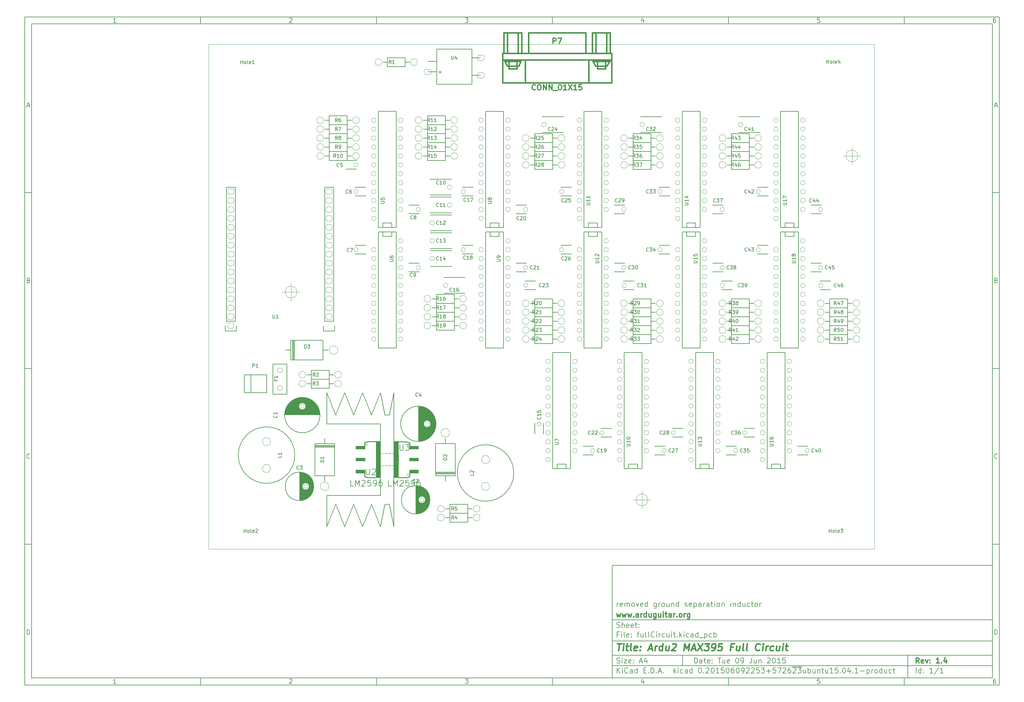
<source format=gto>
G04 #@! TF.FileFunction,Legend,Top*
%FSLAX46Y46*%
G04 Gerber Fmt 4.6, Leading zero omitted, Abs format (unit mm)*
G04 Created by KiCad (PCBNEW 0.201506092253+5726~23~ubuntu15.04.1-product) date Thu 11 Jun 2015 08:03:58 PM CEST*
%MOMM*%
G01*
G04 APERTURE LIST*
%ADD10C,0.100000*%
%ADD11C,0.150000*%
%ADD12C,0.300000*%
%ADD13C,0.400000*%
%ADD14C,0.381000*%
%ADD15C,0.254000*%
%ADD16C,0.304800*%
%ADD17C,0.177800*%
G04 APERTURE END LIST*
D10*
D11*
X177002200Y-166007200D02*
X177002200Y-198007200D01*
X285002200Y-198007200D01*
X285002200Y-166007200D01*
X177002200Y-166007200D01*
D10*
D11*
X10000000Y-10000000D02*
X10000000Y-200007200D01*
X287002200Y-200007200D01*
X287002200Y-10000000D01*
X10000000Y-10000000D01*
D10*
D11*
X12000000Y-12000000D02*
X12000000Y-198007200D01*
X285002200Y-198007200D01*
X285002200Y-12000000D01*
X12000000Y-12000000D01*
D10*
D11*
X60000000Y-12000000D02*
X60000000Y-10000000D01*
D10*
D11*
X110000000Y-12000000D02*
X110000000Y-10000000D01*
D10*
D11*
X160000000Y-12000000D02*
X160000000Y-10000000D01*
D10*
D11*
X210000000Y-12000000D02*
X210000000Y-10000000D01*
D10*
D11*
X260000000Y-12000000D02*
X260000000Y-10000000D01*
D10*
D11*
X35990476Y-11588095D02*
X35247619Y-11588095D01*
X35619048Y-11588095D02*
X35619048Y-10288095D01*
X35495238Y-10473810D01*
X35371429Y-10597619D01*
X35247619Y-10659524D01*
D10*
D11*
X85247619Y-10411905D02*
X85309524Y-10350000D01*
X85433333Y-10288095D01*
X85742857Y-10288095D01*
X85866667Y-10350000D01*
X85928571Y-10411905D01*
X85990476Y-10535714D01*
X85990476Y-10659524D01*
X85928571Y-10845238D01*
X85185714Y-11588095D01*
X85990476Y-11588095D01*
D10*
D11*
X135185714Y-10288095D02*
X135990476Y-10288095D01*
X135557143Y-10783333D01*
X135742857Y-10783333D01*
X135866667Y-10845238D01*
X135928571Y-10907143D01*
X135990476Y-11030952D01*
X135990476Y-11340476D01*
X135928571Y-11464286D01*
X135866667Y-11526190D01*
X135742857Y-11588095D01*
X135371429Y-11588095D01*
X135247619Y-11526190D01*
X135185714Y-11464286D01*
D10*
D11*
X185866667Y-10721429D02*
X185866667Y-11588095D01*
X185557143Y-10226190D02*
X185247619Y-11154762D01*
X186052381Y-11154762D01*
D10*
D11*
X235928571Y-10288095D02*
X235309524Y-10288095D01*
X235247619Y-10907143D01*
X235309524Y-10845238D01*
X235433333Y-10783333D01*
X235742857Y-10783333D01*
X235866667Y-10845238D01*
X235928571Y-10907143D01*
X235990476Y-11030952D01*
X235990476Y-11340476D01*
X235928571Y-11464286D01*
X235866667Y-11526190D01*
X235742857Y-11588095D01*
X235433333Y-11588095D01*
X235309524Y-11526190D01*
X235247619Y-11464286D01*
D10*
D11*
X285866667Y-10288095D02*
X285619048Y-10288095D01*
X285495238Y-10350000D01*
X285433333Y-10411905D01*
X285309524Y-10597619D01*
X285247619Y-10845238D01*
X285247619Y-11340476D01*
X285309524Y-11464286D01*
X285371429Y-11526190D01*
X285495238Y-11588095D01*
X285742857Y-11588095D01*
X285866667Y-11526190D01*
X285928571Y-11464286D01*
X285990476Y-11340476D01*
X285990476Y-11030952D01*
X285928571Y-10907143D01*
X285866667Y-10845238D01*
X285742857Y-10783333D01*
X285495238Y-10783333D01*
X285371429Y-10845238D01*
X285309524Y-10907143D01*
X285247619Y-11030952D01*
D10*
D11*
X60000000Y-198007200D02*
X60000000Y-200007200D01*
D10*
D11*
X110000000Y-198007200D02*
X110000000Y-200007200D01*
D10*
D11*
X160000000Y-198007200D02*
X160000000Y-200007200D01*
D10*
D11*
X210000000Y-198007200D02*
X210000000Y-200007200D01*
D10*
D11*
X260000000Y-198007200D02*
X260000000Y-200007200D01*
D10*
D11*
X35990476Y-199595295D02*
X35247619Y-199595295D01*
X35619048Y-199595295D02*
X35619048Y-198295295D01*
X35495238Y-198481010D01*
X35371429Y-198604819D01*
X35247619Y-198666724D01*
D10*
D11*
X85247619Y-198419105D02*
X85309524Y-198357200D01*
X85433333Y-198295295D01*
X85742857Y-198295295D01*
X85866667Y-198357200D01*
X85928571Y-198419105D01*
X85990476Y-198542914D01*
X85990476Y-198666724D01*
X85928571Y-198852438D01*
X85185714Y-199595295D01*
X85990476Y-199595295D01*
D10*
D11*
X135185714Y-198295295D02*
X135990476Y-198295295D01*
X135557143Y-198790533D01*
X135742857Y-198790533D01*
X135866667Y-198852438D01*
X135928571Y-198914343D01*
X135990476Y-199038152D01*
X135990476Y-199347676D01*
X135928571Y-199471486D01*
X135866667Y-199533390D01*
X135742857Y-199595295D01*
X135371429Y-199595295D01*
X135247619Y-199533390D01*
X135185714Y-199471486D01*
D10*
D11*
X185866667Y-198728629D02*
X185866667Y-199595295D01*
X185557143Y-198233390D02*
X185247619Y-199161962D01*
X186052381Y-199161962D01*
D10*
D11*
X235928571Y-198295295D02*
X235309524Y-198295295D01*
X235247619Y-198914343D01*
X235309524Y-198852438D01*
X235433333Y-198790533D01*
X235742857Y-198790533D01*
X235866667Y-198852438D01*
X235928571Y-198914343D01*
X235990476Y-199038152D01*
X235990476Y-199347676D01*
X235928571Y-199471486D01*
X235866667Y-199533390D01*
X235742857Y-199595295D01*
X235433333Y-199595295D01*
X235309524Y-199533390D01*
X235247619Y-199471486D01*
D10*
D11*
X285866667Y-198295295D02*
X285619048Y-198295295D01*
X285495238Y-198357200D01*
X285433333Y-198419105D01*
X285309524Y-198604819D01*
X285247619Y-198852438D01*
X285247619Y-199347676D01*
X285309524Y-199471486D01*
X285371429Y-199533390D01*
X285495238Y-199595295D01*
X285742857Y-199595295D01*
X285866667Y-199533390D01*
X285928571Y-199471486D01*
X285990476Y-199347676D01*
X285990476Y-199038152D01*
X285928571Y-198914343D01*
X285866667Y-198852438D01*
X285742857Y-198790533D01*
X285495238Y-198790533D01*
X285371429Y-198852438D01*
X285309524Y-198914343D01*
X285247619Y-199038152D01*
D10*
D11*
X10000000Y-60000000D02*
X12000000Y-60000000D01*
D10*
D11*
X10000000Y-110000000D02*
X12000000Y-110000000D01*
D10*
D11*
X10000000Y-160000000D02*
X12000000Y-160000000D01*
D10*
D11*
X10690476Y-35216667D02*
X11309524Y-35216667D01*
X10566667Y-35588095D02*
X11000000Y-34288095D01*
X11433333Y-35588095D01*
D10*
D11*
X11092857Y-84907143D02*
X11278571Y-84969048D01*
X11340476Y-85030952D01*
X11402381Y-85154762D01*
X11402381Y-85340476D01*
X11340476Y-85464286D01*
X11278571Y-85526190D01*
X11154762Y-85588095D01*
X10659524Y-85588095D01*
X10659524Y-84288095D01*
X11092857Y-84288095D01*
X11216667Y-84350000D01*
X11278571Y-84411905D01*
X11340476Y-84535714D01*
X11340476Y-84659524D01*
X11278571Y-84783333D01*
X11216667Y-84845238D01*
X11092857Y-84907143D01*
X10659524Y-84907143D01*
D10*
D11*
X11402381Y-135464286D02*
X11340476Y-135526190D01*
X11154762Y-135588095D01*
X11030952Y-135588095D01*
X10845238Y-135526190D01*
X10721429Y-135402381D01*
X10659524Y-135278571D01*
X10597619Y-135030952D01*
X10597619Y-134845238D01*
X10659524Y-134597619D01*
X10721429Y-134473810D01*
X10845238Y-134350000D01*
X11030952Y-134288095D01*
X11154762Y-134288095D01*
X11340476Y-134350000D01*
X11402381Y-134411905D01*
D10*
D11*
X10659524Y-185588095D02*
X10659524Y-184288095D01*
X10969048Y-184288095D01*
X11154762Y-184350000D01*
X11278571Y-184473810D01*
X11340476Y-184597619D01*
X11402381Y-184845238D01*
X11402381Y-185030952D01*
X11340476Y-185278571D01*
X11278571Y-185402381D01*
X11154762Y-185526190D01*
X10969048Y-185588095D01*
X10659524Y-185588095D01*
D10*
D11*
X287002200Y-60000000D02*
X285002200Y-60000000D01*
D10*
D11*
X287002200Y-110000000D02*
X285002200Y-110000000D01*
D10*
D11*
X287002200Y-160000000D02*
X285002200Y-160000000D01*
D10*
D11*
X285692676Y-35216667D02*
X286311724Y-35216667D01*
X285568867Y-35588095D02*
X286002200Y-34288095D01*
X286435533Y-35588095D01*
D10*
D11*
X286095057Y-84907143D02*
X286280771Y-84969048D01*
X286342676Y-85030952D01*
X286404581Y-85154762D01*
X286404581Y-85340476D01*
X286342676Y-85464286D01*
X286280771Y-85526190D01*
X286156962Y-85588095D01*
X285661724Y-85588095D01*
X285661724Y-84288095D01*
X286095057Y-84288095D01*
X286218867Y-84350000D01*
X286280771Y-84411905D01*
X286342676Y-84535714D01*
X286342676Y-84659524D01*
X286280771Y-84783333D01*
X286218867Y-84845238D01*
X286095057Y-84907143D01*
X285661724Y-84907143D01*
D10*
D11*
X286404581Y-135464286D02*
X286342676Y-135526190D01*
X286156962Y-135588095D01*
X286033152Y-135588095D01*
X285847438Y-135526190D01*
X285723629Y-135402381D01*
X285661724Y-135278571D01*
X285599819Y-135030952D01*
X285599819Y-134845238D01*
X285661724Y-134597619D01*
X285723629Y-134473810D01*
X285847438Y-134350000D01*
X286033152Y-134288095D01*
X286156962Y-134288095D01*
X286342676Y-134350000D01*
X286404581Y-134411905D01*
D10*
D11*
X285661724Y-185588095D02*
X285661724Y-184288095D01*
X285971248Y-184288095D01*
X286156962Y-184350000D01*
X286280771Y-184473810D01*
X286342676Y-184597619D01*
X286404581Y-184845238D01*
X286404581Y-185030952D01*
X286342676Y-185278571D01*
X286280771Y-185402381D01*
X286156962Y-185526190D01*
X285971248Y-185588095D01*
X285661724Y-185588095D01*
D10*
D11*
X200359343Y-193785771D02*
X200359343Y-192285771D01*
X200716486Y-192285771D01*
X200930771Y-192357200D01*
X201073629Y-192500057D01*
X201145057Y-192642914D01*
X201216486Y-192928629D01*
X201216486Y-193142914D01*
X201145057Y-193428629D01*
X201073629Y-193571486D01*
X200930771Y-193714343D01*
X200716486Y-193785771D01*
X200359343Y-193785771D01*
X202502200Y-193785771D02*
X202502200Y-193000057D01*
X202430771Y-192857200D01*
X202287914Y-192785771D01*
X202002200Y-192785771D01*
X201859343Y-192857200D01*
X202502200Y-193714343D02*
X202359343Y-193785771D01*
X202002200Y-193785771D01*
X201859343Y-193714343D01*
X201787914Y-193571486D01*
X201787914Y-193428629D01*
X201859343Y-193285771D01*
X202002200Y-193214343D01*
X202359343Y-193214343D01*
X202502200Y-193142914D01*
X203002200Y-192785771D02*
X203573629Y-192785771D01*
X203216486Y-192285771D02*
X203216486Y-193571486D01*
X203287914Y-193714343D01*
X203430772Y-193785771D01*
X203573629Y-193785771D01*
X204645057Y-193714343D02*
X204502200Y-193785771D01*
X204216486Y-193785771D01*
X204073629Y-193714343D01*
X204002200Y-193571486D01*
X204002200Y-193000057D01*
X204073629Y-192857200D01*
X204216486Y-192785771D01*
X204502200Y-192785771D01*
X204645057Y-192857200D01*
X204716486Y-193000057D01*
X204716486Y-193142914D01*
X204002200Y-193285771D01*
X205359343Y-193642914D02*
X205430771Y-193714343D01*
X205359343Y-193785771D01*
X205287914Y-193714343D01*
X205359343Y-193642914D01*
X205359343Y-193785771D01*
X205359343Y-192857200D02*
X205430771Y-192928629D01*
X205359343Y-193000057D01*
X205287914Y-192928629D01*
X205359343Y-192857200D01*
X205359343Y-193000057D01*
X207002200Y-192285771D02*
X207859343Y-192285771D01*
X207430772Y-193785771D02*
X207430772Y-192285771D01*
X209002200Y-192785771D02*
X209002200Y-193785771D01*
X208359343Y-192785771D02*
X208359343Y-193571486D01*
X208430771Y-193714343D01*
X208573629Y-193785771D01*
X208787914Y-193785771D01*
X208930771Y-193714343D01*
X209002200Y-193642914D01*
X210287914Y-193714343D02*
X210145057Y-193785771D01*
X209859343Y-193785771D01*
X209716486Y-193714343D01*
X209645057Y-193571486D01*
X209645057Y-193000057D01*
X209716486Y-192857200D01*
X209859343Y-192785771D01*
X210145057Y-192785771D01*
X210287914Y-192857200D01*
X210359343Y-193000057D01*
X210359343Y-193142914D01*
X209645057Y-193285771D01*
X212430771Y-192285771D02*
X212573628Y-192285771D01*
X212716485Y-192357200D01*
X212787914Y-192428629D01*
X212859343Y-192571486D01*
X212930771Y-192857200D01*
X212930771Y-193214343D01*
X212859343Y-193500057D01*
X212787914Y-193642914D01*
X212716485Y-193714343D01*
X212573628Y-193785771D01*
X212430771Y-193785771D01*
X212287914Y-193714343D01*
X212216485Y-193642914D01*
X212145057Y-193500057D01*
X212073628Y-193214343D01*
X212073628Y-192857200D01*
X212145057Y-192571486D01*
X212216485Y-192428629D01*
X212287914Y-192357200D01*
X212430771Y-192285771D01*
X213645056Y-193785771D02*
X213930771Y-193785771D01*
X214073628Y-193714343D01*
X214145056Y-193642914D01*
X214287914Y-193428629D01*
X214359342Y-193142914D01*
X214359342Y-192571486D01*
X214287914Y-192428629D01*
X214216485Y-192357200D01*
X214073628Y-192285771D01*
X213787914Y-192285771D01*
X213645056Y-192357200D01*
X213573628Y-192428629D01*
X213502199Y-192571486D01*
X213502199Y-192928629D01*
X213573628Y-193071486D01*
X213645056Y-193142914D01*
X213787914Y-193214343D01*
X214073628Y-193214343D01*
X214216485Y-193142914D01*
X214287914Y-193071486D01*
X214359342Y-192928629D01*
X216573627Y-192285771D02*
X216573627Y-193357200D01*
X216502199Y-193571486D01*
X216359342Y-193714343D01*
X216145056Y-193785771D01*
X216002199Y-193785771D01*
X217930770Y-192785771D02*
X217930770Y-193785771D01*
X217287913Y-192785771D02*
X217287913Y-193571486D01*
X217359341Y-193714343D01*
X217502199Y-193785771D01*
X217716484Y-193785771D01*
X217859341Y-193714343D01*
X217930770Y-193642914D01*
X218645056Y-192785771D02*
X218645056Y-193785771D01*
X218645056Y-192928629D02*
X218716484Y-192857200D01*
X218859342Y-192785771D01*
X219073627Y-192785771D01*
X219216484Y-192857200D01*
X219287913Y-193000057D01*
X219287913Y-193785771D01*
X221073627Y-192428629D02*
X221145056Y-192357200D01*
X221287913Y-192285771D01*
X221645056Y-192285771D01*
X221787913Y-192357200D01*
X221859342Y-192428629D01*
X221930770Y-192571486D01*
X221930770Y-192714343D01*
X221859342Y-192928629D01*
X221002199Y-193785771D01*
X221930770Y-193785771D01*
X222859341Y-192285771D02*
X223002198Y-192285771D01*
X223145055Y-192357200D01*
X223216484Y-192428629D01*
X223287913Y-192571486D01*
X223359341Y-192857200D01*
X223359341Y-193214343D01*
X223287913Y-193500057D01*
X223216484Y-193642914D01*
X223145055Y-193714343D01*
X223002198Y-193785771D01*
X222859341Y-193785771D01*
X222716484Y-193714343D01*
X222645055Y-193642914D01*
X222573627Y-193500057D01*
X222502198Y-193214343D01*
X222502198Y-192857200D01*
X222573627Y-192571486D01*
X222645055Y-192428629D01*
X222716484Y-192357200D01*
X222859341Y-192285771D01*
X224787912Y-193785771D02*
X223930769Y-193785771D01*
X224359341Y-193785771D02*
X224359341Y-192285771D01*
X224216484Y-192500057D01*
X224073626Y-192642914D01*
X223930769Y-192714343D01*
X226145055Y-192285771D02*
X225430769Y-192285771D01*
X225359340Y-193000057D01*
X225430769Y-192928629D01*
X225573626Y-192857200D01*
X225930769Y-192857200D01*
X226073626Y-192928629D01*
X226145055Y-193000057D01*
X226216483Y-193142914D01*
X226216483Y-193500057D01*
X226145055Y-193642914D01*
X226073626Y-193714343D01*
X225930769Y-193785771D01*
X225573626Y-193785771D01*
X225430769Y-193714343D01*
X225359340Y-193642914D01*
D10*
D11*
X177002200Y-194507200D02*
X285002200Y-194507200D01*
D10*
D11*
X178359343Y-196585771D02*
X178359343Y-195085771D01*
X179216486Y-196585771D02*
X178573629Y-195728629D01*
X179216486Y-195085771D02*
X178359343Y-195942914D01*
X179859343Y-196585771D02*
X179859343Y-195585771D01*
X179859343Y-195085771D02*
X179787914Y-195157200D01*
X179859343Y-195228629D01*
X179930771Y-195157200D01*
X179859343Y-195085771D01*
X179859343Y-195228629D01*
X181430772Y-196442914D02*
X181359343Y-196514343D01*
X181145057Y-196585771D01*
X181002200Y-196585771D01*
X180787915Y-196514343D01*
X180645057Y-196371486D01*
X180573629Y-196228629D01*
X180502200Y-195942914D01*
X180502200Y-195728629D01*
X180573629Y-195442914D01*
X180645057Y-195300057D01*
X180787915Y-195157200D01*
X181002200Y-195085771D01*
X181145057Y-195085771D01*
X181359343Y-195157200D01*
X181430772Y-195228629D01*
X182716486Y-196585771D02*
X182716486Y-195800057D01*
X182645057Y-195657200D01*
X182502200Y-195585771D01*
X182216486Y-195585771D01*
X182073629Y-195657200D01*
X182716486Y-196514343D02*
X182573629Y-196585771D01*
X182216486Y-196585771D01*
X182073629Y-196514343D01*
X182002200Y-196371486D01*
X182002200Y-196228629D01*
X182073629Y-196085771D01*
X182216486Y-196014343D01*
X182573629Y-196014343D01*
X182716486Y-195942914D01*
X184073629Y-196585771D02*
X184073629Y-195085771D01*
X184073629Y-196514343D02*
X183930772Y-196585771D01*
X183645058Y-196585771D01*
X183502200Y-196514343D01*
X183430772Y-196442914D01*
X183359343Y-196300057D01*
X183359343Y-195871486D01*
X183430772Y-195728629D01*
X183502200Y-195657200D01*
X183645058Y-195585771D01*
X183930772Y-195585771D01*
X184073629Y-195657200D01*
X185930772Y-195800057D02*
X186430772Y-195800057D01*
X186645058Y-196585771D02*
X185930772Y-196585771D01*
X185930772Y-195085771D01*
X186645058Y-195085771D01*
X187287915Y-196442914D02*
X187359343Y-196514343D01*
X187287915Y-196585771D01*
X187216486Y-196514343D01*
X187287915Y-196442914D01*
X187287915Y-196585771D01*
X188002201Y-196585771D02*
X188002201Y-195085771D01*
X188359344Y-195085771D01*
X188573629Y-195157200D01*
X188716487Y-195300057D01*
X188787915Y-195442914D01*
X188859344Y-195728629D01*
X188859344Y-195942914D01*
X188787915Y-196228629D01*
X188716487Y-196371486D01*
X188573629Y-196514343D01*
X188359344Y-196585771D01*
X188002201Y-196585771D01*
X189502201Y-196442914D02*
X189573629Y-196514343D01*
X189502201Y-196585771D01*
X189430772Y-196514343D01*
X189502201Y-196442914D01*
X189502201Y-196585771D01*
X190145058Y-196157200D02*
X190859344Y-196157200D01*
X190002201Y-196585771D02*
X190502201Y-195085771D01*
X191002201Y-196585771D01*
X191502201Y-196442914D02*
X191573629Y-196514343D01*
X191502201Y-196585771D01*
X191430772Y-196514343D01*
X191502201Y-196442914D01*
X191502201Y-196585771D01*
X194502201Y-196585771D02*
X194502201Y-195085771D01*
X194645058Y-196014343D02*
X195073629Y-196585771D01*
X195073629Y-195585771D02*
X194502201Y-196157200D01*
X195716487Y-196585771D02*
X195716487Y-195585771D01*
X195716487Y-195085771D02*
X195645058Y-195157200D01*
X195716487Y-195228629D01*
X195787915Y-195157200D01*
X195716487Y-195085771D01*
X195716487Y-195228629D01*
X197073630Y-196514343D02*
X196930773Y-196585771D01*
X196645059Y-196585771D01*
X196502201Y-196514343D01*
X196430773Y-196442914D01*
X196359344Y-196300057D01*
X196359344Y-195871486D01*
X196430773Y-195728629D01*
X196502201Y-195657200D01*
X196645059Y-195585771D01*
X196930773Y-195585771D01*
X197073630Y-195657200D01*
X198359344Y-196585771D02*
X198359344Y-195800057D01*
X198287915Y-195657200D01*
X198145058Y-195585771D01*
X197859344Y-195585771D01*
X197716487Y-195657200D01*
X198359344Y-196514343D02*
X198216487Y-196585771D01*
X197859344Y-196585771D01*
X197716487Y-196514343D01*
X197645058Y-196371486D01*
X197645058Y-196228629D01*
X197716487Y-196085771D01*
X197859344Y-196014343D01*
X198216487Y-196014343D01*
X198359344Y-195942914D01*
X199716487Y-196585771D02*
X199716487Y-195085771D01*
X199716487Y-196514343D02*
X199573630Y-196585771D01*
X199287916Y-196585771D01*
X199145058Y-196514343D01*
X199073630Y-196442914D01*
X199002201Y-196300057D01*
X199002201Y-195871486D01*
X199073630Y-195728629D01*
X199145058Y-195657200D01*
X199287916Y-195585771D01*
X199573630Y-195585771D01*
X199716487Y-195657200D01*
X201859344Y-195085771D02*
X202002201Y-195085771D01*
X202145058Y-195157200D01*
X202216487Y-195228629D01*
X202287916Y-195371486D01*
X202359344Y-195657200D01*
X202359344Y-196014343D01*
X202287916Y-196300057D01*
X202216487Y-196442914D01*
X202145058Y-196514343D01*
X202002201Y-196585771D01*
X201859344Y-196585771D01*
X201716487Y-196514343D01*
X201645058Y-196442914D01*
X201573630Y-196300057D01*
X201502201Y-196014343D01*
X201502201Y-195657200D01*
X201573630Y-195371486D01*
X201645058Y-195228629D01*
X201716487Y-195157200D01*
X201859344Y-195085771D01*
X203002201Y-196442914D02*
X203073629Y-196514343D01*
X203002201Y-196585771D01*
X202930772Y-196514343D01*
X203002201Y-196442914D01*
X203002201Y-196585771D01*
X203645058Y-195228629D02*
X203716487Y-195157200D01*
X203859344Y-195085771D01*
X204216487Y-195085771D01*
X204359344Y-195157200D01*
X204430773Y-195228629D01*
X204502201Y-195371486D01*
X204502201Y-195514343D01*
X204430773Y-195728629D01*
X203573630Y-196585771D01*
X204502201Y-196585771D01*
X205430772Y-195085771D02*
X205573629Y-195085771D01*
X205716486Y-195157200D01*
X205787915Y-195228629D01*
X205859344Y-195371486D01*
X205930772Y-195657200D01*
X205930772Y-196014343D01*
X205859344Y-196300057D01*
X205787915Y-196442914D01*
X205716486Y-196514343D01*
X205573629Y-196585771D01*
X205430772Y-196585771D01*
X205287915Y-196514343D01*
X205216486Y-196442914D01*
X205145058Y-196300057D01*
X205073629Y-196014343D01*
X205073629Y-195657200D01*
X205145058Y-195371486D01*
X205216486Y-195228629D01*
X205287915Y-195157200D01*
X205430772Y-195085771D01*
X207359343Y-196585771D02*
X206502200Y-196585771D01*
X206930772Y-196585771D02*
X206930772Y-195085771D01*
X206787915Y-195300057D01*
X206645057Y-195442914D01*
X206502200Y-195514343D01*
X208716486Y-195085771D02*
X208002200Y-195085771D01*
X207930771Y-195800057D01*
X208002200Y-195728629D01*
X208145057Y-195657200D01*
X208502200Y-195657200D01*
X208645057Y-195728629D01*
X208716486Y-195800057D01*
X208787914Y-195942914D01*
X208787914Y-196300057D01*
X208716486Y-196442914D01*
X208645057Y-196514343D01*
X208502200Y-196585771D01*
X208145057Y-196585771D01*
X208002200Y-196514343D01*
X207930771Y-196442914D01*
X209716485Y-195085771D02*
X209859342Y-195085771D01*
X210002199Y-195157200D01*
X210073628Y-195228629D01*
X210145057Y-195371486D01*
X210216485Y-195657200D01*
X210216485Y-196014343D01*
X210145057Y-196300057D01*
X210073628Y-196442914D01*
X210002199Y-196514343D01*
X209859342Y-196585771D01*
X209716485Y-196585771D01*
X209573628Y-196514343D01*
X209502199Y-196442914D01*
X209430771Y-196300057D01*
X209359342Y-196014343D01*
X209359342Y-195657200D01*
X209430771Y-195371486D01*
X209502199Y-195228629D01*
X209573628Y-195157200D01*
X209716485Y-195085771D01*
X211502199Y-195085771D02*
X211216485Y-195085771D01*
X211073628Y-195157200D01*
X211002199Y-195228629D01*
X210859342Y-195442914D01*
X210787913Y-195728629D01*
X210787913Y-196300057D01*
X210859342Y-196442914D01*
X210930770Y-196514343D01*
X211073628Y-196585771D01*
X211359342Y-196585771D01*
X211502199Y-196514343D01*
X211573628Y-196442914D01*
X211645056Y-196300057D01*
X211645056Y-195942914D01*
X211573628Y-195800057D01*
X211502199Y-195728629D01*
X211359342Y-195657200D01*
X211073628Y-195657200D01*
X210930770Y-195728629D01*
X210859342Y-195800057D01*
X210787913Y-195942914D01*
X212573627Y-195085771D02*
X212716484Y-195085771D01*
X212859341Y-195157200D01*
X212930770Y-195228629D01*
X213002199Y-195371486D01*
X213073627Y-195657200D01*
X213073627Y-196014343D01*
X213002199Y-196300057D01*
X212930770Y-196442914D01*
X212859341Y-196514343D01*
X212716484Y-196585771D01*
X212573627Y-196585771D01*
X212430770Y-196514343D01*
X212359341Y-196442914D01*
X212287913Y-196300057D01*
X212216484Y-196014343D01*
X212216484Y-195657200D01*
X212287913Y-195371486D01*
X212359341Y-195228629D01*
X212430770Y-195157200D01*
X212573627Y-195085771D01*
X213787912Y-196585771D02*
X214073627Y-196585771D01*
X214216484Y-196514343D01*
X214287912Y-196442914D01*
X214430770Y-196228629D01*
X214502198Y-195942914D01*
X214502198Y-195371486D01*
X214430770Y-195228629D01*
X214359341Y-195157200D01*
X214216484Y-195085771D01*
X213930770Y-195085771D01*
X213787912Y-195157200D01*
X213716484Y-195228629D01*
X213645055Y-195371486D01*
X213645055Y-195728629D01*
X213716484Y-195871486D01*
X213787912Y-195942914D01*
X213930770Y-196014343D01*
X214216484Y-196014343D01*
X214359341Y-195942914D01*
X214430770Y-195871486D01*
X214502198Y-195728629D01*
X215073626Y-195228629D02*
X215145055Y-195157200D01*
X215287912Y-195085771D01*
X215645055Y-195085771D01*
X215787912Y-195157200D01*
X215859341Y-195228629D01*
X215930769Y-195371486D01*
X215930769Y-195514343D01*
X215859341Y-195728629D01*
X215002198Y-196585771D01*
X215930769Y-196585771D01*
X216502197Y-195228629D02*
X216573626Y-195157200D01*
X216716483Y-195085771D01*
X217073626Y-195085771D01*
X217216483Y-195157200D01*
X217287912Y-195228629D01*
X217359340Y-195371486D01*
X217359340Y-195514343D01*
X217287912Y-195728629D01*
X216430769Y-196585771D01*
X217359340Y-196585771D01*
X218716483Y-195085771D02*
X218002197Y-195085771D01*
X217930768Y-195800057D01*
X218002197Y-195728629D01*
X218145054Y-195657200D01*
X218502197Y-195657200D01*
X218645054Y-195728629D01*
X218716483Y-195800057D01*
X218787911Y-195942914D01*
X218787911Y-196300057D01*
X218716483Y-196442914D01*
X218645054Y-196514343D01*
X218502197Y-196585771D01*
X218145054Y-196585771D01*
X218002197Y-196514343D01*
X217930768Y-196442914D01*
X219287911Y-195085771D02*
X220216482Y-195085771D01*
X219716482Y-195657200D01*
X219930768Y-195657200D01*
X220073625Y-195728629D01*
X220145054Y-195800057D01*
X220216482Y-195942914D01*
X220216482Y-196300057D01*
X220145054Y-196442914D01*
X220073625Y-196514343D01*
X219930768Y-196585771D01*
X219502196Y-196585771D01*
X219359339Y-196514343D01*
X219287911Y-196442914D01*
X220859339Y-196014343D02*
X222002196Y-196014343D01*
X221430767Y-196585771D02*
X221430767Y-195442914D01*
X223430768Y-195085771D02*
X222716482Y-195085771D01*
X222645053Y-195800057D01*
X222716482Y-195728629D01*
X222859339Y-195657200D01*
X223216482Y-195657200D01*
X223359339Y-195728629D01*
X223430768Y-195800057D01*
X223502196Y-195942914D01*
X223502196Y-196300057D01*
X223430768Y-196442914D01*
X223359339Y-196514343D01*
X223216482Y-196585771D01*
X222859339Y-196585771D01*
X222716482Y-196514343D01*
X222645053Y-196442914D01*
X224002196Y-195085771D02*
X225002196Y-195085771D01*
X224359339Y-196585771D01*
X225502195Y-195228629D02*
X225573624Y-195157200D01*
X225716481Y-195085771D01*
X226073624Y-195085771D01*
X226216481Y-195157200D01*
X226287910Y-195228629D01*
X226359338Y-195371486D01*
X226359338Y-195514343D01*
X226287910Y-195728629D01*
X225430767Y-196585771D01*
X226359338Y-196585771D01*
X227645052Y-195085771D02*
X227359338Y-195085771D01*
X227216481Y-195157200D01*
X227145052Y-195228629D01*
X227002195Y-195442914D01*
X226930766Y-195728629D01*
X226930766Y-196300057D01*
X227002195Y-196442914D01*
X227073623Y-196514343D01*
X227216481Y-196585771D01*
X227502195Y-196585771D01*
X227645052Y-196514343D01*
X227716481Y-196442914D01*
X227787909Y-196300057D01*
X227787909Y-195942914D01*
X227716481Y-195800057D01*
X227645052Y-195728629D01*
X227502195Y-195657200D01*
X227216481Y-195657200D01*
X227073623Y-195728629D01*
X227002195Y-195800057D01*
X226930766Y-195942914D01*
X228359337Y-195228629D02*
X228430766Y-195157200D01*
X228573623Y-195085771D01*
X228930766Y-195085771D01*
X229073623Y-195157200D01*
X229145052Y-195228629D01*
X229216480Y-195371486D01*
X229216480Y-195514343D01*
X229145052Y-195728629D01*
X228287909Y-196585771D01*
X229216480Y-196585771D01*
X229716480Y-195085771D02*
X230645051Y-195085771D01*
X230145051Y-195657200D01*
X230359337Y-195657200D01*
X230502194Y-195728629D01*
X230573623Y-195800057D01*
X230645051Y-195942914D01*
X230645051Y-196300057D01*
X230573623Y-196442914D01*
X230502194Y-196514343D01*
X230359337Y-196585771D01*
X229930765Y-196585771D01*
X229787908Y-196514343D01*
X229716480Y-196442914D01*
X228073623Y-194827200D02*
X230930765Y-194827200D01*
X231930765Y-195585771D02*
X231930765Y-196585771D01*
X231287908Y-195585771D02*
X231287908Y-196371486D01*
X231359336Y-196514343D01*
X231502194Y-196585771D01*
X231716479Y-196585771D01*
X231859336Y-196514343D01*
X231930765Y-196442914D01*
X232645051Y-196585771D02*
X232645051Y-195085771D01*
X232645051Y-195657200D02*
X232787908Y-195585771D01*
X233073622Y-195585771D01*
X233216479Y-195657200D01*
X233287908Y-195728629D01*
X233359337Y-195871486D01*
X233359337Y-196300057D01*
X233287908Y-196442914D01*
X233216479Y-196514343D01*
X233073622Y-196585771D01*
X232787908Y-196585771D01*
X232645051Y-196514343D01*
X234645051Y-195585771D02*
X234645051Y-196585771D01*
X234002194Y-195585771D02*
X234002194Y-196371486D01*
X234073622Y-196514343D01*
X234216480Y-196585771D01*
X234430765Y-196585771D01*
X234573622Y-196514343D01*
X234645051Y-196442914D01*
X235359337Y-195585771D02*
X235359337Y-196585771D01*
X235359337Y-195728629D02*
X235430765Y-195657200D01*
X235573623Y-195585771D01*
X235787908Y-195585771D01*
X235930765Y-195657200D01*
X236002194Y-195800057D01*
X236002194Y-196585771D01*
X236502194Y-195585771D02*
X237073623Y-195585771D01*
X236716480Y-195085771D02*
X236716480Y-196371486D01*
X236787908Y-196514343D01*
X236930766Y-196585771D01*
X237073623Y-196585771D01*
X238216480Y-195585771D02*
X238216480Y-196585771D01*
X237573623Y-195585771D02*
X237573623Y-196371486D01*
X237645051Y-196514343D01*
X237787909Y-196585771D01*
X238002194Y-196585771D01*
X238145051Y-196514343D01*
X238216480Y-196442914D01*
X239716480Y-196585771D02*
X238859337Y-196585771D01*
X239287909Y-196585771D02*
X239287909Y-195085771D01*
X239145052Y-195300057D01*
X239002194Y-195442914D01*
X238859337Y-195514343D01*
X241073623Y-195085771D02*
X240359337Y-195085771D01*
X240287908Y-195800057D01*
X240359337Y-195728629D01*
X240502194Y-195657200D01*
X240859337Y-195657200D01*
X241002194Y-195728629D01*
X241073623Y-195800057D01*
X241145051Y-195942914D01*
X241145051Y-196300057D01*
X241073623Y-196442914D01*
X241002194Y-196514343D01*
X240859337Y-196585771D01*
X240502194Y-196585771D01*
X240359337Y-196514343D01*
X240287908Y-196442914D01*
X241787908Y-196442914D02*
X241859336Y-196514343D01*
X241787908Y-196585771D01*
X241716479Y-196514343D01*
X241787908Y-196442914D01*
X241787908Y-196585771D01*
X242787908Y-195085771D02*
X242930765Y-195085771D01*
X243073622Y-195157200D01*
X243145051Y-195228629D01*
X243216480Y-195371486D01*
X243287908Y-195657200D01*
X243287908Y-196014343D01*
X243216480Y-196300057D01*
X243145051Y-196442914D01*
X243073622Y-196514343D01*
X242930765Y-196585771D01*
X242787908Y-196585771D01*
X242645051Y-196514343D01*
X242573622Y-196442914D01*
X242502194Y-196300057D01*
X242430765Y-196014343D01*
X242430765Y-195657200D01*
X242502194Y-195371486D01*
X242573622Y-195228629D01*
X242645051Y-195157200D01*
X242787908Y-195085771D01*
X244573622Y-195585771D02*
X244573622Y-196585771D01*
X244216479Y-195014343D02*
X243859336Y-196085771D01*
X244787908Y-196085771D01*
X245359336Y-196442914D02*
X245430764Y-196514343D01*
X245359336Y-196585771D01*
X245287907Y-196514343D01*
X245359336Y-196442914D01*
X245359336Y-196585771D01*
X246859336Y-196585771D02*
X246002193Y-196585771D01*
X246430765Y-196585771D02*
X246430765Y-195085771D01*
X246287908Y-195300057D01*
X246145050Y-195442914D01*
X246002193Y-195514343D01*
X247502193Y-196014343D02*
X248645050Y-196014343D01*
X249359336Y-195585771D02*
X249359336Y-197085771D01*
X249359336Y-195657200D02*
X249502193Y-195585771D01*
X249787907Y-195585771D01*
X249930764Y-195657200D01*
X250002193Y-195728629D01*
X250073622Y-195871486D01*
X250073622Y-196300057D01*
X250002193Y-196442914D01*
X249930764Y-196514343D01*
X249787907Y-196585771D01*
X249502193Y-196585771D01*
X249359336Y-196514343D01*
X250716479Y-196585771D02*
X250716479Y-195585771D01*
X250716479Y-195871486D02*
X250787907Y-195728629D01*
X250859336Y-195657200D01*
X251002193Y-195585771D01*
X251145050Y-195585771D01*
X251859336Y-196585771D02*
X251716478Y-196514343D01*
X251645050Y-196442914D01*
X251573621Y-196300057D01*
X251573621Y-195871486D01*
X251645050Y-195728629D01*
X251716478Y-195657200D01*
X251859336Y-195585771D01*
X252073621Y-195585771D01*
X252216478Y-195657200D01*
X252287907Y-195728629D01*
X252359336Y-195871486D01*
X252359336Y-196300057D01*
X252287907Y-196442914D01*
X252216478Y-196514343D01*
X252073621Y-196585771D01*
X251859336Y-196585771D01*
X253645050Y-196585771D02*
X253645050Y-195085771D01*
X253645050Y-196514343D02*
X253502193Y-196585771D01*
X253216479Y-196585771D01*
X253073621Y-196514343D01*
X253002193Y-196442914D01*
X252930764Y-196300057D01*
X252930764Y-195871486D01*
X253002193Y-195728629D01*
X253073621Y-195657200D01*
X253216479Y-195585771D01*
X253502193Y-195585771D01*
X253645050Y-195657200D01*
X255002193Y-195585771D02*
X255002193Y-196585771D01*
X254359336Y-195585771D02*
X254359336Y-196371486D01*
X254430764Y-196514343D01*
X254573622Y-196585771D01*
X254787907Y-196585771D01*
X254930764Y-196514343D01*
X255002193Y-196442914D01*
X256359336Y-196514343D02*
X256216479Y-196585771D01*
X255930765Y-196585771D01*
X255787907Y-196514343D01*
X255716479Y-196442914D01*
X255645050Y-196300057D01*
X255645050Y-195871486D01*
X255716479Y-195728629D01*
X255787907Y-195657200D01*
X255930765Y-195585771D01*
X256216479Y-195585771D01*
X256359336Y-195657200D01*
X256787907Y-195585771D02*
X257359336Y-195585771D01*
X257002193Y-195085771D02*
X257002193Y-196371486D01*
X257073621Y-196514343D01*
X257216479Y-196585771D01*
X257359336Y-196585771D01*
D10*
D11*
X177002200Y-191507200D02*
X285002200Y-191507200D01*
D10*
D12*
X264216486Y-193785771D02*
X263716486Y-193071486D01*
X263359343Y-193785771D02*
X263359343Y-192285771D01*
X263930771Y-192285771D01*
X264073629Y-192357200D01*
X264145057Y-192428629D01*
X264216486Y-192571486D01*
X264216486Y-192785771D01*
X264145057Y-192928629D01*
X264073629Y-193000057D01*
X263930771Y-193071486D01*
X263359343Y-193071486D01*
X265430771Y-193714343D02*
X265287914Y-193785771D01*
X265002200Y-193785771D01*
X264859343Y-193714343D01*
X264787914Y-193571486D01*
X264787914Y-193000057D01*
X264859343Y-192857200D01*
X265002200Y-192785771D01*
X265287914Y-192785771D01*
X265430771Y-192857200D01*
X265502200Y-193000057D01*
X265502200Y-193142914D01*
X264787914Y-193285771D01*
X266002200Y-192785771D02*
X266359343Y-193785771D01*
X266716485Y-192785771D01*
X267287914Y-193642914D02*
X267359342Y-193714343D01*
X267287914Y-193785771D01*
X267216485Y-193714343D01*
X267287914Y-193642914D01*
X267287914Y-193785771D01*
X267287914Y-192857200D02*
X267359342Y-192928629D01*
X267287914Y-193000057D01*
X267216485Y-192928629D01*
X267287914Y-192857200D01*
X267287914Y-193000057D01*
X269930771Y-193785771D02*
X269073628Y-193785771D01*
X269502200Y-193785771D02*
X269502200Y-192285771D01*
X269359343Y-192500057D01*
X269216485Y-192642914D01*
X269073628Y-192714343D01*
X270573628Y-193642914D02*
X270645056Y-193714343D01*
X270573628Y-193785771D01*
X270502199Y-193714343D01*
X270573628Y-193642914D01*
X270573628Y-193785771D01*
X271930771Y-192785771D02*
X271930771Y-193785771D01*
X271573628Y-192214343D02*
X271216485Y-193285771D01*
X272145057Y-193285771D01*
D10*
D11*
X178287914Y-193714343D02*
X178502200Y-193785771D01*
X178859343Y-193785771D01*
X179002200Y-193714343D01*
X179073629Y-193642914D01*
X179145057Y-193500057D01*
X179145057Y-193357200D01*
X179073629Y-193214343D01*
X179002200Y-193142914D01*
X178859343Y-193071486D01*
X178573629Y-193000057D01*
X178430771Y-192928629D01*
X178359343Y-192857200D01*
X178287914Y-192714343D01*
X178287914Y-192571486D01*
X178359343Y-192428629D01*
X178430771Y-192357200D01*
X178573629Y-192285771D01*
X178930771Y-192285771D01*
X179145057Y-192357200D01*
X179787914Y-193785771D02*
X179787914Y-192785771D01*
X179787914Y-192285771D02*
X179716485Y-192357200D01*
X179787914Y-192428629D01*
X179859342Y-192357200D01*
X179787914Y-192285771D01*
X179787914Y-192428629D01*
X180359343Y-192785771D02*
X181145057Y-192785771D01*
X180359343Y-193785771D01*
X181145057Y-193785771D01*
X182287914Y-193714343D02*
X182145057Y-193785771D01*
X181859343Y-193785771D01*
X181716486Y-193714343D01*
X181645057Y-193571486D01*
X181645057Y-193000057D01*
X181716486Y-192857200D01*
X181859343Y-192785771D01*
X182145057Y-192785771D01*
X182287914Y-192857200D01*
X182359343Y-193000057D01*
X182359343Y-193142914D01*
X181645057Y-193285771D01*
X183002200Y-193642914D02*
X183073628Y-193714343D01*
X183002200Y-193785771D01*
X182930771Y-193714343D01*
X183002200Y-193642914D01*
X183002200Y-193785771D01*
X183002200Y-192857200D02*
X183073628Y-192928629D01*
X183002200Y-193000057D01*
X182930771Y-192928629D01*
X183002200Y-192857200D01*
X183002200Y-193000057D01*
X184787914Y-193357200D02*
X185502200Y-193357200D01*
X184645057Y-193785771D02*
X185145057Y-192285771D01*
X185645057Y-193785771D01*
X186787914Y-192785771D02*
X186787914Y-193785771D01*
X186430771Y-192214343D02*
X186073628Y-193285771D01*
X187002200Y-193285771D01*
D10*
D11*
X263359343Y-196585771D02*
X263359343Y-195085771D01*
X264716486Y-196585771D02*
X264716486Y-195085771D01*
X264716486Y-196514343D02*
X264573629Y-196585771D01*
X264287915Y-196585771D01*
X264145057Y-196514343D01*
X264073629Y-196442914D01*
X264002200Y-196300057D01*
X264002200Y-195871486D01*
X264073629Y-195728629D01*
X264145057Y-195657200D01*
X264287915Y-195585771D01*
X264573629Y-195585771D01*
X264716486Y-195657200D01*
X265430772Y-196442914D02*
X265502200Y-196514343D01*
X265430772Y-196585771D01*
X265359343Y-196514343D01*
X265430772Y-196442914D01*
X265430772Y-196585771D01*
X265430772Y-195657200D02*
X265502200Y-195728629D01*
X265430772Y-195800057D01*
X265359343Y-195728629D01*
X265430772Y-195657200D01*
X265430772Y-195800057D01*
X268073629Y-196585771D02*
X267216486Y-196585771D01*
X267645058Y-196585771D02*
X267645058Y-195085771D01*
X267502201Y-195300057D01*
X267359343Y-195442914D01*
X267216486Y-195514343D01*
X269787914Y-195014343D02*
X268502200Y-196942914D01*
X271073629Y-196585771D02*
X270216486Y-196585771D01*
X270645058Y-196585771D02*
X270645058Y-195085771D01*
X270502201Y-195300057D01*
X270359343Y-195442914D01*
X270216486Y-195514343D01*
D10*
D11*
X177002200Y-187507200D02*
X285002200Y-187507200D01*
D10*
D13*
X178454581Y-188211962D02*
X179597438Y-188211962D01*
X178776010Y-190211962D02*
X179026010Y-188211962D01*
X180014105Y-190211962D02*
X180180771Y-188878629D01*
X180264105Y-188211962D02*
X180156962Y-188307200D01*
X180240295Y-188402438D01*
X180347439Y-188307200D01*
X180264105Y-188211962D01*
X180240295Y-188402438D01*
X180847438Y-188878629D02*
X181609343Y-188878629D01*
X181216486Y-188211962D02*
X181002200Y-189926248D01*
X181073630Y-190116724D01*
X181252201Y-190211962D01*
X181442677Y-190211962D01*
X182395058Y-190211962D02*
X182216487Y-190116724D01*
X182145057Y-189926248D01*
X182359343Y-188211962D01*
X183930772Y-190116724D02*
X183728391Y-190211962D01*
X183347439Y-190211962D01*
X183168867Y-190116724D01*
X183097438Y-189926248D01*
X183192676Y-189164343D01*
X183311724Y-188973867D01*
X183514105Y-188878629D01*
X183895057Y-188878629D01*
X184073629Y-188973867D01*
X184145057Y-189164343D01*
X184121248Y-189354819D01*
X183145057Y-189545295D01*
X184895057Y-190021486D02*
X184978392Y-190116724D01*
X184871248Y-190211962D01*
X184787915Y-190116724D01*
X184895057Y-190021486D01*
X184871248Y-190211962D01*
X185026010Y-188973867D02*
X185109344Y-189069105D01*
X185002200Y-189164343D01*
X184918867Y-189069105D01*
X185026010Y-188973867D01*
X185002200Y-189164343D01*
X187323629Y-189640533D02*
X188276010Y-189640533D01*
X187061725Y-190211962D02*
X187978392Y-188211962D01*
X188395059Y-190211962D01*
X189061725Y-190211962D02*
X189228391Y-188878629D01*
X189180772Y-189259581D02*
X189299821Y-189069105D01*
X189406964Y-188973867D01*
X189609344Y-188878629D01*
X189799820Y-188878629D01*
X191156963Y-190211962D02*
X191406963Y-188211962D01*
X191168868Y-190116724D02*
X190966487Y-190211962D01*
X190585535Y-190211962D01*
X190406964Y-190116724D01*
X190323629Y-190021486D01*
X190252201Y-189831010D01*
X190323629Y-189259581D01*
X190442677Y-189069105D01*
X190549821Y-188973867D01*
X190752201Y-188878629D01*
X191133153Y-188878629D01*
X191311725Y-188973867D01*
X193133153Y-188878629D02*
X192966487Y-190211962D01*
X192276010Y-188878629D02*
X192145058Y-189926248D01*
X192216488Y-190116724D01*
X192395059Y-190211962D01*
X192680773Y-190211962D01*
X192883154Y-190116724D01*
X192990296Y-190021486D01*
X194049820Y-188402438D02*
X194156963Y-188307200D01*
X194359345Y-188211962D01*
X194835535Y-188211962D01*
X195014106Y-188307200D01*
X195097439Y-188402438D01*
X195168869Y-188592914D01*
X195145059Y-188783390D01*
X195014106Y-189069105D01*
X193728392Y-190211962D01*
X194966488Y-190211962D01*
X197347440Y-190211962D02*
X197597440Y-188211962D01*
X198085535Y-189640533D01*
X198930774Y-188211962D01*
X198680774Y-190211962D01*
X199609344Y-189640533D02*
X200561725Y-189640533D01*
X199347440Y-190211962D02*
X200264107Y-188211962D01*
X200680774Y-190211962D01*
X201406964Y-188211962D02*
X202490298Y-190211962D01*
X202740298Y-188211962D02*
X201156964Y-190211962D01*
X203311726Y-188211962D02*
X204549822Y-188211962D01*
X203787917Y-188973867D01*
X204073631Y-188973867D01*
X204252202Y-189069105D01*
X204335535Y-189164343D01*
X204406965Y-189354819D01*
X204347441Y-189831010D01*
X204228392Y-190021486D01*
X204121250Y-190116724D01*
X203918869Y-190211962D01*
X203347441Y-190211962D01*
X203168869Y-190116724D01*
X203085535Y-190021486D01*
X205252203Y-190211962D02*
X205633155Y-190211962D01*
X205835536Y-190116724D01*
X205942678Y-190021486D01*
X206168869Y-189735771D01*
X206311727Y-189354819D01*
X206406965Y-188592914D01*
X206335535Y-188402438D01*
X206252202Y-188307200D01*
X206073631Y-188211962D01*
X205692679Y-188211962D01*
X205490298Y-188307200D01*
X205383154Y-188402438D01*
X205264107Y-188592914D01*
X205204583Y-189069105D01*
X205276011Y-189259581D01*
X205359346Y-189354819D01*
X205537917Y-189450057D01*
X205918869Y-189450057D01*
X206121250Y-189354819D01*
X206228392Y-189259581D01*
X206347441Y-189069105D01*
X208264107Y-188211962D02*
X207311726Y-188211962D01*
X207097440Y-189164343D01*
X207204583Y-189069105D01*
X207406965Y-188973867D01*
X207883155Y-188973867D01*
X208061726Y-189069105D01*
X208145059Y-189164343D01*
X208216489Y-189354819D01*
X208156965Y-189831010D01*
X208037916Y-190021486D01*
X207930774Y-190116724D01*
X207728393Y-190211962D01*
X207252203Y-190211962D01*
X207073631Y-190116724D01*
X206990297Y-190021486D01*
X211287917Y-189164343D02*
X210621250Y-189164343D01*
X210490298Y-190211962D02*
X210740298Y-188211962D01*
X211692679Y-188211962D01*
X213228393Y-188878629D02*
X213061727Y-190211962D01*
X212371250Y-188878629D02*
X212240298Y-189926248D01*
X212311728Y-190116724D01*
X212490299Y-190211962D01*
X212776013Y-190211962D01*
X212978394Y-190116724D01*
X213085536Y-190021486D01*
X214299823Y-190211962D02*
X214121252Y-190116724D01*
X214049822Y-189926248D01*
X214264108Y-188211962D01*
X215347442Y-190211962D02*
X215168871Y-190116724D01*
X215097441Y-189926248D01*
X215311727Y-188211962D01*
X218799823Y-190021486D02*
X218692681Y-190116724D01*
X218395061Y-190211962D01*
X218204585Y-190211962D01*
X217930776Y-190116724D01*
X217764109Y-189926248D01*
X217692680Y-189735771D01*
X217645061Y-189354819D01*
X217680775Y-189069105D01*
X217823632Y-188688152D01*
X217942681Y-188497676D01*
X218156966Y-188307200D01*
X218454585Y-188211962D01*
X218645061Y-188211962D01*
X218918871Y-188307200D01*
X219002204Y-188402438D01*
X219633156Y-190211962D02*
X219799822Y-188878629D01*
X219883156Y-188211962D02*
X219776013Y-188307200D01*
X219859346Y-188402438D01*
X219966490Y-188307200D01*
X219883156Y-188211962D01*
X219859346Y-188402438D01*
X220585537Y-190211962D02*
X220752203Y-188878629D01*
X220704584Y-189259581D02*
X220823633Y-189069105D01*
X220930776Y-188973867D01*
X221133156Y-188878629D01*
X221323632Y-188878629D01*
X222692680Y-190116724D02*
X222490299Y-190211962D01*
X222109347Y-190211962D01*
X221930776Y-190116724D01*
X221847441Y-190021486D01*
X221776013Y-189831010D01*
X221847441Y-189259581D01*
X221966489Y-189069105D01*
X222073633Y-188973867D01*
X222276013Y-188878629D01*
X222656965Y-188878629D01*
X222835537Y-188973867D01*
X224561727Y-188878629D02*
X224395061Y-190211962D01*
X223704584Y-188878629D02*
X223573632Y-189926248D01*
X223645062Y-190116724D01*
X223823633Y-190211962D01*
X224109347Y-190211962D01*
X224311728Y-190116724D01*
X224418870Y-190021486D01*
X225347442Y-190211962D02*
X225514108Y-188878629D01*
X225597442Y-188211962D02*
X225490299Y-188307200D01*
X225573632Y-188402438D01*
X225680776Y-188307200D01*
X225597442Y-188211962D01*
X225573632Y-188402438D01*
X226180775Y-188878629D02*
X226942680Y-188878629D01*
X226549823Y-188211962D02*
X226335537Y-189926248D01*
X226406967Y-190116724D01*
X226585538Y-190211962D01*
X226776014Y-190211962D01*
D10*
D11*
X178859343Y-185600057D02*
X178359343Y-185600057D01*
X178359343Y-186385771D02*
X178359343Y-184885771D01*
X179073629Y-184885771D01*
X179645057Y-186385771D02*
X179645057Y-185385771D01*
X179645057Y-184885771D02*
X179573628Y-184957200D01*
X179645057Y-185028629D01*
X179716485Y-184957200D01*
X179645057Y-184885771D01*
X179645057Y-185028629D01*
X180573629Y-186385771D02*
X180430771Y-186314343D01*
X180359343Y-186171486D01*
X180359343Y-184885771D01*
X181716485Y-186314343D02*
X181573628Y-186385771D01*
X181287914Y-186385771D01*
X181145057Y-186314343D01*
X181073628Y-186171486D01*
X181073628Y-185600057D01*
X181145057Y-185457200D01*
X181287914Y-185385771D01*
X181573628Y-185385771D01*
X181716485Y-185457200D01*
X181787914Y-185600057D01*
X181787914Y-185742914D01*
X181073628Y-185885771D01*
X182430771Y-186242914D02*
X182502199Y-186314343D01*
X182430771Y-186385771D01*
X182359342Y-186314343D01*
X182430771Y-186242914D01*
X182430771Y-186385771D01*
X182430771Y-185457200D02*
X182502199Y-185528629D01*
X182430771Y-185600057D01*
X182359342Y-185528629D01*
X182430771Y-185457200D01*
X182430771Y-185600057D01*
X184073628Y-185385771D02*
X184645057Y-185385771D01*
X184287914Y-186385771D02*
X184287914Y-185100057D01*
X184359342Y-184957200D01*
X184502200Y-184885771D01*
X184645057Y-184885771D01*
X185787914Y-185385771D02*
X185787914Y-186385771D01*
X185145057Y-185385771D02*
X185145057Y-186171486D01*
X185216485Y-186314343D01*
X185359343Y-186385771D01*
X185573628Y-186385771D01*
X185716485Y-186314343D01*
X185787914Y-186242914D01*
X186716486Y-186385771D02*
X186573628Y-186314343D01*
X186502200Y-186171486D01*
X186502200Y-184885771D01*
X187502200Y-186385771D02*
X187359342Y-186314343D01*
X187287914Y-186171486D01*
X187287914Y-184885771D01*
X188930771Y-186242914D02*
X188859342Y-186314343D01*
X188645056Y-186385771D01*
X188502199Y-186385771D01*
X188287914Y-186314343D01*
X188145056Y-186171486D01*
X188073628Y-186028629D01*
X188002199Y-185742914D01*
X188002199Y-185528629D01*
X188073628Y-185242914D01*
X188145056Y-185100057D01*
X188287914Y-184957200D01*
X188502199Y-184885771D01*
X188645056Y-184885771D01*
X188859342Y-184957200D01*
X188930771Y-185028629D01*
X189573628Y-186385771D02*
X189573628Y-185385771D01*
X189573628Y-184885771D02*
X189502199Y-184957200D01*
X189573628Y-185028629D01*
X189645056Y-184957200D01*
X189573628Y-184885771D01*
X189573628Y-185028629D01*
X190287914Y-186385771D02*
X190287914Y-185385771D01*
X190287914Y-185671486D02*
X190359342Y-185528629D01*
X190430771Y-185457200D01*
X190573628Y-185385771D01*
X190716485Y-185385771D01*
X191859342Y-186314343D02*
X191716485Y-186385771D01*
X191430771Y-186385771D01*
X191287913Y-186314343D01*
X191216485Y-186242914D01*
X191145056Y-186100057D01*
X191145056Y-185671486D01*
X191216485Y-185528629D01*
X191287913Y-185457200D01*
X191430771Y-185385771D01*
X191716485Y-185385771D01*
X191859342Y-185457200D01*
X193145056Y-185385771D02*
X193145056Y-186385771D01*
X192502199Y-185385771D02*
X192502199Y-186171486D01*
X192573627Y-186314343D01*
X192716485Y-186385771D01*
X192930770Y-186385771D01*
X193073627Y-186314343D01*
X193145056Y-186242914D01*
X193859342Y-186385771D02*
X193859342Y-185385771D01*
X193859342Y-184885771D02*
X193787913Y-184957200D01*
X193859342Y-185028629D01*
X193930770Y-184957200D01*
X193859342Y-184885771D01*
X193859342Y-185028629D01*
X194359342Y-185385771D02*
X194930771Y-185385771D01*
X194573628Y-184885771D02*
X194573628Y-186171486D01*
X194645056Y-186314343D01*
X194787914Y-186385771D01*
X194930771Y-186385771D01*
X195430771Y-186242914D02*
X195502199Y-186314343D01*
X195430771Y-186385771D01*
X195359342Y-186314343D01*
X195430771Y-186242914D01*
X195430771Y-186385771D01*
X196145057Y-186385771D02*
X196145057Y-184885771D01*
X196287914Y-185814343D02*
X196716485Y-186385771D01*
X196716485Y-185385771D02*
X196145057Y-185957200D01*
X197359343Y-186385771D02*
X197359343Y-185385771D01*
X197359343Y-184885771D02*
X197287914Y-184957200D01*
X197359343Y-185028629D01*
X197430771Y-184957200D01*
X197359343Y-184885771D01*
X197359343Y-185028629D01*
X198716486Y-186314343D02*
X198573629Y-186385771D01*
X198287915Y-186385771D01*
X198145057Y-186314343D01*
X198073629Y-186242914D01*
X198002200Y-186100057D01*
X198002200Y-185671486D01*
X198073629Y-185528629D01*
X198145057Y-185457200D01*
X198287915Y-185385771D01*
X198573629Y-185385771D01*
X198716486Y-185457200D01*
X200002200Y-186385771D02*
X200002200Y-185600057D01*
X199930771Y-185457200D01*
X199787914Y-185385771D01*
X199502200Y-185385771D01*
X199359343Y-185457200D01*
X200002200Y-186314343D02*
X199859343Y-186385771D01*
X199502200Y-186385771D01*
X199359343Y-186314343D01*
X199287914Y-186171486D01*
X199287914Y-186028629D01*
X199359343Y-185885771D01*
X199502200Y-185814343D01*
X199859343Y-185814343D01*
X200002200Y-185742914D01*
X201359343Y-186385771D02*
X201359343Y-184885771D01*
X201359343Y-186314343D02*
X201216486Y-186385771D01*
X200930772Y-186385771D01*
X200787914Y-186314343D01*
X200716486Y-186242914D01*
X200645057Y-186100057D01*
X200645057Y-185671486D01*
X200716486Y-185528629D01*
X200787914Y-185457200D01*
X200930772Y-185385771D01*
X201216486Y-185385771D01*
X201359343Y-185457200D01*
X201716486Y-186528629D02*
X202859343Y-186528629D01*
X203216486Y-185385771D02*
X203216486Y-186885771D01*
X203216486Y-185457200D02*
X203359343Y-185385771D01*
X203645057Y-185385771D01*
X203787914Y-185457200D01*
X203859343Y-185528629D01*
X203930772Y-185671486D01*
X203930772Y-186100057D01*
X203859343Y-186242914D01*
X203787914Y-186314343D01*
X203645057Y-186385771D01*
X203359343Y-186385771D01*
X203216486Y-186314343D01*
X205216486Y-186314343D02*
X205073629Y-186385771D01*
X204787915Y-186385771D01*
X204645057Y-186314343D01*
X204573629Y-186242914D01*
X204502200Y-186100057D01*
X204502200Y-185671486D01*
X204573629Y-185528629D01*
X204645057Y-185457200D01*
X204787915Y-185385771D01*
X205073629Y-185385771D01*
X205216486Y-185457200D01*
X205859343Y-186385771D02*
X205859343Y-184885771D01*
X205859343Y-185457200D02*
X206002200Y-185385771D01*
X206287914Y-185385771D01*
X206430771Y-185457200D01*
X206502200Y-185528629D01*
X206573629Y-185671486D01*
X206573629Y-186100057D01*
X206502200Y-186242914D01*
X206430771Y-186314343D01*
X206287914Y-186385771D01*
X206002200Y-186385771D01*
X205859343Y-186314343D01*
D10*
D11*
X177002200Y-181507200D02*
X285002200Y-181507200D01*
D10*
D11*
X178287914Y-183614343D02*
X178502200Y-183685771D01*
X178859343Y-183685771D01*
X179002200Y-183614343D01*
X179073629Y-183542914D01*
X179145057Y-183400057D01*
X179145057Y-183257200D01*
X179073629Y-183114343D01*
X179002200Y-183042914D01*
X178859343Y-182971486D01*
X178573629Y-182900057D01*
X178430771Y-182828629D01*
X178359343Y-182757200D01*
X178287914Y-182614343D01*
X178287914Y-182471486D01*
X178359343Y-182328629D01*
X178430771Y-182257200D01*
X178573629Y-182185771D01*
X178930771Y-182185771D01*
X179145057Y-182257200D01*
X179787914Y-183685771D02*
X179787914Y-182185771D01*
X180430771Y-183685771D02*
X180430771Y-182900057D01*
X180359342Y-182757200D01*
X180216485Y-182685771D01*
X180002200Y-182685771D01*
X179859342Y-182757200D01*
X179787914Y-182828629D01*
X181716485Y-183614343D02*
X181573628Y-183685771D01*
X181287914Y-183685771D01*
X181145057Y-183614343D01*
X181073628Y-183471486D01*
X181073628Y-182900057D01*
X181145057Y-182757200D01*
X181287914Y-182685771D01*
X181573628Y-182685771D01*
X181716485Y-182757200D01*
X181787914Y-182900057D01*
X181787914Y-183042914D01*
X181073628Y-183185771D01*
X183002199Y-183614343D02*
X182859342Y-183685771D01*
X182573628Y-183685771D01*
X182430771Y-183614343D01*
X182359342Y-183471486D01*
X182359342Y-182900057D01*
X182430771Y-182757200D01*
X182573628Y-182685771D01*
X182859342Y-182685771D01*
X183002199Y-182757200D01*
X183073628Y-182900057D01*
X183073628Y-183042914D01*
X182359342Y-183185771D01*
X183502199Y-182685771D02*
X184073628Y-182685771D01*
X183716485Y-182185771D02*
X183716485Y-183471486D01*
X183787913Y-183614343D01*
X183930771Y-183685771D01*
X184073628Y-183685771D01*
X184573628Y-183542914D02*
X184645056Y-183614343D01*
X184573628Y-183685771D01*
X184502199Y-183614343D01*
X184573628Y-183542914D01*
X184573628Y-183685771D01*
X184573628Y-182757200D02*
X184645056Y-182828629D01*
X184573628Y-182900057D01*
X184502199Y-182828629D01*
X184573628Y-182757200D01*
X184573628Y-182900057D01*
D10*
D12*
X178216486Y-179685771D02*
X178502200Y-180685771D01*
X178787914Y-179971486D01*
X179073629Y-180685771D01*
X179359343Y-179685771D01*
X179787915Y-179685771D02*
X180073629Y-180685771D01*
X180359343Y-179971486D01*
X180645058Y-180685771D01*
X180930772Y-179685771D01*
X181359344Y-179685771D02*
X181645058Y-180685771D01*
X181930772Y-179971486D01*
X182216487Y-180685771D01*
X182502201Y-179685771D01*
X183073630Y-180542914D02*
X183145058Y-180614343D01*
X183073630Y-180685771D01*
X183002201Y-180614343D01*
X183073630Y-180542914D01*
X183073630Y-180685771D01*
X184430773Y-180685771D02*
X184430773Y-179900057D01*
X184359344Y-179757200D01*
X184216487Y-179685771D01*
X183930773Y-179685771D01*
X183787916Y-179757200D01*
X184430773Y-180614343D02*
X184287916Y-180685771D01*
X183930773Y-180685771D01*
X183787916Y-180614343D01*
X183716487Y-180471486D01*
X183716487Y-180328629D01*
X183787916Y-180185771D01*
X183930773Y-180114343D01*
X184287916Y-180114343D01*
X184430773Y-180042914D01*
X185145059Y-180685771D02*
X185145059Y-179685771D01*
X185145059Y-179971486D02*
X185216487Y-179828629D01*
X185287916Y-179757200D01*
X185430773Y-179685771D01*
X185573630Y-179685771D01*
X186716487Y-180685771D02*
X186716487Y-179185771D01*
X186716487Y-180614343D02*
X186573630Y-180685771D01*
X186287916Y-180685771D01*
X186145058Y-180614343D01*
X186073630Y-180542914D01*
X186002201Y-180400057D01*
X186002201Y-179971486D01*
X186073630Y-179828629D01*
X186145058Y-179757200D01*
X186287916Y-179685771D01*
X186573630Y-179685771D01*
X186716487Y-179757200D01*
X188073630Y-179685771D02*
X188073630Y-180685771D01*
X187430773Y-179685771D02*
X187430773Y-180471486D01*
X187502201Y-180614343D01*
X187645059Y-180685771D01*
X187859344Y-180685771D01*
X188002201Y-180614343D01*
X188073630Y-180542914D01*
X189430773Y-179685771D02*
X189430773Y-180900057D01*
X189359344Y-181042914D01*
X189287916Y-181114343D01*
X189145059Y-181185771D01*
X188930773Y-181185771D01*
X188787916Y-181114343D01*
X189430773Y-180614343D02*
X189287916Y-180685771D01*
X189002202Y-180685771D01*
X188859344Y-180614343D01*
X188787916Y-180542914D01*
X188716487Y-180400057D01*
X188716487Y-179971486D01*
X188787916Y-179828629D01*
X188859344Y-179757200D01*
X189002202Y-179685771D01*
X189287916Y-179685771D01*
X189430773Y-179757200D01*
X190787916Y-179685771D02*
X190787916Y-180685771D01*
X190145059Y-179685771D02*
X190145059Y-180471486D01*
X190216487Y-180614343D01*
X190359345Y-180685771D01*
X190573630Y-180685771D01*
X190716487Y-180614343D01*
X190787916Y-180542914D01*
X191502202Y-180685771D02*
X191502202Y-179685771D01*
X191502202Y-179185771D02*
X191430773Y-179257200D01*
X191502202Y-179328629D01*
X191573630Y-179257200D01*
X191502202Y-179185771D01*
X191502202Y-179328629D01*
X192002202Y-179685771D02*
X192573631Y-179685771D01*
X192216488Y-179185771D02*
X192216488Y-180471486D01*
X192287916Y-180614343D01*
X192430774Y-180685771D01*
X192573631Y-180685771D01*
X193716488Y-180685771D02*
X193716488Y-179900057D01*
X193645059Y-179757200D01*
X193502202Y-179685771D01*
X193216488Y-179685771D01*
X193073631Y-179757200D01*
X193716488Y-180614343D02*
X193573631Y-180685771D01*
X193216488Y-180685771D01*
X193073631Y-180614343D01*
X193002202Y-180471486D01*
X193002202Y-180328629D01*
X193073631Y-180185771D01*
X193216488Y-180114343D01*
X193573631Y-180114343D01*
X193716488Y-180042914D01*
X194430774Y-180685771D02*
X194430774Y-179685771D01*
X194430774Y-179971486D02*
X194502202Y-179828629D01*
X194573631Y-179757200D01*
X194716488Y-179685771D01*
X194859345Y-179685771D01*
X195359345Y-180542914D02*
X195430773Y-180614343D01*
X195359345Y-180685771D01*
X195287916Y-180614343D01*
X195359345Y-180542914D01*
X195359345Y-180685771D01*
X196287917Y-180685771D02*
X196145059Y-180614343D01*
X196073631Y-180542914D01*
X196002202Y-180400057D01*
X196002202Y-179971486D01*
X196073631Y-179828629D01*
X196145059Y-179757200D01*
X196287917Y-179685771D01*
X196502202Y-179685771D01*
X196645059Y-179757200D01*
X196716488Y-179828629D01*
X196787917Y-179971486D01*
X196787917Y-180400057D01*
X196716488Y-180542914D01*
X196645059Y-180614343D01*
X196502202Y-180685771D01*
X196287917Y-180685771D01*
X197430774Y-180685771D02*
X197430774Y-179685771D01*
X197430774Y-179971486D02*
X197502202Y-179828629D01*
X197573631Y-179757200D01*
X197716488Y-179685771D01*
X197859345Y-179685771D01*
X199002202Y-179685771D02*
X199002202Y-180900057D01*
X198930773Y-181042914D01*
X198859345Y-181114343D01*
X198716488Y-181185771D01*
X198502202Y-181185771D01*
X198359345Y-181114343D01*
X199002202Y-180614343D02*
X198859345Y-180685771D01*
X198573631Y-180685771D01*
X198430773Y-180614343D01*
X198359345Y-180542914D01*
X198287916Y-180400057D01*
X198287916Y-179971486D01*
X198359345Y-179828629D01*
X198430773Y-179757200D01*
X198573631Y-179685771D01*
X198859345Y-179685771D01*
X199002202Y-179757200D01*
D10*
D11*
X178359343Y-177685771D02*
X178359343Y-176685771D01*
X178359343Y-176971486D02*
X178430771Y-176828629D01*
X178502200Y-176757200D01*
X178645057Y-176685771D01*
X178787914Y-176685771D01*
X179859342Y-177614343D02*
X179716485Y-177685771D01*
X179430771Y-177685771D01*
X179287914Y-177614343D01*
X179216485Y-177471486D01*
X179216485Y-176900057D01*
X179287914Y-176757200D01*
X179430771Y-176685771D01*
X179716485Y-176685771D01*
X179859342Y-176757200D01*
X179930771Y-176900057D01*
X179930771Y-177042914D01*
X179216485Y-177185771D01*
X180573628Y-177685771D02*
X180573628Y-176685771D01*
X180573628Y-176828629D02*
X180645056Y-176757200D01*
X180787914Y-176685771D01*
X181002199Y-176685771D01*
X181145056Y-176757200D01*
X181216485Y-176900057D01*
X181216485Y-177685771D01*
X181216485Y-176900057D02*
X181287914Y-176757200D01*
X181430771Y-176685771D01*
X181645056Y-176685771D01*
X181787914Y-176757200D01*
X181859342Y-176900057D01*
X181859342Y-177685771D01*
X182787914Y-177685771D02*
X182645056Y-177614343D01*
X182573628Y-177542914D01*
X182502199Y-177400057D01*
X182502199Y-176971486D01*
X182573628Y-176828629D01*
X182645056Y-176757200D01*
X182787914Y-176685771D01*
X183002199Y-176685771D01*
X183145056Y-176757200D01*
X183216485Y-176828629D01*
X183287914Y-176971486D01*
X183287914Y-177400057D01*
X183216485Y-177542914D01*
X183145056Y-177614343D01*
X183002199Y-177685771D01*
X182787914Y-177685771D01*
X183787914Y-176685771D02*
X184145057Y-177685771D01*
X184502199Y-176685771D01*
X185645056Y-177614343D02*
X185502199Y-177685771D01*
X185216485Y-177685771D01*
X185073628Y-177614343D01*
X185002199Y-177471486D01*
X185002199Y-176900057D01*
X185073628Y-176757200D01*
X185216485Y-176685771D01*
X185502199Y-176685771D01*
X185645056Y-176757200D01*
X185716485Y-176900057D01*
X185716485Y-177042914D01*
X185002199Y-177185771D01*
X187002199Y-177685771D02*
X187002199Y-176185771D01*
X187002199Y-177614343D02*
X186859342Y-177685771D01*
X186573628Y-177685771D01*
X186430770Y-177614343D01*
X186359342Y-177542914D01*
X186287913Y-177400057D01*
X186287913Y-176971486D01*
X186359342Y-176828629D01*
X186430770Y-176757200D01*
X186573628Y-176685771D01*
X186859342Y-176685771D01*
X187002199Y-176757200D01*
X189502199Y-176685771D02*
X189502199Y-177900057D01*
X189430770Y-178042914D01*
X189359342Y-178114343D01*
X189216485Y-178185771D01*
X189002199Y-178185771D01*
X188859342Y-178114343D01*
X189502199Y-177614343D02*
X189359342Y-177685771D01*
X189073628Y-177685771D01*
X188930770Y-177614343D01*
X188859342Y-177542914D01*
X188787913Y-177400057D01*
X188787913Y-176971486D01*
X188859342Y-176828629D01*
X188930770Y-176757200D01*
X189073628Y-176685771D01*
X189359342Y-176685771D01*
X189502199Y-176757200D01*
X190216485Y-177685771D02*
X190216485Y-176685771D01*
X190216485Y-176971486D02*
X190287913Y-176828629D01*
X190359342Y-176757200D01*
X190502199Y-176685771D01*
X190645056Y-176685771D01*
X191359342Y-177685771D02*
X191216484Y-177614343D01*
X191145056Y-177542914D01*
X191073627Y-177400057D01*
X191073627Y-176971486D01*
X191145056Y-176828629D01*
X191216484Y-176757200D01*
X191359342Y-176685771D01*
X191573627Y-176685771D01*
X191716484Y-176757200D01*
X191787913Y-176828629D01*
X191859342Y-176971486D01*
X191859342Y-177400057D01*
X191787913Y-177542914D01*
X191716484Y-177614343D01*
X191573627Y-177685771D01*
X191359342Y-177685771D01*
X193145056Y-176685771D02*
X193145056Y-177685771D01*
X192502199Y-176685771D02*
X192502199Y-177471486D01*
X192573627Y-177614343D01*
X192716485Y-177685771D01*
X192930770Y-177685771D01*
X193073627Y-177614343D01*
X193145056Y-177542914D01*
X193859342Y-176685771D02*
X193859342Y-177685771D01*
X193859342Y-176828629D02*
X193930770Y-176757200D01*
X194073628Y-176685771D01*
X194287913Y-176685771D01*
X194430770Y-176757200D01*
X194502199Y-176900057D01*
X194502199Y-177685771D01*
X195859342Y-177685771D02*
X195859342Y-176185771D01*
X195859342Y-177614343D02*
X195716485Y-177685771D01*
X195430771Y-177685771D01*
X195287913Y-177614343D01*
X195216485Y-177542914D01*
X195145056Y-177400057D01*
X195145056Y-176971486D01*
X195216485Y-176828629D01*
X195287913Y-176757200D01*
X195430771Y-176685771D01*
X195716485Y-176685771D01*
X195859342Y-176757200D01*
X197645056Y-177614343D02*
X197787913Y-177685771D01*
X198073628Y-177685771D01*
X198216485Y-177614343D01*
X198287913Y-177471486D01*
X198287913Y-177400057D01*
X198216485Y-177257200D01*
X198073628Y-177185771D01*
X197859342Y-177185771D01*
X197716485Y-177114343D01*
X197645056Y-176971486D01*
X197645056Y-176900057D01*
X197716485Y-176757200D01*
X197859342Y-176685771D01*
X198073628Y-176685771D01*
X198216485Y-176757200D01*
X199502199Y-177614343D02*
X199359342Y-177685771D01*
X199073628Y-177685771D01*
X198930771Y-177614343D01*
X198859342Y-177471486D01*
X198859342Y-176900057D01*
X198930771Y-176757200D01*
X199073628Y-176685771D01*
X199359342Y-176685771D01*
X199502199Y-176757200D01*
X199573628Y-176900057D01*
X199573628Y-177042914D01*
X198859342Y-177185771D01*
X200216485Y-176685771D02*
X200216485Y-178185771D01*
X200216485Y-176757200D02*
X200359342Y-176685771D01*
X200645056Y-176685771D01*
X200787913Y-176757200D01*
X200859342Y-176828629D01*
X200930771Y-176971486D01*
X200930771Y-177400057D01*
X200859342Y-177542914D01*
X200787913Y-177614343D01*
X200645056Y-177685771D01*
X200359342Y-177685771D01*
X200216485Y-177614343D01*
X202216485Y-177685771D02*
X202216485Y-176900057D01*
X202145056Y-176757200D01*
X202002199Y-176685771D01*
X201716485Y-176685771D01*
X201573628Y-176757200D01*
X202216485Y-177614343D02*
X202073628Y-177685771D01*
X201716485Y-177685771D01*
X201573628Y-177614343D01*
X201502199Y-177471486D01*
X201502199Y-177328629D01*
X201573628Y-177185771D01*
X201716485Y-177114343D01*
X202073628Y-177114343D01*
X202216485Y-177042914D01*
X202930771Y-177685771D02*
X202930771Y-176685771D01*
X202930771Y-176971486D02*
X203002199Y-176828629D01*
X203073628Y-176757200D01*
X203216485Y-176685771D01*
X203359342Y-176685771D01*
X204502199Y-177685771D02*
X204502199Y-176900057D01*
X204430770Y-176757200D01*
X204287913Y-176685771D01*
X204002199Y-176685771D01*
X203859342Y-176757200D01*
X204502199Y-177614343D02*
X204359342Y-177685771D01*
X204002199Y-177685771D01*
X203859342Y-177614343D01*
X203787913Y-177471486D01*
X203787913Y-177328629D01*
X203859342Y-177185771D01*
X204002199Y-177114343D01*
X204359342Y-177114343D01*
X204502199Y-177042914D01*
X205002199Y-176685771D02*
X205573628Y-176685771D01*
X205216485Y-176185771D02*
X205216485Y-177471486D01*
X205287913Y-177614343D01*
X205430771Y-177685771D01*
X205573628Y-177685771D01*
X206073628Y-177685771D02*
X206073628Y-176685771D01*
X206073628Y-176185771D02*
X206002199Y-176257200D01*
X206073628Y-176328629D01*
X206145056Y-176257200D01*
X206073628Y-176185771D01*
X206073628Y-176328629D01*
X207002200Y-177685771D02*
X206859342Y-177614343D01*
X206787914Y-177542914D01*
X206716485Y-177400057D01*
X206716485Y-176971486D01*
X206787914Y-176828629D01*
X206859342Y-176757200D01*
X207002200Y-176685771D01*
X207216485Y-176685771D01*
X207359342Y-176757200D01*
X207430771Y-176828629D01*
X207502200Y-176971486D01*
X207502200Y-177400057D01*
X207430771Y-177542914D01*
X207359342Y-177614343D01*
X207216485Y-177685771D01*
X207002200Y-177685771D01*
X208145057Y-176685771D02*
X208145057Y-177685771D01*
X208145057Y-176828629D02*
X208216485Y-176757200D01*
X208359343Y-176685771D01*
X208573628Y-176685771D01*
X208716485Y-176757200D01*
X208787914Y-176900057D01*
X208787914Y-177685771D01*
X210645057Y-177685771D02*
X210645057Y-176685771D01*
X210645057Y-176185771D02*
X210573628Y-176257200D01*
X210645057Y-176328629D01*
X210716485Y-176257200D01*
X210645057Y-176185771D01*
X210645057Y-176328629D01*
X211359343Y-176685771D02*
X211359343Y-177685771D01*
X211359343Y-176828629D02*
X211430771Y-176757200D01*
X211573629Y-176685771D01*
X211787914Y-176685771D01*
X211930771Y-176757200D01*
X212002200Y-176900057D01*
X212002200Y-177685771D01*
X213359343Y-177685771D02*
X213359343Y-176185771D01*
X213359343Y-177614343D02*
X213216486Y-177685771D01*
X212930772Y-177685771D01*
X212787914Y-177614343D01*
X212716486Y-177542914D01*
X212645057Y-177400057D01*
X212645057Y-176971486D01*
X212716486Y-176828629D01*
X212787914Y-176757200D01*
X212930772Y-176685771D01*
X213216486Y-176685771D01*
X213359343Y-176757200D01*
X214716486Y-176685771D02*
X214716486Y-177685771D01*
X214073629Y-176685771D02*
X214073629Y-177471486D01*
X214145057Y-177614343D01*
X214287915Y-177685771D01*
X214502200Y-177685771D01*
X214645057Y-177614343D01*
X214716486Y-177542914D01*
X216073629Y-177614343D02*
X215930772Y-177685771D01*
X215645058Y-177685771D01*
X215502200Y-177614343D01*
X215430772Y-177542914D01*
X215359343Y-177400057D01*
X215359343Y-176971486D01*
X215430772Y-176828629D01*
X215502200Y-176757200D01*
X215645058Y-176685771D01*
X215930772Y-176685771D01*
X216073629Y-176757200D01*
X216502200Y-176685771D02*
X217073629Y-176685771D01*
X216716486Y-176185771D02*
X216716486Y-177471486D01*
X216787914Y-177614343D01*
X216930772Y-177685771D01*
X217073629Y-177685771D01*
X217787915Y-177685771D02*
X217645057Y-177614343D01*
X217573629Y-177542914D01*
X217502200Y-177400057D01*
X217502200Y-176971486D01*
X217573629Y-176828629D01*
X217645057Y-176757200D01*
X217787915Y-176685771D01*
X218002200Y-176685771D01*
X218145057Y-176757200D01*
X218216486Y-176828629D01*
X218287915Y-176971486D01*
X218287915Y-177400057D01*
X218216486Y-177542914D01*
X218145057Y-177614343D01*
X218002200Y-177685771D01*
X217787915Y-177685771D01*
X218930772Y-177685771D02*
X218930772Y-176685771D01*
X218930772Y-176971486D02*
X219002200Y-176828629D01*
X219073629Y-176757200D01*
X219216486Y-176685771D01*
X219359343Y-176685771D01*
D10*
D11*
X197002200Y-191507200D02*
X197002200Y-194507200D01*
D10*
D11*
X261002200Y-191507200D02*
X261002200Y-198007200D01*
D10*
X248920000Y-17780000D02*
X251460000Y-17780000D01*
X248920000Y-161290000D02*
X251460000Y-161290000D01*
X248920000Y-161290000D02*
X62230000Y-161290000D01*
X251460000Y-161290000D02*
X251460000Y-17780000D01*
X62230000Y-17780000D02*
X62230000Y-161290000D01*
X69850000Y-17780000D02*
X62230000Y-17780000D01*
X248920000Y-17780000D02*
X69850000Y-17780000D01*
X187086666Y-147320000D02*
G75*
G03X187086666Y-147320000I-1666666J0D01*
G01*
X182920000Y-147320000D02*
X187920000Y-147320000D01*
X185420000Y-144820000D02*
X185420000Y-149820000D01*
X87391666Y-88265000D02*
G75*
G03X87391666Y-88265000I-1666666J0D01*
G01*
X83225000Y-88265000D02*
X88225000Y-88265000D01*
X85725000Y-85765000D02*
X85725000Y-90765000D01*
X246776666Y-49530000D02*
G75*
G03X246776666Y-49530000I-1666666J0D01*
G01*
X242610000Y-49530000D02*
X247610000Y-49530000D01*
X245110000Y-47030000D02*
X245110000Y-52030000D01*
D11*
X83901000Y-123155000D02*
X93899000Y-123155000D01*
X83905000Y-123015000D02*
X93895000Y-123015000D01*
X83913000Y-122875000D02*
X93887000Y-122875000D01*
X83925000Y-122735000D02*
X93875000Y-122735000D01*
X83940000Y-122595000D02*
X93860000Y-122595000D01*
X83960000Y-122455000D02*
X93840000Y-122455000D01*
X83984000Y-122315000D02*
X93816000Y-122315000D01*
X84013000Y-122175000D02*
X93787000Y-122175000D01*
X84045000Y-122035000D02*
X93755000Y-122035000D01*
X84082000Y-121895000D02*
X93718000Y-121895000D01*
X84123000Y-121755000D02*
X93677000Y-121755000D01*
X84168000Y-121615000D02*
X88434000Y-121615000D01*
X89366000Y-121615000D02*
X93632000Y-121615000D01*
X84218000Y-121475000D02*
X88233000Y-121475000D01*
X89567000Y-121475000D02*
X93582000Y-121475000D01*
X84273000Y-121335000D02*
X88104000Y-121335000D01*
X89696000Y-121335000D02*
X93527000Y-121335000D01*
X84333000Y-121195000D02*
X88015000Y-121195000D01*
X89785000Y-121195000D02*
X93467000Y-121195000D01*
X84398000Y-121055000D02*
X87954000Y-121055000D01*
X89846000Y-121055000D02*
X93402000Y-121055000D01*
X84468000Y-120915000D02*
X87917000Y-120915000D01*
X89883000Y-120915000D02*
X93332000Y-120915000D01*
X84544000Y-120775000D02*
X87901000Y-120775000D01*
X89899000Y-120775000D02*
X93256000Y-120775000D01*
X84626000Y-120635000D02*
X87905000Y-120635000D01*
X89895000Y-120635000D02*
X93174000Y-120635000D01*
X84714000Y-120495000D02*
X87928000Y-120495000D01*
X89872000Y-120495000D02*
X93086000Y-120495000D01*
X84809000Y-120355000D02*
X87973000Y-120355000D01*
X89827000Y-120355000D02*
X92991000Y-120355000D01*
X84911000Y-120215000D02*
X88043000Y-120215000D01*
X89757000Y-120215000D02*
X92889000Y-120215000D01*
X85021000Y-120075000D02*
X88144000Y-120075000D01*
X89656000Y-120075000D02*
X92779000Y-120075000D01*
X85139000Y-119935000D02*
X88293000Y-119935000D01*
X89507000Y-119935000D02*
X92661000Y-119935000D01*
X85267000Y-119795000D02*
X88545000Y-119795000D01*
X89255000Y-119795000D02*
X92533000Y-119795000D01*
X85404000Y-119655000D02*
X92396000Y-119655000D01*
X85554000Y-119515000D02*
X92246000Y-119515000D01*
X85716000Y-119375000D02*
X92084000Y-119375000D01*
X85893000Y-119235000D02*
X91907000Y-119235000D01*
X86089000Y-119095000D02*
X91711000Y-119095000D01*
X86307000Y-118955000D02*
X91493000Y-118955000D01*
X86553000Y-118815000D02*
X91247000Y-118815000D01*
X86838000Y-118675000D02*
X90962000Y-118675000D01*
X87180000Y-118535000D02*
X90620000Y-118535000D01*
X87626000Y-118395000D02*
X90174000Y-118395000D01*
X88401000Y-118255000D02*
X89399000Y-118255000D01*
X89900000Y-120730000D02*
G75*
G03X89900000Y-120730000I-1000000J0D01*
G01*
X93937500Y-123230000D02*
G75*
G03X93937500Y-123230000I-5037500J0D01*
G01*
X121955000Y-120731000D02*
X121955000Y-130729000D01*
X122095000Y-120735000D02*
X122095000Y-130725000D01*
X122235000Y-120743000D02*
X122235000Y-130717000D01*
X122375000Y-120755000D02*
X122375000Y-130705000D01*
X122515000Y-120770000D02*
X122515000Y-130690000D01*
X122655000Y-120790000D02*
X122655000Y-130670000D01*
X122795000Y-120814000D02*
X122795000Y-130646000D01*
X122935000Y-120843000D02*
X122935000Y-130617000D01*
X123075000Y-120875000D02*
X123075000Y-130585000D01*
X123215000Y-120912000D02*
X123215000Y-130548000D01*
X123355000Y-120953000D02*
X123355000Y-130507000D01*
X123495000Y-120998000D02*
X123495000Y-125264000D01*
X123495000Y-126196000D02*
X123495000Y-130462000D01*
X123635000Y-121048000D02*
X123635000Y-125063000D01*
X123635000Y-126397000D02*
X123635000Y-130412000D01*
X123775000Y-121103000D02*
X123775000Y-124934000D01*
X123775000Y-126526000D02*
X123775000Y-130357000D01*
X123915000Y-121163000D02*
X123915000Y-124845000D01*
X123915000Y-126615000D02*
X123915000Y-130297000D01*
X124055000Y-121228000D02*
X124055000Y-124784000D01*
X124055000Y-126676000D02*
X124055000Y-130232000D01*
X124195000Y-121298000D02*
X124195000Y-124747000D01*
X124195000Y-126713000D02*
X124195000Y-130162000D01*
X124335000Y-121374000D02*
X124335000Y-124731000D01*
X124335000Y-126729000D02*
X124335000Y-130086000D01*
X124475000Y-121456000D02*
X124475000Y-124735000D01*
X124475000Y-126725000D02*
X124475000Y-130004000D01*
X124615000Y-121544000D02*
X124615000Y-124758000D01*
X124615000Y-126702000D02*
X124615000Y-129916000D01*
X124755000Y-121639000D02*
X124755000Y-124803000D01*
X124755000Y-126657000D02*
X124755000Y-129821000D01*
X124895000Y-121741000D02*
X124895000Y-124873000D01*
X124895000Y-126587000D02*
X124895000Y-129719000D01*
X125035000Y-121851000D02*
X125035000Y-124974000D01*
X125035000Y-126486000D02*
X125035000Y-129609000D01*
X125175000Y-121969000D02*
X125175000Y-125123000D01*
X125175000Y-126337000D02*
X125175000Y-129491000D01*
X125315000Y-122097000D02*
X125315000Y-125375000D01*
X125315000Y-126085000D02*
X125315000Y-129363000D01*
X125455000Y-122234000D02*
X125455000Y-129226000D01*
X125595000Y-122384000D02*
X125595000Y-129076000D01*
X125735000Y-122546000D02*
X125735000Y-128914000D01*
X125875000Y-122723000D02*
X125875000Y-128737000D01*
X126015000Y-122919000D02*
X126015000Y-128541000D01*
X126155000Y-123137000D02*
X126155000Y-128323000D01*
X126295000Y-123383000D02*
X126295000Y-128077000D01*
X126435000Y-123668000D02*
X126435000Y-127792000D01*
X126575000Y-124010000D02*
X126575000Y-127450000D01*
X126715000Y-124456000D02*
X126715000Y-127004000D01*
X126855000Y-125231000D02*
X126855000Y-126229000D01*
X125380000Y-125730000D02*
G75*
G03X125380000Y-125730000I-1000000J0D01*
G01*
X126917500Y-125730000D02*
G75*
G03X126917500Y-125730000I-5037500J0D01*
G01*
X101350000Y-50820000D02*
X104350000Y-50820000D01*
X104350000Y-53320000D02*
X101350000Y-53320000D01*
X106930000Y-60940000D02*
X103930000Y-60940000D01*
X103930000Y-58440000D02*
X106930000Y-58440000D01*
X106930000Y-77450000D02*
X103930000Y-77450000D01*
X103930000Y-74950000D02*
X106930000Y-74950000D01*
X119130000Y-63520000D02*
X122130000Y-63520000D01*
X122130000Y-66020000D02*
X119130000Y-66020000D01*
X119130000Y-80030000D02*
X122130000Y-80030000D01*
X122130000Y-82530000D02*
X119130000Y-82530000D01*
X125230000Y-56170000D02*
X131230000Y-56170000D01*
X131230000Y-60670000D02*
X125230000Y-60670000D01*
X125230000Y-61250000D02*
X131230000Y-61250000D01*
X131230000Y-65750000D02*
X125230000Y-65750000D01*
X131310000Y-70830000D02*
X125310000Y-70830000D01*
X125310000Y-66330000D02*
X131310000Y-66330000D01*
X131310000Y-75910000D02*
X125310000Y-75910000D01*
X125310000Y-71410000D02*
X131310000Y-71410000D01*
X131310000Y-80990000D02*
X125310000Y-80990000D01*
X125310000Y-76490000D02*
X131310000Y-76490000D01*
X154960000Y-128520000D02*
X154960000Y-125520000D01*
X157460000Y-125520000D02*
X157460000Y-128520000D01*
X135120000Y-88610000D02*
X129120000Y-88610000D01*
X129120000Y-84110000D02*
X135120000Y-84110000D01*
X137410000Y-60940000D02*
X134410000Y-60940000D01*
X134410000Y-58440000D02*
X137410000Y-58440000D01*
X137410000Y-77450000D02*
X134410000Y-77450000D01*
X134410000Y-74950000D02*
X137410000Y-74950000D01*
X168660000Y-132100000D02*
X171660000Y-132100000D01*
X171660000Y-134600000D02*
X168660000Y-134600000D01*
X149610000Y-63520000D02*
X152610000Y-63520000D01*
X152610000Y-66020000D02*
X149610000Y-66020000D01*
X149610000Y-80030000D02*
X152610000Y-80030000D01*
X152610000Y-82530000D02*
X149610000Y-82530000D01*
X176780000Y-129520000D02*
X173780000Y-129520000D01*
X173780000Y-127020000D02*
X176780000Y-127020000D01*
X155190000Y-87610000D02*
X152190000Y-87610000D01*
X152190000Y-85110000D02*
X155190000Y-85110000D01*
X163060000Y-42890000D02*
X157060000Y-42890000D01*
X157060000Y-38390000D02*
X163060000Y-38390000D01*
X165350000Y-60940000D02*
X162350000Y-60940000D01*
X162350000Y-58440000D02*
X165350000Y-58440000D01*
X165350000Y-77450000D02*
X162350000Y-77450000D01*
X162350000Y-74950000D02*
X165350000Y-74950000D01*
X188980000Y-132100000D02*
X191980000Y-132100000D01*
X191980000Y-134600000D02*
X188980000Y-134600000D01*
X197100000Y-129520000D02*
X194100000Y-129520000D01*
X194100000Y-127020000D02*
X197100000Y-127020000D01*
X177550000Y-63520000D02*
X180550000Y-63520000D01*
X180550000Y-66020000D02*
X177550000Y-66020000D01*
X177550000Y-80030000D02*
X180550000Y-80030000D01*
X180550000Y-82530000D02*
X177550000Y-82530000D01*
X183130000Y-87610000D02*
X180130000Y-87610000D01*
X180130000Y-85110000D02*
X183130000Y-85110000D01*
X191000000Y-42890000D02*
X185000000Y-42890000D01*
X185000000Y-38390000D02*
X191000000Y-38390000D01*
X193290000Y-60940000D02*
X190290000Y-60940000D01*
X190290000Y-58440000D02*
X193290000Y-58440000D01*
X193290000Y-77450000D02*
X190290000Y-77450000D01*
X190290000Y-74950000D02*
X193290000Y-74950000D01*
X209300000Y-132100000D02*
X212300000Y-132100000D01*
X212300000Y-134600000D02*
X209300000Y-134600000D01*
X217420000Y-129520000D02*
X214420000Y-129520000D01*
X214420000Y-127020000D02*
X217420000Y-127020000D01*
X205490000Y-63520000D02*
X208490000Y-63520000D01*
X208490000Y-66020000D02*
X205490000Y-66020000D01*
X205490000Y-80030000D02*
X208490000Y-80030000D01*
X208490000Y-82530000D02*
X205490000Y-82530000D01*
X211070000Y-87610000D02*
X208070000Y-87610000D01*
X208070000Y-85110000D02*
X211070000Y-85110000D01*
X229620000Y-132100000D02*
X232620000Y-132100000D01*
X232620000Y-134600000D02*
X229620000Y-134600000D01*
X218940000Y-42890000D02*
X212940000Y-42890000D01*
X212940000Y-38390000D02*
X218940000Y-38390000D01*
X221230000Y-60940000D02*
X218230000Y-60940000D01*
X218230000Y-58440000D02*
X221230000Y-58440000D01*
X221230000Y-77450000D02*
X218230000Y-77450000D01*
X218230000Y-74950000D02*
X221230000Y-74950000D01*
X233430000Y-63520000D02*
X236430000Y-63520000D01*
X236430000Y-66020000D02*
X233430000Y-66020000D01*
X233430000Y-80030000D02*
X236430000Y-80030000D01*
X236430000Y-82530000D02*
X233430000Y-82530000D01*
X239010000Y-87610000D02*
X236010000Y-87610000D01*
X236010000Y-85110000D02*
X239010000Y-85110000D01*
X95252960Y-140463220D02*
X95252960Y-141987220D01*
X95252960Y-131319220D02*
X95252960Y-129795220D01*
X98046960Y-132335220D02*
X92458960Y-132335220D01*
X98046960Y-132081220D02*
X92458960Y-132081220D01*
X98046960Y-131827220D02*
X92458960Y-131827220D01*
X92458960Y-131319220D02*
X98046960Y-131319220D01*
X98046960Y-131319220D02*
X98046960Y-140463220D01*
X98046960Y-140463220D02*
X92458960Y-140463220D01*
X92458960Y-140463220D02*
X92458960Y-131319220D01*
X129537040Y-131316780D02*
X129537040Y-129792780D01*
X129537040Y-140460780D02*
X129537040Y-141984780D01*
X126743040Y-139444780D02*
X132331040Y-139444780D01*
X126743040Y-139698780D02*
X132331040Y-139698780D01*
X126743040Y-139952780D02*
X132331040Y-139952780D01*
X132331040Y-140460780D02*
X126743040Y-140460780D01*
X126743040Y-140460780D02*
X126743040Y-131316780D01*
X126743040Y-131316780D02*
X132331040Y-131316780D01*
X132331040Y-131316780D02*
X132331040Y-140460780D01*
X86772185Y-134620000D02*
G75*
G03X86772185Y-134620000I-8032185J0D01*
G01*
X149002185Y-139700000D02*
G75*
G03X149002185Y-139700000I-8032185J0D01*
G01*
X74295000Y-111760000D02*
X74295000Y-116840000D01*
X78740000Y-111760000D02*
X78740000Y-116840000D01*
X72390000Y-116840000D02*
X72390000Y-111760000D01*
X72390000Y-116840000D02*
X78740000Y-116840000D01*
X72390000Y-111760000D02*
X78740000Y-111760000D01*
X118110000Y-24130000D02*
X113030000Y-24130000D01*
X113030000Y-24130000D02*
X113030000Y-21590000D01*
X113030000Y-21590000D02*
X118110000Y-21590000D01*
X118110000Y-21590000D02*
X118110000Y-24130000D01*
X118110000Y-22860000D02*
X119380000Y-22860000D01*
X113030000Y-22860000D02*
X111760000Y-22860000D01*
X91440000Y-110490000D02*
X96520000Y-110490000D01*
X96520000Y-110490000D02*
X96520000Y-113030000D01*
X96520000Y-113030000D02*
X91440000Y-113030000D01*
X91440000Y-113030000D02*
X91440000Y-110490000D01*
X91440000Y-111760000D02*
X90170000Y-111760000D01*
X96520000Y-111760000D02*
X97790000Y-111760000D01*
X96520000Y-115570000D02*
X91440000Y-115570000D01*
X91440000Y-115570000D02*
X91440000Y-113030000D01*
X91440000Y-113030000D02*
X96520000Y-113030000D01*
X96520000Y-113030000D02*
X96520000Y-115570000D01*
X96520000Y-114300000D02*
X97790000Y-114300000D01*
X91440000Y-114300000D02*
X90170000Y-114300000D01*
X130810000Y-151130000D02*
X135890000Y-151130000D01*
X135890000Y-151130000D02*
X135890000Y-153670000D01*
X135890000Y-153670000D02*
X130810000Y-153670000D01*
X130810000Y-153670000D02*
X130810000Y-151130000D01*
X130810000Y-152400000D02*
X129540000Y-152400000D01*
X135890000Y-152400000D02*
X137160000Y-152400000D01*
X135890000Y-151130000D02*
X130810000Y-151130000D01*
X130810000Y-151130000D02*
X130810000Y-148590000D01*
X130810000Y-148590000D02*
X135890000Y-148590000D01*
X135890000Y-148590000D02*
X135890000Y-151130000D01*
X135890000Y-149860000D02*
X137160000Y-149860000D01*
X130810000Y-149860000D02*
X129540000Y-149860000D01*
X96520000Y-38100000D02*
X101600000Y-38100000D01*
X101600000Y-38100000D02*
X101600000Y-40640000D01*
X101600000Y-40640000D02*
X96520000Y-40640000D01*
X96520000Y-40640000D02*
X96520000Y-38100000D01*
X96520000Y-39370000D02*
X95250000Y-39370000D01*
X101600000Y-39370000D02*
X102870000Y-39370000D01*
X96520000Y-40640000D02*
X101600000Y-40640000D01*
X101600000Y-40640000D02*
X101600000Y-43180000D01*
X101600000Y-43180000D02*
X96520000Y-43180000D01*
X96520000Y-43180000D02*
X96520000Y-40640000D01*
X96520000Y-41910000D02*
X95250000Y-41910000D01*
X101600000Y-41910000D02*
X102870000Y-41910000D01*
X96520000Y-43180000D02*
X101600000Y-43180000D01*
X101600000Y-43180000D02*
X101600000Y-45720000D01*
X101600000Y-45720000D02*
X96520000Y-45720000D01*
X96520000Y-45720000D02*
X96520000Y-43180000D01*
X96520000Y-44450000D02*
X95250000Y-44450000D01*
X101600000Y-44450000D02*
X102870000Y-44450000D01*
X96520000Y-45720000D02*
X101600000Y-45720000D01*
X101600000Y-45720000D02*
X101600000Y-48260000D01*
X101600000Y-48260000D02*
X96520000Y-48260000D01*
X96520000Y-48260000D02*
X96520000Y-45720000D01*
X96520000Y-46990000D02*
X95250000Y-46990000D01*
X101600000Y-46990000D02*
X102870000Y-46990000D01*
X96520000Y-48260000D02*
X101600000Y-48260000D01*
X101600000Y-48260000D02*
X101600000Y-50800000D01*
X101600000Y-50800000D02*
X96520000Y-50800000D01*
X96520000Y-50800000D02*
X96520000Y-48260000D01*
X96520000Y-49530000D02*
X95250000Y-49530000D01*
X101600000Y-49530000D02*
X102870000Y-49530000D01*
X124460000Y-38100000D02*
X129540000Y-38100000D01*
X129540000Y-38100000D02*
X129540000Y-40640000D01*
X129540000Y-40640000D02*
X124460000Y-40640000D01*
X124460000Y-40640000D02*
X124460000Y-38100000D01*
X124460000Y-39370000D02*
X123190000Y-39370000D01*
X129540000Y-39370000D02*
X130810000Y-39370000D01*
X124460000Y-40640000D02*
X129540000Y-40640000D01*
X129540000Y-40640000D02*
X129540000Y-43180000D01*
X129540000Y-43180000D02*
X124460000Y-43180000D01*
X124460000Y-43180000D02*
X124460000Y-40640000D01*
X124460000Y-41910000D02*
X123190000Y-41910000D01*
X129540000Y-41910000D02*
X130810000Y-41910000D01*
X124460000Y-43180000D02*
X129540000Y-43180000D01*
X129540000Y-43180000D02*
X129540000Y-45720000D01*
X129540000Y-45720000D02*
X124460000Y-45720000D01*
X124460000Y-45720000D02*
X124460000Y-43180000D01*
X124460000Y-44450000D02*
X123190000Y-44450000D01*
X129540000Y-44450000D02*
X130810000Y-44450000D01*
X124460000Y-45720000D02*
X129540000Y-45720000D01*
X129540000Y-45720000D02*
X129540000Y-48260000D01*
X129540000Y-48260000D02*
X124460000Y-48260000D01*
X124460000Y-48260000D02*
X124460000Y-45720000D01*
X124460000Y-46990000D02*
X123190000Y-46990000D01*
X129540000Y-46990000D02*
X130810000Y-46990000D01*
X124460000Y-48260000D02*
X129540000Y-48260000D01*
X129540000Y-48260000D02*
X129540000Y-50800000D01*
X129540000Y-50800000D02*
X124460000Y-50800000D01*
X124460000Y-50800000D02*
X124460000Y-48260000D01*
X124460000Y-49530000D02*
X123190000Y-49530000D01*
X129540000Y-49530000D02*
X130810000Y-49530000D01*
X127000000Y-88900000D02*
X132080000Y-88900000D01*
X132080000Y-88900000D02*
X132080000Y-91440000D01*
X132080000Y-91440000D02*
X127000000Y-91440000D01*
X127000000Y-91440000D02*
X127000000Y-88900000D01*
X127000000Y-90170000D02*
X125730000Y-90170000D01*
X132080000Y-90170000D02*
X133350000Y-90170000D01*
X127000000Y-91440000D02*
X132080000Y-91440000D01*
X132080000Y-91440000D02*
X132080000Y-93980000D01*
X132080000Y-93980000D02*
X127000000Y-93980000D01*
X127000000Y-93980000D02*
X127000000Y-91440000D01*
X127000000Y-92710000D02*
X125730000Y-92710000D01*
X132080000Y-92710000D02*
X133350000Y-92710000D01*
X127000000Y-93980000D02*
X132080000Y-93980000D01*
X132080000Y-93980000D02*
X132080000Y-96520000D01*
X132080000Y-96520000D02*
X127000000Y-96520000D01*
X127000000Y-96520000D02*
X127000000Y-93980000D01*
X127000000Y-95250000D02*
X125730000Y-95250000D01*
X132080000Y-95250000D02*
X133350000Y-95250000D01*
X127000000Y-96520000D02*
X132080000Y-96520000D01*
X132080000Y-96520000D02*
X132080000Y-99060000D01*
X132080000Y-99060000D02*
X127000000Y-99060000D01*
X127000000Y-99060000D02*
X127000000Y-96520000D01*
X127000000Y-97790000D02*
X125730000Y-97790000D01*
X132080000Y-97790000D02*
X133350000Y-97790000D01*
X154940000Y-90170000D02*
X160020000Y-90170000D01*
X160020000Y-90170000D02*
X160020000Y-92710000D01*
X160020000Y-92710000D02*
X154940000Y-92710000D01*
X154940000Y-92710000D02*
X154940000Y-90170000D01*
X154940000Y-91440000D02*
X153670000Y-91440000D01*
X160020000Y-91440000D02*
X161290000Y-91440000D01*
X154940000Y-92710000D02*
X160020000Y-92710000D01*
X160020000Y-92710000D02*
X160020000Y-95250000D01*
X160020000Y-95250000D02*
X154940000Y-95250000D01*
X154940000Y-95250000D02*
X154940000Y-92710000D01*
X154940000Y-93980000D02*
X153670000Y-93980000D01*
X160020000Y-93980000D02*
X161290000Y-93980000D01*
X154940000Y-95250000D02*
X160020000Y-95250000D01*
X160020000Y-95250000D02*
X160020000Y-97790000D01*
X160020000Y-97790000D02*
X154940000Y-97790000D01*
X154940000Y-97790000D02*
X154940000Y-95250000D01*
X154940000Y-96520000D02*
X153670000Y-96520000D01*
X160020000Y-96520000D02*
X161290000Y-96520000D01*
X154940000Y-97790000D02*
X160020000Y-97790000D01*
X160020000Y-97790000D02*
X160020000Y-100330000D01*
X160020000Y-100330000D02*
X154940000Y-100330000D01*
X154940000Y-100330000D02*
X154940000Y-97790000D01*
X154940000Y-99060000D02*
X153670000Y-99060000D01*
X160020000Y-99060000D02*
X161290000Y-99060000D01*
X154940000Y-100330000D02*
X160020000Y-100330000D01*
X160020000Y-100330000D02*
X160020000Y-102870000D01*
X160020000Y-102870000D02*
X154940000Y-102870000D01*
X154940000Y-102870000D02*
X154940000Y-100330000D01*
X154940000Y-101600000D02*
X153670000Y-101600000D01*
X160020000Y-101600000D02*
X161290000Y-101600000D01*
X154940000Y-43180000D02*
X160020000Y-43180000D01*
X160020000Y-43180000D02*
X160020000Y-45720000D01*
X160020000Y-45720000D02*
X154940000Y-45720000D01*
X154940000Y-45720000D02*
X154940000Y-43180000D01*
X154940000Y-44450000D02*
X153670000Y-44450000D01*
X160020000Y-44450000D02*
X161290000Y-44450000D01*
X154940000Y-45720000D02*
X160020000Y-45720000D01*
X160020000Y-45720000D02*
X160020000Y-48260000D01*
X160020000Y-48260000D02*
X154940000Y-48260000D01*
X154940000Y-48260000D02*
X154940000Y-45720000D01*
X154940000Y-46990000D02*
X153670000Y-46990000D01*
X160020000Y-46990000D02*
X161290000Y-46990000D01*
X154940000Y-48260000D02*
X160020000Y-48260000D01*
X160020000Y-48260000D02*
X160020000Y-50800000D01*
X160020000Y-50800000D02*
X154940000Y-50800000D01*
X154940000Y-50800000D02*
X154940000Y-48260000D01*
X154940000Y-49530000D02*
X153670000Y-49530000D01*
X160020000Y-49530000D02*
X161290000Y-49530000D01*
X154940000Y-50800000D02*
X160020000Y-50800000D01*
X160020000Y-50800000D02*
X160020000Y-53340000D01*
X160020000Y-53340000D02*
X154940000Y-53340000D01*
X154940000Y-53340000D02*
X154940000Y-50800000D01*
X154940000Y-52070000D02*
X153670000Y-52070000D01*
X160020000Y-52070000D02*
X161290000Y-52070000D01*
X182880000Y-90170000D02*
X187960000Y-90170000D01*
X187960000Y-90170000D02*
X187960000Y-92710000D01*
X187960000Y-92710000D02*
X182880000Y-92710000D01*
X182880000Y-92710000D02*
X182880000Y-90170000D01*
X182880000Y-91440000D02*
X181610000Y-91440000D01*
X187960000Y-91440000D02*
X189230000Y-91440000D01*
X182880000Y-92710000D02*
X187960000Y-92710000D01*
X187960000Y-92710000D02*
X187960000Y-95250000D01*
X187960000Y-95250000D02*
X182880000Y-95250000D01*
X182880000Y-95250000D02*
X182880000Y-92710000D01*
X182880000Y-93980000D02*
X181610000Y-93980000D01*
X187960000Y-93980000D02*
X189230000Y-93980000D01*
X182880000Y-95250000D02*
X187960000Y-95250000D01*
X187960000Y-95250000D02*
X187960000Y-97790000D01*
X187960000Y-97790000D02*
X182880000Y-97790000D01*
X182880000Y-97790000D02*
X182880000Y-95250000D01*
X182880000Y-96520000D02*
X181610000Y-96520000D01*
X187960000Y-96520000D02*
X189230000Y-96520000D01*
X182880000Y-97790000D02*
X187960000Y-97790000D01*
X187960000Y-97790000D02*
X187960000Y-100330000D01*
X187960000Y-100330000D02*
X182880000Y-100330000D01*
X182880000Y-100330000D02*
X182880000Y-97790000D01*
X182880000Y-99060000D02*
X181610000Y-99060000D01*
X187960000Y-99060000D02*
X189230000Y-99060000D01*
X182880000Y-100330000D02*
X187960000Y-100330000D01*
X187960000Y-100330000D02*
X187960000Y-102870000D01*
X187960000Y-102870000D02*
X182880000Y-102870000D01*
X182880000Y-102870000D02*
X182880000Y-100330000D01*
X182880000Y-101600000D02*
X181610000Y-101600000D01*
X187960000Y-101600000D02*
X189230000Y-101600000D01*
X182880000Y-43180000D02*
X187960000Y-43180000D01*
X187960000Y-43180000D02*
X187960000Y-45720000D01*
X187960000Y-45720000D02*
X182880000Y-45720000D01*
X182880000Y-45720000D02*
X182880000Y-43180000D01*
X182880000Y-44450000D02*
X181610000Y-44450000D01*
X187960000Y-44450000D02*
X189230000Y-44450000D01*
X182880000Y-45720000D02*
X187960000Y-45720000D01*
X187960000Y-45720000D02*
X187960000Y-48260000D01*
X187960000Y-48260000D02*
X182880000Y-48260000D01*
X182880000Y-48260000D02*
X182880000Y-45720000D01*
X182880000Y-46990000D02*
X181610000Y-46990000D01*
X187960000Y-46990000D02*
X189230000Y-46990000D01*
X182880000Y-48260000D02*
X187960000Y-48260000D01*
X187960000Y-48260000D02*
X187960000Y-50800000D01*
X187960000Y-50800000D02*
X182880000Y-50800000D01*
X182880000Y-50800000D02*
X182880000Y-48260000D01*
X182880000Y-49530000D02*
X181610000Y-49530000D01*
X187960000Y-49530000D02*
X189230000Y-49530000D01*
X182880000Y-50800000D02*
X187960000Y-50800000D01*
X187960000Y-50800000D02*
X187960000Y-53340000D01*
X187960000Y-53340000D02*
X182880000Y-53340000D01*
X182880000Y-53340000D02*
X182880000Y-50800000D01*
X182880000Y-52070000D02*
X181610000Y-52070000D01*
X187960000Y-52070000D02*
X189230000Y-52070000D01*
X210820000Y-90170000D02*
X215900000Y-90170000D01*
X215900000Y-90170000D02*
X215900000Y-92710000D01*
X215900000Y-92710000D02*
X210820000Y-92710000D01*
X210820000Y-92710000D02*
X210820000Y-90170000D01*
X210820000Y-91440000D02*
X209550000Y-91440000D01*
X215900000Y-91440000D02*
X217170000Y-91440000D01*
X210820000Y-92710000D02*
X215900000Y-92710000D01*
X215900000Y-92710000D02*
X215900000Y-95250000D01*
X215900000Y-95250000D02*
X210820000Y-95250000D01*
X210820000Y-95250000D02*
X210820000Y-92710000D01*
X210820000Y-93980000D02*
X209550000Y-93980000D01*
X215900000Y-93980000D02*
X217170000Y-93980000D01*
X210820000Y-95250000D02*
X215900000Y-95250000D01*
X215900000Y-95250000D02*
X215900000Y-97790000D01*
X215900000Y-97790000D02*
X210820000Y-97790000D01*
X210820000Y-97790000D02*
X210820000Y-95250000D01*
X210820000Y-96520000D02*
X209550000Y-96520000D01*
X215900000Y-96520000D02*
X217170000Y-96520000D01*
X210820000Y-97790000D02*
X215900000Y-97790000D01*
X215900000Y-97790000D02*
X215900000Y-100330000D01*
X215900000Y-100330000D02*
X210820000Y-100330000D01*
X210820000Y-100330000D02*
X210820000Y-97790000D01*
X210820000Y-99060000D02*
X209550000Y-99060000D01*
X215900000Y-99060000D02*
X217170000Y-99060000D01*
X210820000Y-100330000D02*
X215900000Y-100330000D01*
X215900000Y-100330000D02*
X215900000Y-102870000D01*
X215900000Y-102870000D02*
X210820000Y-102870000D01*
X210820000Y-102870000D02*
X210820000Y-100330000D01*
X210820000Y-101600000D02*
X209550000Y-101600000D01*
X215900000Y-101600000D02*
X217170000Y-101600000D01*
X210820000Y-43180000D02*
X215900000Y-43180000D01*
X215900000Y-43180000D02*
X215900000Y-45720000D01*
X215900000Y-45720000D02*
X210820000Y-45720000D01*
X210820000Y-45720000D02*
X210820000Y-43180000D01*
X210820000Y-44450000D02*
X209550000Y-44450000D01*
X215900000Y-44450000D02*
X217170000Y-44450000D01*
X210820000Y-45720000D02*
X215900000Y-45720000D01*
X215900000Y-45720000D02*
X215900000Y-48260000D01*
X215900000Y-48260000D02*
X210820000Y-48260000D01*
X210820000Y-48260000D02*
X210820000Y-45720000D01*
X210820000Y-46990000D02*
X209550000Y-46990000D01*
X215900000Y-46990000D02*
X217170000Y-46990000D01*
X210820000Y-48260000D02*
X215900000Y-48260000D01*
X215900000Y-48260000D02*
X215900000Y-50800000D01*
X215900000Y-50800000D02*
X210820000Y-50800000D01*
X210820000Y-50800000D02*
X210820000Y-48260000D01*
X210820000Y-49530000D02*
X209550000Y-49530000D01*
X215900000Y-49530000D02*
X217170000Y-49530000D01*
X210820000Y-50800000D02*
X215900000Y-50800000D01*
X215900000Y-50800000D02*
X215900000Y-53340000D01*
X215900000Y-53340000D02*
X210820000Y-53340000D01*
X210820000Y-53340000D02*
X210820000Y-50800000D01*
X210820000Y-52070000D02*
X209550000Y-52070000D01*
X215900000Y-52070000D02*
X217170000Y-52070000D01*
X238760000Y-90170000D02*
X243840000Y-90170000D01*
X243840000Y-90170000D02*
X243840000Y-92710000D01*
X243840000Y-92710000D02*
X238760000Y-92710000D01*
X238760000Y-92710000D02*
X238760000Y-90170000D01*
X238760000Y-91440000D02*
X237490000Y-91440000D01*
X243840000Y-91440000D02*
X245110000Y-91440000D01*
X238760000Y-92710000D02*
X243840000Y-92710000D01*
X243840000Y-92710000D02*
X243840000Y-95250000D01*
X243840000Y-95250000D02*
X238760000Y-95250000D01*
X238760000Y-95250000D02*
X238760000Y-92710000D01*
X238760000Y-93980000D02*
X237490000Y-93980000D01*
X243840000Y-93980000D02*
X245110000Y-93980000D01*
X238760000Y-95250000D02*
X243840000Y-95250000D01*
X243840000Y-95250000D02*
X243840000Y-97790000D01*
X243840000Y-97790000D02*
X238760000Y-97790000D01*
X238760000Y-97790000D02*
X238760000Y-95250000D01*
X238760000Y-96520000D02*
X237490000Y-96520000D01*
X243840000Y-96520000D02*
X245110000Y-96520000D01*
X238760000Y-97790000D02*
X243840000Y-97790000D01*
X243840000Y-97790000D02*
X243840000Y-100330000D01*
X243840000Y-100330000D02*
X238760000Y-100330000D01*
X238760000Y-100330000D02*
X238760000Y-97790000D01*
X238760000Y-99060000D02*
X237490000Y-99060000D01*
X243840000Y-99060000D02*
X245110000Y-99060000D01*
X238760000Y-100330000D02*
X243840000Y-100330000D01*
X243840000Y-100330000D02*
X243840000Y-102870000D01*
X243840000Y-102870000D02*
X238760000Y-102870000D01*
X238760000Y-102870000D02*
X238760000Y-100330000D01*
X238760000Y-101600000D02*
X237490000Y-101600000D01*
X243840000Y-101600000D02*
X245110000Y-101600000D01*
X111760000Y-69850000D02*
X111760000Y-68580000D01*
X111760000Y-68580000D02*
X114300000Y-68580000D01*
X114300000Y-68580000D02*
X114300000Y-69850000D01*
X114300000Y-69850000D02*
X114300000Y-69850000D01*
X110490000Y-69850000D02*
X110490000Y-36830000D01*
X110490000Y-36830000D02*
X115570000Y-36830000D01*
X115570000Y-36830000D02*
X115570000Y-69850000D01*
X115570000Y-69850000D02*
X110490000Y-69850000D01*
X114300000Y-71120000D02*
X114300000Y-72390000D01*
X114300000Y-72390000D02*
X111760000Y-72390000D01*
X111760000Y-72390000D02*
X111760000Y-71120000D01*
X111760000Y-71120000D02*
X111760000Y-71120000D01*
X115570000Y-71120000D02*
X115570000Y-104140000D01*
X115570000Y-104140000D02*
X110490000Y-104140000D01*
X110490000Y-104140000D02*
X110490000Y-71120000D01*
X110490000Y-71120000D02*
X115570000Y-71120000D01*
X161290000Y-138430000D02*
X161290000Y-137160000D01*
X161290000Y-137160000D02*
X163830000Y-137160000D01*
X163830000Y-137160000D02*
X163830000Y-138430000D01*
X163830000Y-138430000D02*
X163830000Y-138430000D01*
X160020000Y-138430000D02*
X160020000Y-105410000D01*
X160020000Y-105410000D02*
X165100000Y-105410000D01*
X165100000Y-105410000D02*
X165100000Y-138430000D01*
X165100000Y-138430000D02*
X160020000Y-138430000D01*
X142240000Y-69850000D02*
X142240000Y-68580000D01*
X142240000Y-68580000D02*
X144780000Y-68580000D01*
X144780000Y-68580000D02*
X144780000Y-69850000D01*
X144780000Y-69850000D02*
X144780000Y-69850000D01*
X140970000Y-69850000D02*
X140970000Y-36830000D01*
X140970000Y-36830000D02*
X146050000Y-36830000D01*
X146050000Y-36830000D02*
X146050000Y-69850000D01*
X146050000Y-69850000D02*
X140970000Y-69850000D01*
X144780000Y-71120000D02*
X144780000Y-72390000D01*
X144780000Y-72390000D02*
X142240000Y-72390000D01*
X142240000Y-72390000D02*
X142240000Y-71120000D01*
X142240000Y-71120000D02*
X142240000Y-71120000D01*
X146050000Y-71120000D02*
X146050000Y-104140000D01*
X146050000Y-104140000D02*
X140970000Y-104140000D01*
X140970000Y-104140000D02*
X140970000Y-71120000D01*
X140970000Y-71120000D02*
X146050000Y-71120000D01*
X181610000Y-138430000D02*
X181610000Y-137160000D01*
X181610000Y-137160000D02*
X184150000Y-137160000D01*
X184150000Y-137160000D02*
X184150000Y-138430000D01*
X184150000Y-138430000D02*
X184150000Y-138430000D01*
X180340000Y-138430000D02*
X180340000Y-105410000D01*
X180340000Y-105410000D02*
X185420000Y-105410000D01*
X185420000Y-105410000D02*
X185420000Y-138430000D01*
X185420000Y-138430000D02*
X180340000Y-138430000D01*
X170180000Y-69850000D02*
X170180000Y-68580000D01*
X170180000Y-68580000D02*
X172720000Y-68580000D01*
X172720000Y-68580000D02*
X172720000Y-69850000D01*
X172720000Y-69850000D02*
X172720000Y-69850000D01*
X168910000Y-69850000D02*
X168910000Y-36830000D01*
X168910000Y-36830000D02*
X173990000Y-36830000D01*
X173990000Y-36830000D02*
X173990000Y-69850000D01*
X173990000Y-69850000D02*
X168910000Y-69850000D01*
X172720000Y-71120000D02*
X172720000Y-72390000D01*
X172720000Y-72390000D02*
X170180000Y-72390000D01*
X170180000Y-72390000D02*
X170180000Y-71120000D01*
X170180000Y-71120000D02*
X170180000Y-71120000D01*
X173990000Y-71120000D02*
X173990000Y-104140000D01*
X173990000Y-104140000D02*
X168910000Y-104140000D01*
X168910000Y-104140000D02*
X168910000Y-71120000D01*
X168910000Y-71120000D02*
X173990000Y-71120000D01*
X201930000Y-138430000D02*
X201930000Y-137160000D01*
X201930000Y-137160000D02*
X204470000Y-137160000D01*
X204470000Y-137160000D02*
X204470000Y-138430000D01*
X204470000Y-138430000D02*
X204470000Y-138430000D01*
X200660000Y-138430000D02*
X200660000Y-105410000D01*
X200660000Y-105410000D02*
X205740000Y-105410000D01*
X205740000Y-105410000D02*
X205740000Y-138430000D01*
X205740000Y-138430000D02*
X200660000Y-138430000D01*
X198120000Y-69850000D02*
X198120000Y-68580000D01*
X198120000Y-68580000D02*
X200660000Y-68580000D01*
X200660000Y-68580000D02*
X200660000Y-69850000D01*
X200660000Y-69850000D02*
X200660000Y-69850000D01*
X196850000Y-69850000D02*
X196850000Y-36830000D01*
X196850000Y-36830000D02*
X201930000Y-36830000D01*
X201930000Y-36830000D02*
X201930000Y-69850000D01*
X201930000Y-69850000D02*
X196850000Y-69850000D01*
X200660000Y-71120000D02*
X200660000Y-72390000D01*
X200660000Y-72390000D02*
X198120000Y-72390000D01*
X198120000Y-72390000D02*
X198120000Y-71120000D01*
X198120000Y-71120000D02*
X198120000Y-71120000D01*
X201930000Y-71120000D02*
X201930000Y-104140000D01*
X201930000Y-104140000D02*
X196850000Y-104140000D01*
X196850000Y-104140000D02*
X196850000Y-71120000D01*
X196850000Y-71120000D02*
X201930000Y-71120000D01*
X222250000Y-138430000D02*
X222250000Y-137160000D01*
X222250000Y-137160000D02*
X224790000Y-137160000D01*
X224790000Y-137160000D02*
X224790000Y-138430000D01*
X224790000Y-138430000D02*
X224790000Y-138430000D01*
X220980000Y-138430000D02*
X220980000Y-105410000D01*
X220980000Y-105410000D02*
X226060000Y-105410000D01*
X226060000Y-105410000D02*
X226060000Y-138430000D01*
X226060000Y-138430000D02*
X220980000Y-138430000D01*
X226060000Y-69850000D02*
X226060000Y-68580000D01*
X226060000Y-68580000D02*
X228600000Y-68580000D01*
X228600000Y-68580000D02*
X228600000Y-69850000D01*
X228600000Y-69850000D02*
X228600000Y-69850000D01*
X224790000Y-69850000D02*
X224790000Y-36830000D01*
X224790000Y-36830000D02*
X229870000Y-36830000D01*
X229870000Y-36830000D02*
X229870000Y-69850000D01*
X229870000Y-69850000D02*
X224790000Y-69850000D01*
X228600000Y-71120000D02*
X228600000Y-72390000D01*
X228600000Y-72390000D02*
X226060000Y-72390000D01*
X226060000Y-72390000D02*
X226060000Y-71120000D01*
X226060000Y-71120000D02*
X226060000Y-71120000D01*
X229870000Y-71120000D02*
X229870000Y-104140000D01*
X229870000Y-104140000D02*
X224790000Y-104140000D01*
X224790000Y-104140000D02*
X224790000Y-71120000D01*
X224790000Y-71120000D02*
X229870000Y-71120000D01*
X111379000Y-134112000D02*
X111125000Y-134112000D01*
X111379000Y-137668000D02*
X111125000Y-137668000D01*
X114935000Y-154940000D02*
X113665000Y-148590000D01*
X113665000Y-148590000D02*
X112395000Y-148590000D01*
X112395000Y-148590000D02*
X111125000Y-154940000D01*
X111125000Y-154940000D02*
X108585000Y-148590000D01*
X108585000Y-148590000D02*
X106045000Y-154940000D01*
X106045000Y-154940000D02*
X103505000Y-148590000D01*
X103505000Y-148590000D02*
X100965000Y-154940000D01*
X100965000Y-154940000D02*
X98425000Y-148590000D01*
X98425000Y-148590000D02*
X95885000Y-154940000D01*
X95885000Y-125730000D02*
X95885000Y-116840000D01*
X95885000Y-146050000D02*
X95885000Y-154940000D01*
X98425000Y-125730000D02*
X95885000Y-125730000D01*
X111125000Y-125730000D02*
X95885000Y-125730000D01*
X111125000Y-146050000D02*
X95885000Y-146050000D01*
X111125000Y-146050000D02*
X111125000Y-125730000D01*
X114935000Y-116840000D02*
X114935000Y-154940000D01*
X114935000Y-116840000D02*
X113665000Y-123190000D01*
X113665000Y-123190000D02*
X112395000Y-123190000D01*
X112395000Y-123190000D02*
X111125000Y-116840000D01*
X111125000Y-116840000D02*
X108585000Y-123190000D01*
X108585000Y-123190000D02*
X106045000Y-116840000D01*
X106045000Y-116840000D02*
X103505000Y-123190000D01*
X103505000Y-123190000D02*
X100965000Y-116840000D01*
X100965000Y-116840000D02*
X98425000Y-123190000D01*
X98425000Y-123190000D02*
X95885000Y-116840000D01*
X114605000Y-137640000D02*
X114855000Y-137640000D01*
X114605000Y-134140000D02*
X114855000Y-134140000D01*
X112105000Y-134140000D02*
X111855000Y-134140000D01*
X112105000Y-137640000D02*
X111855000Y-137640000D01*
X113105000Y-137640000D02*
X112605000Y-137640000D01*
X114105000Y-137640000D02*
X113605000Y-137640000D01*
X113105000Y-134140000D02*
X112605000Y-134140000D01*
X114105000Y-134140000D02*
X113605000Y-134140000D01*
D14*
X171323000Y-20320000D02*
X171323000Y-14478000D01*
X172212000Y-24003000D02*
X171450000Y-22606000D01*
X175387000Y-24003000D02*
X176276000Y-22606000D01*
X170307000Y-28702000D02*
X170307000Y-22225000D01*
X176784000Y-20320000D02*
X176784000Y-28702000D01*
X145796000Y-28702000D02*
X145796000Y-20320000D01*
X145796000Y-28702000D02*
X176784000Y-28702000D01*
X152273000Y-22225000D02*
X152273000Y-28702000D01*
X147193000Y-24003000D02*
X146431000Y-22606000D01*
X150368000Y-24003000D02*
X151003000Y-22606000D01*
X150368000Y-24003000D02*
X147193000Y-24003000D01*
X175387000Y-24003000D02*
X172212000Y-24003000D01*
X146431000Y-22606000D02*
X151003000Y-22606000D01*
X151003000Y-22606000D02*
X151003000Y-22352000D01*
X151003000Y-22352000D02*
X146431000Y-22352000D01*
X146431000Y-22352000D02*
X146431000Y-22606000D01*
X171450000Y-22606000D02*
X176276000Y-22606000D01*
X176276000Y-22606000D02*
X176276000Y-22352000D01*
X176276000Y-22352000D02*
X171450000Y-22352000D01*
X171450000Y-22352000D02*
X171450000Y-22606000D01*
X149860000Y-22225000D02*
X149860000Y-24765000D01*
X149860000Y-24765000D02*
X147574000Y-24765000D01*
X147574000Y-24765000D02*
X147574000Y-22225000D01*
X175006000Y-22225000D02*
X175006000Y-24765000D01*
X175006000Y-24765000D02*
X172720000Y-24765000D01*
X172720000Y-24765000D02*
X172720000Y-22225000D01*
X176784000Y-22225000D02*
X145796000Y-22225000D01*
X172339000Y-20320000D02*
X172339000Y-14478000D01*
X175387000Y-20320000D02*
X175387000Y-14478000D01*
X147193000Y-20320000D02*
X147193000Y-14478000D01*
X150241000Y-20320000D02*
X150241000Y-14478000D01*
X151257000Y-20320000D02*
X151257000Y-14478000D01*
X151257000Y-14478000D02*
X146177000Y-14478000D01*
X146177000Y-14478000D02*
X146177000Y-20193000D01*
X176403000Y-20320000D02*
X176403000Y-14478000D01*
X176403000Y-14478000D02*
X171323000Y-14478000D01*
X169418000Y-20320000D02*
X169418000Y-14478000D01*
X169418000Y-14478000D02*
X153162000Y-14478000D01*
X153162000Y-14478000D02*
X153162000Y-20320000D01*
X176784000Y-20320000D02*
X145796000Y-20320000D01*
D15*
X109956600Y-130784600D02*
X107619800Y-130784600D01*
X107619800Y-130784600D02*
X106629200Y-131038600D01*
X106629200Y-140716000D02*
X107619800Y-140970000D01*
X107619800Y-140970000D02*
X109956600Y-140970000D01*
X106629200Y-131038600D02*
X106629200Y-132842000D01*
X106629200Y-135534400D02*
X106629200Y-136245600D01*
X106629200Y-138938000D02*
X106629200Y-140716000D01*
D10*
X107416600Y-131597400D02*
G75*
G03X107416600Y-131597400I-254000J0D01*
G01*
G36*
X109804200Y-130657600D02*
X109804200Y-141097000D01*
X111074200Y-141097000D01*
X111074200Y-130657600D01*
X109804200Y-130657600D01*
G37*
G36*
X104089200Y-132003800D02*
X104089200Y-132969000D01*
X106603800Y-132969000D01*
X106603800Y-132003800D01*
X104089200Y-132003800D01*
G37*
G36*
X104089200Y-135407400D02*
X104089200Y-136372600D01*
X106603800Y-136372600D01*
X106603800Y-135407400D01*
X104089200Y-135407400D01*
G37*
G36*
X104089200Y-138811000D02*
X104089200Y-139776200D01*
X106603800Y-139776200D01*
X106603800Y-138811000D01*
X104089200Y-138811000D01*
G37*
D15*
X116103400Y-140995400D02*
X118440200Y-140995400D01*
X118440200Y-140995400D02*
X119430800Y-140741400D01*
X119430800Y-131064000D02*
X118440200Y-130810000D01*
X118440200Y-130810000D02*
X116103400Y-130810000D01*
X119430800Y-140741400D02*
X119430800Y-138938000D01*
X119430800Y-136245600D02*
X119430800Y-135534400D01*
X119430800Y-132842000D02*
X119430800Y-131064000D01*
D10*
X119151400Y-140182600D02*
G75*
G03X119151400Y-140182600I-254000J0D01*
G01*
G36*
X116255800Y-141122400D02*
X116255800Y-130683000D01*
X114985800Y-130683000D01*
X114985800Y-141122400D01*
X116255800Y-141122400D01*
G37*
G36*
X121970800Y-139776200D02*
X121970800Y-138811000D01*
X119456200Y-138811000D01*
X119456200Y-139776200D01*
X121970800Y-139776200D01*
G37*
G36*
X121970800Y-136372600D02*
X121970800Y-135407400D01*
X119456200Y-135407400D01*
X119456200Y-136372600D01*
X121970800Y-136372600D01*
G37*
G36*
X121970800Y-132969000D02*
X121970800Y-132003800D01*
X119456200Y-132003800D01*
X119456200Y-132969000D01*
X121970800Y-132969000D01*
G37*
D11*
X94970000Y-99340000D02*
X98070000Y-99340000D01*
X94970000Y-97790000D02*
X94970000Y-99340000D01*
X97790000Y-96520000D02*
X95250000Y-96520000D01*
X98070000Y-99340000D02*
X98070000Y-97790000D01*
X97790000Y-58420000D02*
X97790000Y-96520000D01*
X95250000Y-58420000D02*
X97790000Y-58420000D01*
X95250000Y-96520000D02*
X95250000Y-58420000D01*
X67310000Y-96520000D02*
X67310000Y-58420000D01*
X67310000Y-58420000D02*
X69850000Y-58420000D01*
X69850000Y-58420000D02*
X69850000Y-96520000D01*
X70130000Y-99340000D02*
X70130000Y-97790000D01*
X69850000Y-96520000D02*
X67310000Y-96520000D01*
X67030000Y-97790000D02*
X67030000Y-99340000D01*
X67030000Y-99340000D02*
X70130000Y-99340000D01*
X127080000Y-22630000D02*
X124580000Y-22630000D01*
X127080000Y-25630000D02*
X124580000Y-25630000D01*
X137080000Y-21630000D02*
X139580000Y-21630000D01*
X137080000Y-26630000D02*
X139580000Y-26630000D01*
X127080000Y-19130000D02*
X137080000Y-19130000D01*
X137080000Y-19130000D02*
X137080000Y-29130000D01*
X137080000Y-29130000D02*
X127080000Y-29130000D01*
X127080000Y-29130000D02*
X127080000Y-19130000D01*
X94743220Y-104772040D02*
X96267220Y-104772040D01*
X85599220Y-104772040D02*
X84075220Y-104772040D01*
X86615220Y-101978040D02*
X86615220Y-107566040D01*
X86361220Y-101978040D02*
X86361220Y-107566040D01*
X86107220Y-101978040D02*
X86107220Y-107566040D01*
X85599220Y-107566040D02*
X85599220Y-101978040D01*
X85599220Y-101978040D02*
X94743220Y-101978040D01*
X94743220Y-101978040D02*
X94743220Y-107566040D01*
X94743220Y-107566040D02*
X85599220Y-107566040D01*
X80551020Y-108780580D02*
X80551020Y-117279420D01*
X80551020Y-117279420D02*
X84548980Y-117279420D01*
X84548980Y-117279420D02*
X84548980Y-108780580D01*
X84548980Y-108780580D02*
X80551020Y-108780580D01*
X121205000Y-143321000D02*
X121205000Y-151319000D01*
X121345000Y-143326000D02*
X121345000Y-151314000D01*
X121485000Y-143336000D02*
X121485000Y-151304000D01*
X121625000Y-143351000D02*
X121625000Y-151289000D01*
X121765000Y-143371000D02*
X121765000Y-151269000D01*
X121905000Y-143396000D02*
X121905000Y-147098000D01*
X121905000Y-147542000D02*
X121905000Y-151244000D01*
X122045000Y-143426000D02*
X122045000Y-146770000D01*
X122045000Y-147870000D02*
X122045000Y-151214000D01*
X122185000Y-143462000D02*
X122185000Y-146601000D01*
X122185000Y-148039000D02*
X122185000Y-151178000D01*
X122325000Y-143503000D02*
X122325000Y-146488000D01*
X122325000Y-148152000D02*
X122325000Y-151137000D01*
X122465000Y-143549000D02*
X122465000Y-146410000D01*
X122465000Y-148230000D02*
X122465000Y-151091000D01*
X122605000Y-143602000D02*
X122605000Y-146359000D01*
X122605000Y-148281000D02*
X122605000Y-151038000D01*
X122745000Y-143661000D02*
X122745000Y-146329000D01*
X122745000Y-148311000D02*
X122745000Y-150979000D01*
X122885000Y-143726000D02*
X122885000Y-146320000D01*
X122885000Y-148320000D02*
X122885000Y-150914000D01*
X123025000Y-143797000D02*
X123025000Y-146331000D01*
X123025000Y-148309000D02*
X123025000Y-150843000D01*
X123165000Y-143876000D02*
X123165000Y-146361000D01*
X123165000Y-148279000D02*
X123165000Y-150764000D01*
X123305000Y-143963000D02*
X123305000Y-146415000D01*
X123305000Y-148225000D02*
X123305000Y-150677000D01*
X123445000Y-144058000D02*
X123445000Y-146495000D01*
X123445000Y-148145000D02*
X123445000Y-150582000D01*
X123585000Y-144162000D02*
X123585000Y-146611000D01*
X123585000Y-148029000D02*
X123585000Y-150478000D01*
X123725000Y-144276000D02*
X123725000Y-146785000D01*
X123725000Y-147855000D02*
X123725000Y-150364000D01*
X123865000Y-144401000D02*
X123865000Y-147147000D01*
X123865000Y-147493000D02*
X123865000Y-150239000D01*
X124005000Y-144539000D02*
X124005000Y-150101000D01*
X124145000Y-144691000D02*
X124145000Y-149949000D01*
X124285000Y-144861000D02*
X124285000Y-149779000D01*
X124425000Y-145052000D02*
X124425000Y-149588000D01*
X124565000Y-145270000D02*
X124565000Y-149370000D01*
X124705000Y-145526000D02*
X124705000Y-149114000D01*
X124845000Y-145837000D02*
X124845000Y-148803000D01*
X124985000Y-146253000D02*
X124985000Y-148387000D01*
X125125000Y-147120000D02*
X125125000Y-147520000D01*
X123880000Y-147320000D02*
G75*
G03X123880000Y-147320000I-1000000J0D01*
G01*
X125167500Y-147320000D02*
G75*
G03X125167500Y-147320000I-4037500J0D01*
G01*
X88185000Y-139511000D02*
X88185000Y-147509000D01*
X88325000Y-139516000D02*
X88325000Y-147504000D01*
X88465000Y-139526000D02*
X88465000Y-147494000D01*
X88605000Y-139541000D02*
X88605000Y-147479000D01*
X88745000Y-139561000D02*
X88745000Y-147459000D01*
X88885000Y-139586000D02*
X88885000Y-143288000D01*
X88885000Y-143732000D02*
X88885000Y-147434000D01*
X89025000Y-139616000D02*
X89025000Y-142960000D01*
X89025000Y-144060000D02*
X89025000Y-147404000D01*
X89165000Y-139652000D02*
X89165000Y-142791000D01*
X89165000Y-144229000D02*
X89165000Y-147368000D01*
X89305000Y-139693000D02*
X89305000Y-142678000D01*
X89305000Y-144342000D02*
X89305000Y-147327000D01*
X89445000Y-139739000D02*
X89445000Y-142600000D01*
X89445000Y-144420000D02*
X89445000Y-147281000D01*
X89585000Y-139792000D02*
X89585000Y-142549000D01*
X89585000Y-144471000D02*
X89585000Y-147228000D01*
X89725000Y-139851000D02*
X89725000Y-142519000D01*
X89725000Y-144501000D02*
X89725000Y-147169000D01*
X89865000Y-139916000D02*
X89865000Y-142510000D01*
X89865000Y-144510000D02*
X89865000Y-147104000D01*
X90005000Y-139987000D02*
X90005000Y-142521000D01*
X90005000Y-144499000D02*
X90005000Y-147033000D01*
X90145000Y-140066000D02*
X90145000Y-142551000D01*
X90145000Y-144469000D02*
X90145000Y-146954000D01*
X90285000Y-140153000D02*
X90285000Y-142605000D01*
X90285000Y-144415000D02*
X90285000Y-146867000D01*
X90425000Y-140248000D02*
X90425000Y-142685000D01*
X90425000Y-144335000D02*
X90425000Y-146772000D01*
X90565000Y-140352000D02*
X90565000Y-142801000D01*
X90565000Y-144219000D02*
X90565000Y-146668000D01*
X90705000Y-140466000D02*
X90705000Y-142975000D01*
X90705000Y-144045000D02*
X90705000Y-146554000D01*
X90845000Y-140591000D02*
X90845000Y-143337000D01*
X90845000Y-143683000D02*
X90845000Y-146429000D01*
X90985000Y-140729000D02*
X90985000Y-146291000D01*
X91125000Y-140881000D02*
X91125000Y-146139000D01*
X91265000Y-141051000D02*
X91265000Y-145969000D01*
X91405000Y-141242000D02*
X91405000Y-145778000D01*
X91545000Y-141460000D02*
X91545000Y-145560000D01*
X91685000Y-141716000D02*
X91685000Y-145304000D01*
X91825000Y-142027000D02*
X91825000Y-144993000D01*
X91965000Y-142443000D02*
X91965000Y-144577000D01*
X92105000Y-143310000D02*
X92105000Y-143710000D01*
X90860000Y-143510000D02*
G75*
G03X90860000Y-143510000I-1000000J0D01*
G01*
X92147500Y-143510000D02*
G75*
G03X92147500Y-143510000I-4037500J0D01*
G01*
D10*
X89500000Y-120730000D02*
G75*
G03X89500000Y-120730000I-600000J0D01*
G01*
X124980000Y-125730000D02*
G75*
G03X124980000Y-125730000I-600000J0D01*
G01*
X104700000Y-52070000D02*
G75*
G03X104700000Y-52070000I-600000J0D01*
G01*
X104780000Y-59690000D02*
G75*
G03X104780000Y-59690000I-600000J0D01*
G01*
X104780000Y-76200000D02*
G75*
G03X104780000Y-76200000I-600000J0D01*
G01*
X122480000Y-64770000D02*
G75*
G03X122480000Y-64770000I-600000J0D01*
G01*
X122480000Y-81280000D02*
G75*
G03X122480000Y-81280000I-600000J0D01*
G01*
X131380000Y-58420000D02*
G75*
G03X131380000Y-58420000I-650000J0D01*
G01*
X131380000Y-63500000D02*
G75*
G03X131380000Y-63500000I-650000J0D01*
G01*
X126460000Y-68580000D02*
G75*
G03X126460000Y-68580000I-650000J0D01*
G01*
X126460000Y-73660000D02*
G75*
G03X126460000Y-73660000I-650000J0D01*
G01*
X126460000Y-78740000D02*
G75*
G03X126460000Y-78740000I-650000J0D01*
G01*
X156810000Y-125770000D02*
G75*
G03X156810000Y-125770000I-600000J0D01*
G01*
X130270000Y-86360000D02*
G75*
G03X130270000Y-86360000I-650000J0D01*
G01*
X135260000Y-59690000D02*
G75*
G03X135260000Y-59690000I-600000J0D01*
G01*
X135260000Y-76200000D02*
G75*
G03X135260000Y-76200000I-600000J0D01*
G01*
X172010000Y-133350000D02*
G75*
G03X172010000Y-133350000I-600000J0D01*
G01*
X152960000Y-64770000D02*
G75*
G03X152960000Y-64770000I-600000J0D01*
G01*
X152960000Y-81280000D02*
G75*
G03X152960000Y-81280000I-600000J0D01*
G01*
X174630000Y-128270000D02*
G75*
G03X174630000Y-128270000I-600000J0D01*
G01*
X153040000Y-86360000D02*
G75*
G03X153040000Y-86360000I-600000J0D01*
G01*
X158210000Y-40640000D02*
G75*
G03X158210000Y-40640000I-650000J0D01*
G01*
X163200000Y-59690000D02*
G75*
G03X163200000Y-59690000I-600000J0D01*
G01*
X163200000Y-76200000D02*
G75*
G03X163200000Y-76200000I-600000J0D01*
G01*
X192330000Y-133350000D02*
G75*
G03X192330000Y-133350000I-600000J0D01*
G01*
X194950000Y-128270000D02*
G75*
G03X194950000Y-128270000I-600000J0D01*
G01*
X180900000Y-64770000D02*
G75*
G03X180900000Y-64770000I-600000J0D01*
G01*
X180900000Y-81280000D02*
G75*
G03X180900000Y-81280000I-600000J0D01*
G01*
X180980000Y-86360000D02*
G75*
G03X180980000Y-86360000I-600000J0D01*
G01*
X186150000Y-40640000D02*
G75*
G03X186150000Y-40640000I-650000J0D01*
G01*
X191140000Y-59690000D02*
G75*
G03X191140000Y-59690000I-600000J0D01*
G01*
X191140000Y-76200000D02*
G75*
G03X191140000Y-76200000I-600000J0D01*
G01*
X212650000Y-133350000D02*
G75*
G03X212650000Y-133350000I-600000J0D01*
G01*
X215270000Y-128270000D02*
G75*
G03X215270000Y-128270000I-600000J0D01*
G01*
X208840000Y-64770000D02*
G75*
G03X208840000Y-64770000I-600000J0D01*
G01*
X208840000Y-81280000D02*
G75*
G03X208840000Y-81280000I-600000J0D01*
G01*
X208920000Y-86360000D02*
G75*
G03X208920000Y-86360000I-600000J0D01*
G01*
X232970000Y-133350000D02*
G75*
G03X232970000Y-133350000I-600000J0D01*
G01*
X214090000Y-40640000D02*
G75*
G03X214090000Y-40640000I-650000J0D01*
G01*
X219080000Y-59690000D02*
G75*
G03X219080000Y-59690000I-600000J0D01*
G01*
X219080000Y-76200000D02*
G75*
G03X219080000Y-76200000I-600000J0D01*
G01*
X236780000Y-64770000D02*
G75*
G03X236780000Y-64770000I-600000J0D01*
G01*
X236780000Y-81280000D02*
G75*
G03X236780000Y-81280000I-600000J0D01*
G01*
X236860000Y-86360000D02*
G75*
G03X236860000Y-86360000I-600000J0D01*
G01*
X96472960Y-143511220D02*
G75*
G03X96472960Y-143511220I-1220000J0D01*
G01*
X130757040Y-128268780D02*
G75*
G03X130757040Y-128268780I-1220000J0D01*
G01*
X79890000Y-130810000D02*
G75*
G03X79890000Y-130810000I-1150000J0D01*
G01*
X79890000Y-138430000D02*
G75*
G03X79890000Y-138430000I-1150000J0D01*
G01*
X142120000Y-143510000D02*
G75*
G03X142120000Y-143510000I-1150000J0D01*
G01*
X142120000Y-135890000D02*
G75*
G03X142120000Y-135890000I-1150000J0D01*
G01*
X121599490Y-22860000D02*
G75*
G03X121599490Y-22860000I-949490J0D01*
G01*
X111439490Y-22860000D02*
G75*
G03X111439490Y-22860000I-949490J0D01*
G01*
X89849490Y-111760000D02*
G75*
G03X89849490Y-111760000I-949490J0D01*
G01*
X100009490Y-111760000D02*
G75*
G03X100009490Y-111760000I-949490J0D01*
G01*
X100009490Y-114300000D02*
G75*
G03X100009490Y-114300000I-949490J0D01*
G01*
X89849490Y-114300000D02*
G75*
G03X89849490Y-114300000I-949490J0D01*
G01*
X129219490Y-152400000D02*
G75*
G03X129219490Y-152400000I-949490J0D01*
G01*
X139379490Y-152400000D02*
G75*
G03X139379490Y-152400000I-949490J0D01*
G01*
X139379490Y-149860000D02*
G75*
G03X139379490Y-149860000I-949490J0D01*
G01*
X129219490Y-149860000D02*
G75*
G03X129219490Y-149860000I-949490J0D01*
G01*
X94929490Y-39370000D02*
G75*
G03X94929490Y-39370000I-949490J0D01*
G01*
X105089490Y-39370000D02*
G75*
G03X105089490Y-39370000I-949490J0D01*
G01*
X94929490Y-41910000D02*
G75*
G03X94929490Y-41910000I-949490J0D01*
G01*
X105089490Y-41910000D02*
G75*
G03X105089490Y-41910000I-949490J0D01*
G01*
X94929490Y-44450000D02*
G75*
G03X94929490Y-44450000I-949490J0D01*
G01*
X105089490Y-44450000D02*
G75*
G03X105089490Y-44450000I-949490J0D01*
G01*
X94929490Y-46990000D02*
G75*
G03X94929490Y-46990000I-949490J0D01*
G01*
X105089490Y-46990000D02*
G75*
G03X105089490Y-46990000I-949490J0D01*
G01*
X94929490Y-49530000D02*
G75*
G03X94929490Y-49530000I-949490J0D01*
G01*
X105089490Y-49530000D02*
G75*
G03X105089490Y-49530000I-949490J0D01*
G01*
X122869490Y-39370000D02*
G75*
G03X122869490Y-39370000I-949490J0D01*
G01*
X133029490Y-39370000D02*
G75*
G03X133029490Y-39370000I-949490J0D01*
G01*
X122869490Y-41910000D02*
G75*
G03X122869490Y-41910000I-949490J0D01*
G01*
X133029490Y-41910000D02*
G75*
G03X133029490Y-41910000I-949490J0D01*
G01*
X122869490Y-44450000D02*
G75*
G03X122869490Y-44450000I-949490J0D01*
G01*
X133029490Y-44450000D02*
G75*
G03X133029490Y-44450000I-949490J0D01*
G01*
X122869490Y-46990000D02*
G75*
G03X122869490Y-46990000I-949490J0D01*
G01*
X133029490Y-46990000D02*
G75*
G03X133029490Y-46990000I-949490J0D01*
G01*
X122869490Y-49530000D02*
G75*
G03X122869490Y-49530000I-949490J0D01*
G01*
X133029490Y-49530000D02*
G75*
G03X133029490Y-49530000I-949490J0D01*
G01*
X125409490Y-90170000D02*
G75*
G03X125409490Y-90170000I-949490J0D01*
G01*
X135569490Y-90170000D02*
G75*
G03X135569490Y-90170000I-949490J0D01*
G01*
X125409490Y-92710000D02*
G75*
G03X125409490Y-92710000I-949490J0D01*
G01*
X135569490Y-92710000D02*
G75*
G03X135569490Y-92710000I-949490J0D01*
G01*
X125409490Y-95250000D02*
G75*
G03X125409490Y-95250000I-949490J0D01*
G01*
X135569490Y-95250000D02*
G75*
G03X135569490Y-95250000I-949490J0D01*
G01*
X125409490Y-97790000D02*
G75*
G03X125409490Y-97790000I-949490J0D01*
G01*
X135569490Y-97790000D02*
G75*
G03X135569490Y-97790000I-949490J0D01*
G01*
X153349490Y-91440000D02*
G75*
G03X153349490Y-91440000I-949490J0D01*
G01*
X163509490Y-91440000D02*
G75*
G03X163509490Y-91440000I-949490J0D01*
G01*
X153349490Y-93980000D02*
G75*
G03X153349490Y-93980000I-949490J0D01*
G01*
X163509490Y-93980000D02*
G75*
G03X163509490Y-93980000I-949490J0D01*
G01*
X153349490Y-96520000D02*
G75*
G03X153349490Y-96520000I-949490J0D01*
G01*
X163509490Y-96520000D02*
G75*
G03X163509490Y-96520000I-949490J0D01*
G01*
X153349490Y-99060000D02*
G75*
G03X153349490Y-99060000I-949490J0D01*
G01*
X163509490Y-99060000D02*
G75*
G03X163509490Y-99060000I-949490J0D01*
G01*
X153349490Y-101600000D02*
G75*
G03X153349490Y-101600000I-949490J0D01*
G01*
X163509490Y-101600000D02*
G75*
G03X163509490Y-101600000I-949490J0D01*
G01*
X153349490Y-44450000D02*
G75*
G03X153349490Y-44450000I-949490J0D01*
G01*
X163509490Y-44450000D02*
G75*
G03X163509490Y-44450000I-949490J0D01*
G01*
X153349490Y-46990000D02*
G75*
G03X153349490Y-46990000I-949490J0D01*
G01*
X163509490Y-46990000D02*
G75*
G03X163509490Y-46990000I-949490J0D01*
G01*
X153349490Y-49530000D02*
G75*
G03X153349490Y-49530000I-949490J0D01*
G01*
X163509490Y-49530000D02*
G75*
G03X163509490Y-49530000I-949490J0D01*
G01*
X153349490Y-52070000D02*
G75*
G03X153349490Y-52070000I-949490J0D01*
G01*
X163509490Y-52070000D02*
G75*
G03X163509490Y-52070000I-949490J0D01*
G01*
X181289490Y-91440000D02*
G75*
G03X181289490Y-91440000I-949490J0D01*
G01*
X191449490Y-91440000D02*
G75*
G03X191449490Y-91440000I-949490J0D01*
G01*
X181289490Y-93980000D02*
G75*
G03X181289490Y-93980000I-949490J0D01*
G01*
X191449490Y-93980000D02*
G75*
G03X191449490Y-93980000I-949490J0D01*
G01*
X181289490Y-96520000D02*
G75*
G03X181289490Y-96520000I-949490J0D01*
G01*
X191449490Y-96520000D02*
G75*
G03X191449490Y-96520000I-949490J0D01*
G01*
X181289490Y-99060000D02*
G75*
G03X181289490Y-99060000I-949490J0D01*
G01*
X191449490Y-99060000D02*
G75*
G03X191449490Y-99060000I-949490J0D01*
G01*
X181289490Y-101600000D02*
G75*
G03X181289490Y-101600000I-949490J0D01*
G01*
X191449490Y-101600000D02*
G75*
G03X191449490Y-101600000I-949490J0D01*
G01*
X181289490Y-44450000D02*
G75*
G03X181289490Y-44450000I-949490J0D01*
G01*
X191449490Y-44450000D02*
G75*
G03X191449490Y-44450000I-949490J0D01*
G01*
X181289490Y-46990000D02*
G75*
G03X181289490Y-46990000I-949490J0D01*
G01*
X191449490Y-46990000D02*
G75*
G03X191449490Y-46990000I-949490J0D01*
G01*
X181289490Y-49530000D02*
G75*
G03X181289490Y-49530000I-949490J0D01*
G01*
X191449490Y-49530000D02*
G75*
G03X191449490Y-49530000I-949490J0D01*
G01*
X181289490Y-52070000D02*
G75*
G03X181289490Y-52070000I-949490J0D01*
G01*
X191449490Y-52070000D02*
G75*
G03X191449490Y-52070000I-949490J0D01*
G01*
X209229490Y-91440000D02*
G75*
G03X209229490Y-91440000I-949490J0D01*
G01*
X219389490Y-91440000D02*
G75*
G03X219389490Y-91440000I-949490J0D01*
G01*
X209229490Y-93980000D02*
G75*
G03X209229490Y-93980000I-949490J0D01*
G01*
X219389490Y-93980000D02*
G75*
G03X219389490Y-93980000I-949490J0D01*
G01*
X209229490Y-96520000D02*
G75*
G03X209229490Y-96520000I-949490J0D01*
G01*
X219389490Y-96520000D02*
G75*
G03X219389490Y-96520000I-949490J0D01*
G01*
X209229490Y-99060000D02*
G75*
G03X209229490Y-99060000I-949490J0D01*
G01*
X219389490Y-99060000D02*
G75*
G03X219389490Y-99060000I-949490J0D01*
G01*
X209229490Y-101600000D02*
G75*
G03X209229490Y-101600000I-949490J0D01*
G01*
X219389490Y-101600000D02*
G75*
G03X219389490Y-101600000I-949490J0D01*
G01*
X209229490Y-44450000D02*
G75*
G03X209229490Y-44450000I-949490J0D01*
G01*
X219389490Y-44450000D02*
G75*
G03X219389490Y-44450000I-949490J0D01*
G01*
X209229490Y-46990000D02*
G75*
G03X209229490Y-46990000I-949490J0D01*
G01*
X219389490Y-46990000D02*
G75*
G03X219389490Y-46990000I-949490J0D01*
G01*
X209229490Y-49530000D02*
G75*
G03X209229490Y-49530000I-949490J0D01*
G01*
X219389490Y-49530000D02*
G75*
G03X219389490Y-49530000I-949490J0D01*
G01*
X209229490Y-52070000D02*
G75*
G03X209229490Y-52070000I-949490J0D01*
G01*
X219389490Y-52070000D02*
G75*
G03X219389490Y-52070000I-949490J0D01*
G01*
X237169490Y-91440000D02*
G75*
G03X237169490Y-91440000I-949490J0D01*
G01*
X247329490Y-91440000D02*
G75*
G03X247329490Y-91440000I-949490J0D01*
G01*
X237169490Y-93980000D02*
G75*
G03X237169490Y-93980000I-949490J0D01*
G01*
X247329490Y-93980000D02*
G75*
G03X247329490Y-93980000I-949490J0D01*
G01*
X237169490Y-96520000D02*
G75*
G03X237169490Y-96520000I-949490J0D01*
G01*
X247329490Y-96520000D02*
G75*
G03X247329490Y-96520000I-949490J0D01*
G01*
X237169490Y-99060000D02*
G75*
G03X237169490Y-99060000I-949490J0D01*
G01*
X247329490Y-99060000D02*
G75*
G03X247329490Y-99060000I-949490J0D01*
G01*
X237169490Y-101600000D02*
G75*
G03X237169490Y-101600000I-949490J0D01*
G01*
X247329490Y-101600000D02*
G75*
G03X247329490Y-101600000I-949490J0D01*
G01*
X117488500Y-64770000D02*
G75*
G03X117488500Y-64770000I-648500J0D01*
G01*
X117488500Y-62230000D02*
G75*
G03X117488500Y-62230000I-648500J0D01*
G01*
X117488500Y-59690000D02*
G75*
G03X117488500Y-59690000I-648500J0D01*
G01*
X117488500Y-57150000D02*
G75*
G03X117488500Y-57150000I-648500J0D01*
G01*
X117488500Y-54610000D02*
G75*
G03X117488500Y-54610000I-648500J0D01*
G01*
X117488500Y-52070000D02*
G75*
G03X117488500Y-52070000I-648500J0D01*
G01*
X117488500Y-49530000D02*
G75*
G03X117488500Y-49530000I-648500J0D01*
G01*
X117488500Y-46990000D02*
G75*
G03X117488500Y-46990000I-648500J0D01*
G01*
X117488500Y-44450000D02*
G75*
G03X117488500Y-44450000I-648500J0D01*
G01*
X117488500Y-41910000D02*
G75*
G03X117488500Y-41910000I-648500J0D01*
G01*
X117488500Y-39370000D02*
G75*
G03X117488500Y-39370000I-648500J0D01*
G01*
X109868500Y-39370000D02*
G75*
G03X109868500Y-39370000I-648500J0D01*
G01*
X109868500Y-41910000D02*
G75*
G03X109868500Y-41910000I-648500J0D01*
G01*
X109868500Y-44450000D02*
G75*
G03X109868500Y-44450000I-648500J0D01*
G01*
X109868500Y-46990000D02*
G75*
G03X109868500Y-46990000I-648500J0D01*
G01*
X109868500Y-49530000D02*
G75*
G03X109868500Y-49530000I-648500J0D01*
G01*
X109868500Y-52070000D02*
G75*
G03X109868500Y-52070000I-648500J0D01*
G01*
X109868500Y-54610000D02*
G75*
G03X109868500Y-54610000I-648500J0D01*
G01*
X109868500Y-57150000D02*
G75*
G03X109868500Y-57150000I-648500J0D01*
G01*
X109868500Y-59690000D02*
G75*
G03X109868500Y-59690000I-648500J0D01*
G01*
X109868500Y-62230000D02*
G75*
G03X109868500Y-62230000I-648500J0D01*
G01*
X109868500Y-64770000D02*
G75*
G03X109868500Y-64770000I-648500J0D01*
G01*
X109868500Y-67310000D02*
G75*
G03X109868500Y-67310000I-648500J0D01*
G01*
X109868500Y-76200000D02*
G75*
G03X109868500Y-76200000I-648500J0D01*
G01*
X109868500Y-78740000D02*
G75*
G03X109868500Y-78740000I-648500J0D01*
G01*
X109868500Y-81280000D02*
G75*
G03X109868500Y-81280000I-648500J0D01*
G01*
X109868500Y-83820000D02*
G75*
G03X109868500Y-83820000I-648500J0D01*
G01*
X109868500Y-86360000D02*
G75*
G03X109868500Y-86360000I-648500J0D01*
G01*
X109868500Y-88900000D02*
G75*
G03X109868500Y-88900000I-648500J0D01*
G01*
X109868500Y-91440000D02*
G75*
G03X109868500Y-91440000I-648500J0D01*
G01*
X109868500Y-93980000D02*
G75*
G03X109868500Y-93980000I-648500J0D01*
G01*
X109868500Y-96520000D02*
G75*
G03X109868500Y-96520000I-648500J0D01*
G01*
X109868500Y-99060000D02*
G75*
G03X109868500Y-99060000I-648500J0D01*
G01*
X109868500Y-101600000D02*
G75*
G03X109868500Y-101600000I-648500J0D01*
G01*
X117488500Y-101600000D02*
G75*
G03X117488500Y-101600000I-648500J0D01*
G01*
X117488500Y-99060000D02*
G75*
G03X117488500Y-99060000I-648500J0D01*
G01*
X117488500Y-96520000D02*
G75*
G03X117488500Y-96520000I-648500J0D01*
G01*
X117488500Y-93980000D02*
G75*
G03X117488500Y-93980000I-648500J0D01*
G01*
X117488500Y-91440000D02*
G75*
G03X117488500Y-91440000I-648500J0D01*
G01*
X117488500Y-88900000D02*
G75*
G03X117488500Y-88900000I-648500J0D01*
G01*
X117488500Y-86360000D02*
G75*
G03X117488500Y-86360000I-648500J0D01*
G01*
X117488500Y-83820000D02*
G75*
G03X117488500Y-83820000I-648500J0D01*
G01*
X117488500Y-81280000D02*
G75*
G03X117488500Y-81280000I-648500J0D01*
G01*
X117488500Y-78740000D02*
G75*
G03X117488500Y-78740000I-648500J0D01*
G01*
X117488500Y-76200000D02*
G75*
G03X117488500Y-76200000I-648500J0D01*
G01*
X117488500Y-73660000D02*
G75*
G03X117488500Y-73660000I-648500J0D01*
G01*
X167018500Y-133350000D02*
G75*
G03X167018500Y-133350000I-648500J0D01*
G01*
X167018500Y-130810000D02*
G75*
G03X167018500Y-130810000I-648500J0D01*
G01*
X167018500Y-128270000D02*
G75*
G03X167018500Y-128270000I-648500J0D01*
G01*
X167018500Y-125730000D02*
G75*
G03X167018500Y-125730000I-648500J0D01*
G01*
X167018500Y-123190000D02*
G75*
G03X167018500Y-123190000I-648500J0D01*
G01*
X167018500Y-120650000D02*
G75*
G03X167018500Y-120650000I-648500J0D01*
G01*
X167018500Y-118110000D02*
G75*
G03X167018500Y-118110000I-648500J0D01*
G01*
X167018500Y-115570000D02*
G75*
G03X167018500Y-115570000I-648500J0D01*
G01*
X167018500Y-113030000D02*
G75*
G03X167018500Y-113030000I-648500J0D01*
G01*
X167018500Y-110490000D02*
G75*
G03X167018500Y-110490000I-648500J0D01*
G01*
X167018500Y-107950000D02*
G75*
G03X167018500Y-107950000I-648500J0D01*
G01*
X159398500Y-107950000D02*
G75*
G03X159398500Y-107950000I-648500J0D01*
G01*
X159398500Y-110490000D02*
G75*
G03X159398500Y-110490000I-648500J0D01*
G01*
X159398500Y-113030000D02*
G75*
G03X159398500Y-113030000I-648500J0D01*
G01*
X159398500Y-115570000D02*
G75*
G03X159398500Y-115570000I-648500J0D01*
G01*
X159398500Y-118110000D02*
G75*
G03X159398500Y-118110000I-648500J0D01*
G01*
X159398500Y-120650000D02*
G75*
G03X159398500Y-120650000I-648500J0D01*
G01*
X159398500Y-123190000D02*
G75*
G03X159398500Y-123190000I-648500J0D01*
G01*
X159398500Y-125730000D02*
G75*
G03X159398500Y-125730000I-648500J0D01*
G01*
X159398500Y-128270000D02*
G75*
G03X159398500Y-128270000I-648500J0D01*
G01*
X159398500Y-130810000D02*
G75*
G03X159398500Y-130810000I-648500J0D01*
G01*
X159398500Y-133350000D02*
G75*
G03X159398500Y-133350000I-648500J0D01*
G01*
X159398500Y-135890000D02*
G75*
G03X159398500Y-135890000I-648500J0D01*
G01*
X147968500Y-64770000D02*
G75*
G03X147968500Y-64770000I-648500J0D01*
G01*
X147968500Y-62230000D02*
G75*
G03X147968500Y-62230000I-648500J0D01*
G01*
X147968500Y-59690000D02*
G75*
G03X147968500Y-59690000I-648500J0D01*
G01*
X147968500Y-57150000D02*
G75*
G03X147968500Y-57150000I-648500J0D01*
G01*
X147968500Y-54610000D02*
G75*
G03X147968500Y-54610000I-648500J0D01*
G01*
X147968500Y-52070000D02*
G75*
G03X147968500Y-52070000I-648500J0D01*
G01*
X147968500Y-49530000D02*
G75*
G03X147968500Y-49530000I-648500J0D01*
G01*
X147968500Y-46990000D02*
G75*
G03X147968500Y-46990000I-648500J0D01*
G01*
X147968500Y-44450000D02*
G75*
G03X147968500Y-44450000I-648500J0D01*
G01*
X147968500Y-41910000D02*
G75*
G03X147968500Y-41910000I-648500J0D01*
G01*
X147968500Y-39370000D02*
G75*
G03X147968500Y-39370000I-648500J0D01*
G01*
X140348500Y-39370000D02*
G75*
G03X140348500Y-39370000I-648500J0D01*
G01*
X140348500Y-41910000D02*
G75*
G03X140348500Y-41910000I-648500J0D01*
G01*
X140348500Y-44450000D02*
G75*
G03X140348500Y-44450000I-648500J0D01*
G01*
X140348500Y-46990000D02*
G75*
G03X140348500Y-46990000I-648500J0D01*
G01*
X140348500Y-49530000D02*
G75*
G03X140348500Y-49530000I-648500J0D01*
G01*
X140348500Y-52070000D02*
G75*
G03X140348500Y-52070000I-648500J0D01*
G01*
X140348500Y-54610000D02*
G75*
G03X140348500Y-54610000I-648500J0D01*
G01*
X140348500Y-57150000D02*
G75*
G03X140348500Y-57150000I-648500J0D01*
G01*
X140348500Y-59690000D02*
G75*
G03X140348500Y-59690000I-648500J0D01*
G01*
X140348500Y-62230000D02*
G75*
G03X140348500Y-62230000I-648500J0D01*
G01*
X140348500Y-64770000D02*
G75*
G03X140348500Y-64770000I-648500J0D01*
G01*
X140348500Y-67310000D02*
G75*
G03X140348500Y-67310000I-648500J0D01*
G01*
X140348500Y-76200000D02*
G75*
G03X140348500Y-76200000I-648500J0D01*
G01*
X140348500Y-78740000D02*
G75*
G03X140348500Y-78740000I-648500J0D01*
G01*
X140348500Y-81280000D02*
G75*
G03X140348500Y-81280000I-648500J0D01*
G01*
X140348500Y-83820000D02*
G75*
G03X140348500Y-83820000I-648500J0D01*
G01*
X140348500Y-86360000D02*
G75*
G03X140348500Y-86360000I-648500J0D01*
G01*
X140348500Y-88900000D02*
G75*
G03X140348500Y-88900000I-648500J0D01*
G01*
X140348500Y-91440000D02*
G75*
G03X140348500Y-91440000I-648500J0D01*
G01*
X140348500Y-93980000D02*
G75*
G03X140348500Y-93980000I-648500J0D01*
G01*
X140348500Y-96520000D02*
G75*
G03X140348500Y-96520000I-648500J0D01*
G01*
X140348500Y-99060000D02*
G75*
G03X140348500Y-99060000I-648500J0D01*
G01*
X140348500Y-101600000D02*
G75*
G03X140348500Y-101600000I-648500J0D01*
G01*
X147968500Y-101600000D02*
G75*
G03X147968500Y-101600000I-648500J0D01*
G01*
X147968500Y-99060000D02*
G75*
G03X147968500Y-99060000I-648500J0D01*
G01*
X147968500Y-96520000D02*
G75*
G03X147968500Y-96520000I-648500J0D01*
G01*
X147968500Y-93980000D02*
G75*
G03X147968500Y-93980000I-648500J0D01*
G01*
X147968500Y-91440000D02*
G75*
G03X147968500Y-91440000I-648500J0D01*
G01*
X147968500Y-88900000D02*
G75*
G03X147968500Y-88900000I-648500J0D01*
G01*
X147968500Y-86360000D02*
G75*
G03X147968500Y-86360000I-648500J0D01*
G01*
X147968500Y-83820000D02*
G75*
G03X147968500Y-83820000I-648500J0D01*
G01*
X147968500Y-81280000D02*
G75*
G03X147968500Y-81280000I-648500J0D01*
G01*
X147968500Y-78740000D02*
G75*
G03X147968500Y-78740000I-648500J0D01*
G01*
X147968500Y-76200000D02*
G75*
G03X147968500Y-76200000I-648500J0D01*
G01*
X147968500Y-73660000D02*
G75*
G03X147968500Y-73660000I-648500J0D01*
G01*
X187338500Y-133350000D02*
G75*
G03X187338500Y-133350000I-648500J0D01*
G01*
X187338500Y-130810000D02*
G75*
G03X187338500Y-130810000I-648500J0D01*
G01*
X187338500Y-128270000D02*
G75*
G03X187338500Y-128270000I-648500J0D01*
G01*
X187338500Y-125730000D02*
G75*
G03X187338500Y-125730000I-648500J0D01*
G01*
X187338500Y-123190000D02*
G75*
G03X187338500Y-123190000I-648500J0D01*
G01*
X187338500Y-120650000D02*
G75*
G03X187338500Y-120650000I-648500J0D01*
G01*
X187338500Y-118110000D02*
G75*
G03X187338500Y-118110000I-648500J0D01*
G01*
X187338500Y-115570000D02*
G75*
G03X187338500Y-115570000I-648500J0D01*
G01*
X187338500Y-113030000D02*
G75*
G03X187338500Y-113030000I-648500J0D01*
G01*
X187338500Y-110490000D02*
G75*
G03X187338500Y-110490000I-648500J0D01*
G01*
X187338500Y-107950000D02*
G75*
G03X187338500Y-107950000I-648500J0D01*
G01*
X179718500Y-107950000D02*
G75*
G03X179718500Y-107950000I-648500J0D01*
G01*
X179718500Y-110490000D02*
G75*
G03X179718500Y-110490000I-648500J0D01*
G01*
X179718500Y-113030000D02*
G75*
G03X179718500Y-113030000I-648500J0D01*
G01*
X179718500Y-115570000D02*
G75*
G03X179718500Y-115570000I-648500J0D01*
G01*
X179718500Y-118110000D02*
G75*
G03X179718500Y-118110000I-648500J0D01*
G01*
X179718500Y-120650000D02*
G75*
G03X179718500Y-120650000I-648500J0D01*
G01*
X179718500Y-123190000D02*
G75*
G03X179718500Y-123190000I-648500J0D01*
G01*
X179718500Y-125730000D02*
G75*
G03X179718500Y-125730000I-648500J0D01*
G01*
X179718500Y-128270000D02*
G75*
G03X179718500Y-128270000I-648500J0D01*
G01*
X179718500Y-130810000D02*
G75*
G03X179718500Y-130810000I-648500J0D01*
G01*
X179718500Y-133350000D02*
G75*
G03X179718500Y-133350000I-648500J0D01*
G01*
X179718500Y-135890000D02*
G75*
G03X179718500Y-135890000I-648500J0D01*
G01*
X175908500Y-64770000D02*
G75*
G03X175908500Y-64770000I-648500J0D01*
G01*
X175908500Y-62230000D02*
G75*
G03X175908500Y-62230000I-648500J0D01*
G01*
X175908500Y-59690000D02*
G75*
G03X175908500Y-59690000I-648500J0D01*
G01*
X175908500Y-57150000D02*
G75*
G03X175908500Y-57150000I-648500J0D01*
G01*
X175908500Y-54610000D02*
G75*
G03X175908500Y-54610000I-648500J0D01*
G01*
X175908500Y-52070000D02*
G75*
G03X175908500Y-52070000I-648500J0D01*
G01*
X175908500Y-49530000D02*
G75*
G03X175908500Y-49530000I-648500J0D01*
G01*
X175908500Y-46990000D02*
G75*
G03X175908500Y-46990000I-648500J0D01*
G01*
X175908500Y-44450000D02*
G75*
G03X175908500Y-44450000I-648500J0D01*
G01*
X175908500Y-41910000D02*
G75*
G03X175908500Y-41910000I-648500J0D01*
G01*
X175908500Y-39370000D02*
G75*
G03X175908500Y-39370000I-648500J0D01*
G01*
X168288500Y-39370000D02*
G75*
G03X168288500Y-39370000I-648500J0D01*
G01*
X168288500Y-41910000D02*
G75*
G03X168288500Y-41910000I-648500J0D01*
G01*
X168288500Y-44450000D02*
G75*
G03X168288500Y-44450000I-648500J0D01*
G01*
X168288500Y-46990000D02*
G75*
G03X168288500Y-46990000I-648500J0D01*
G01*
X168288500Y-49530000D02*
G75*
G03X168288500Y-49530000I-648500J0D01*
G01*
X168288500Y-52070000D02*
G75*
G03X168288500Y-52070000I-648500J0D01*
G01*
X168288500Y-54610000D02*
G75*
G03X168288500Y-54610000I-648500J0D01*
G01*
X168288500Y-57150000D02*
G75*
G03X168288500Y-57150000I-648500J0D01*
G01*
X168288500Y-59690000D02*
G75*
G03X168288500Y-59690000I-648500J0D01*
G01*
X168288500Y-62230000D02*
G75*
G03X168288500Y-62230000I-648500J0D01*
G01*
X168288500Y-64770000D02*
G75*
G03X168288500Y-64770000I-648500J0D01*
G01*
X168288500Y-67310000D02*
G75*
G03X168288500Y-67310000I-648500J0D01*
G01*
X168288500Y-76200000D02*
G75*
G03X168288500Y-76200000I-648500J0D01*
G01*
X168288500Y-78740000D02*
G75*
G03X168288500Y-78740000I-648500J0D01*
G01*
X168288500Y-81280000D02*
G75*
G03X168288500Y-81280000I-648500J0D01*
G01*
X168288500Y-83820000D02*
G75*
G03X168288500Y-83820000I-648500J0D01*
G01*
X168288500Y-86360000D02*
G75*
G03X168288500Y-86360000I-648500J0D01*
G01*
X168288500Y-88900000D02*
G75*
G03X168288500Y-88900000I-648500J0D01*
G01*
X168288500Y-91440000D02*
G75*
G03X168288500Y-91440000I-648500J0D01*
G01*
X168288500Y-93980000D02*
G75*
G03X168288500Y-93980000I-648500J0D01*
G01*
X168288500Y-96520000D02*
G75*
G03X168288500Y-96520000I-648500J0D01*
G01*
X168288500Y-99060000D02*
G75*
G03X168288500Y-99060000I-648500J0D01*
G01*
X168288500Y-101600000D02*
G75*
G03X168288500Y-101600000I-648500J0D01*
G01*
X175908500Y-101600000D02*
G75*
G03X175908500Y-101600000I-648500J0D01*
G01*
X175908500Y-99060000D02*
G75*
G03X175908500Y-99060000I-648500J0D01*
G01*
X175908500Y-96520000D02*
G75*
G03X175908500Y-96520000I-648500J0D01*
G01*
X175908500Y-93980000D02*
G75*
G03X175908500Y-93980000I-648500J0D01*
G01*
X175908500Y-91440000D02*
G75*
G03X175908500Y-91440000I-648500J0D01*
G01*
X175908500Y-88900000D02*
G75*
G03X175908500Y-88900000I-648500J0D01*
G01*
X175908500Y-86360000D02*
G75*
G03X175908500Y-86360000I-648500J0D01*
G01*
X175908500Y-83820000D02*
G75*
G03X175908500Y-83820000I-648500J0D01*
G01*
X175908500Y-81280000D02*
G75*
G03X175908500Y-81280000I-648500J0D01*
G01*
X175908500Y-78740000D02*
G75*
G03X175908500Y-78740000I-648500J0D01*
G01*
X175908500Y-76200000D02*
G75*
G03X175908500Y-76200000I-648500J0D01*
G01*
X175908500Y-73660000D02*
G75*
G03X175908500Y-73660000I-648500J0D01*
G01*
X207658500Y-133350000D02*
G75*
G03X207658500Y-133350000I-648500J0D01*
G01*
X207658500Y-130810000D02*
G75*
G03X207658500Y-130810000I-648500J0D01*
G01*
X207658500Y-128270000D02*
G75*
G03X207658500Y-128270000I-648500J0D01*
G01*
X207658500Y-125730000D02*
G75*
G03X207658500Y-125730000I-648500J0D01*
G01*
X207658500Y-123190000D02*
G75*
G03X207658500Y-123190000I-648500J0D01*
G01*
X207658500Y-120650000D02*
G75*
G03X207658500Y-120650000I-648500J0D01*
G01*
X207658500Y-118110000D02*
G75*
G03X207658500Y-118110000I-648500J0D01*
G01*
X207658500Y-115570000D02*
G75*
G03X207658500Y-115570000I-648500J0D01*
G01*
X207658500Y-113030000D02*
G75*
G03X207658500Y-113030000I-648500J0D01*
G01*
X207658500Y-110490000D02*
G75*
G03X207658500Y-110490000I-648500J0D01*
G01*
X207658500Y-107950000D02*
G75*
G03X207658500Y-107950000I-648500J0D01*
G01*
X200038500Y-107950000D02*
G75*
G03X200038500Y-107950000I-648500J0D01*
G01*
X200038500Y-110490000D02*
G75*
G03X200038500Y-110490000I-648500J0D01*
G01*
X200038500Y-113030000D02*
G75*
G03X200038500Y-113030000I-648500J0D01*
G01*
X200038500Y-115570000D02*
G75*
G03X200038500Y-115570000I-648500J0D01*
G01*
X200038500Y-118110000D02*
G75*
G03X200038500Y-118110000I-648500J0D01*
G01*
X200038500Y-120650000D02*
G75*
G03X200038500Y-120650000I-648500J0D01*
G01*
X200038500Y-123190000D02*
G75*
G03X200038500Y-123190000I-648500J0D01*
G01*
X200038500Y-125730000D02*
G75*
G03X200038500Y-125730000I-648500J0D01*
G01*
X200038500Y-128270000D02*
G75*
G03X200038500Y-128270000I-648500J0D01*
G01*
X200038500Y-130810000D02*
G75*
G03X200038500Y-130810000I-648500J0D01*
G01*
X200038500Y-133350000D02*
G75*
G03X200038500Y-133350000I-648500J0D01*
G01*
X200038500Y-135890000D02*
G75*
G03X200038500Y-135890000I-648500J0D01*
G01*
X203848500Y-64770000D02*
G75*
G03X203848500Y-64770000I-648500J0D01*
G01*
X203848500Y-62230000D02*
G75*
G03X203848500Y-62230000I-648500J0D01*
G01*
X203848500Y-59690000D02*
G75*
G03X203848500Y-59690000I-648500J0D01*
G01*
X203848500Y-57150000D02*
G75*
G03X203848500Y-57150000I-648500J0D01*
G01*
X203848500Y-54610000D02*
G75*
G03X203848500Y-54610000I-648500J0D01*
G01*
X203848500Y-52070000D02*
G75*
G03X203848500Y-52070000I-648500J0D01*
G01*
X203848500Y-49530000D02*
G75*
G03X203848500Y-49530000I-648500J0D01*
G01*
X203848500Y-46990000D02*
G75*
G03X203848500Y-46990000I-648500J0D01*
G01*
X203848500Y-44450000D02*
G75*
G03X203848500Y-44450000I-648500J0D01*
G01*
X203848500Y-41910000D02*
G75*
G03X203848500Y-41910000I-648500J0D01*
G01*
X203848500Y-39370000D02*
G75*
G03X203848500Y-39370000I-648500J0D01*
G01*
X196228500Y-39370000D02*
G75*
G03X196228500Y-39370000I-648500J0D01*
G01*
X196228500Y-41910000D02*
G75*
G03X196228500Y-41910000I-648500J0D01*
G01*
X196228500Y-44450000D02*
G75*
G03X196228500Y-44450000I-648500J0D01*
G01*
X196228500Y-46990000D02*
G75*
G03X196228500Y-46990000I-648500J0D01*
G01*
X196228500Y-49530000D02*
G75*
G03X196228500Y-49530000I-648500J0D01*
G01*
X196228500Y-52070000D02*
G75*
G03X196228500Y-52070000I-648500J0D01*
G01*
X196228500Y-54610000D02*
G75*
G03X196228500Y-54610000I-648500J0D01*
G01*
X196228500Y-57150000D02*
G75*
G03X196228500Y-57150000I-648500J0D01*
G01*
X196228500Y-59690000D02*
G75*
G03X196228500Y-59690000I-648500J0D01*
G01*
X196228500Y-62230000D02*
G75*
G03X196228500Y-62230000I-648500J0D01*
G01*
X196228500Y-64770000D02*
G75*
G03X196228500Y-64770000I-648500J0D01*
G01*
X196228500Y-67310000D02*
G75*
G03X196228500Y-67310000I-648500J0D01*
G01*
X196228500Y-76200000D02*
G75*
G03X196228500Y-76200000I-648500J0D01*
G01*
X196228500Y-78740000D02*
G75*
G03X196228500Y-78740000I-648500J0D01*
G01*
X196228500Y-81280000D02*
G75*
G03X196228500Y-81280000I-648500J0D01*
G01*
X196228500Y-83820000D02*
G75*
G03X196228500Y-83820000I-648500J0D01*
G01*
X196228500Y-86360000D02*
G75*
G03X196228500Y-86360000I-648500J0D01*
G01*
X196228500Y-88900000D02*
G75*
G03X196228500Y-88900000I-648500J0D01*
G01*
X196228500Y-91440000D02*
G75*
G03X196228500Y-91440000I-648500J0D01*
G01*
X196228500Y-93980000D02*
G75*
G03X196228500Y-93980000I-648500J0D01*
G01*
X196228500Y-96520000D02*
G75*
G03X196228500Y-96520000I-648500J0D01*
G01*
X196228500Y-99060000D02*
G75*
G03X196228500Y-99060000I-648500J0D01*
G01*
X196228500Y-101600000D02*
G75*
G03X196228500Y-101600000I-648500J0D01*
G01*
X203848500Y-101600000D02*
G75*
G03X203848500Y-101600000I-648500J0D01*
G01*
X203848500Y-99060000D02*
G75*
G03X203848500Y-99060000I-648500J0D01*
G01*
X203848500Y-96520000D02*
G75*
G03X203848500Y-96520000I-648500J0D01*
G01*
X203848500Y-93980000D02*
G75*
G03X203848500Y-93980000I-648500J0D01*
G01*
X203848500Y-91440000D02*
G75*
G03X203848500Y-91440000I-648500J0D01*
G01*
X203848500Y-88900000D02*
G75*
G03X203848500Y-88900000I-648500J0D01*
G01*
X203848500Y-86360000D02*
G75*
G03X203848500Y-86360000I-648500J0D01*
G01*
X203848500Y-83820000D02*
G75*
G03X203848500Y-83820000I-648500J0D01*
G01*
X203848500Y-81280000D02*
G75*
G03X203848500Y-81280000I-648500J0D01*
G01*
X203848500Y-78740000D02*
G75*
G03X203848500Y-78740000I-648500J0D01*
G01*
X203848500Y-76200000D02*
G75*
G03X203848500Y-76200000I-648500J0D01*
G01*
X203848500Y-73660000D02*
G75*
G03X203848500Y-73660000I-648500J0D01*
G01*
X227978500Y-133350000D02*
G75*
G03X227978500Y-133350000I-648500J0D01*
G01*
X227978500Y-130810000D02*
G75*
G03X227978500Y-130810000I-648500J0D01*
G01*
X227978500Y-128270000D02*
G75*
G03X227978500Y-128270000I-648500J0D01*
G01*
X227978500Y-125730000D02*
G75*
G03X227978500Y-125730000I-648500J0D01*
G01*
X227978500Y-123190000D02*
G75*
G03X227978500Y-123190000I-648500J0D01*
G01*
X227978500Y-120650000D02*
G75*
G03X227978500Y-120650000I-648500J0D01*
G01*
X227978500Y-118110000D02*
G75*
G03X227978500Y-118110000I-648500J0D01*
G01*
X227978500Y-115570000D02*
G75*
G03X227978500Y-115570000I-648500J0D01*
G01*
X227978500Y-113030000D02*
G75*
G03X227978500Y-113030000I-648500J0D01*
G01*
X227978500Y-110490000D02*
G75*
G03X227978500Y-110490000I-648500J0D01*
G01*
X227978500Y-107950000D02*
G75*
G03X227978500Y-107950000I-648500J0D01*
G01*
X220358500Y-107950000D02*
G75*
G03X220358500Y-107950000I-648500J0D01*
G01*
X220358500Y-110490000D02*
G75*
G03X220358500Y-110490000I-648500J0D01*
G01*
X220358500Y-113030000D02*
G75*
G03X220358500Y-113030000I-648500J0D01*
G01*
X220358500Y-115570000D02*
G75*
G03X220358500Y-115570000I-648500J0D01*
G01*
X220358500Y-118110000D02*
G75*
G03X220358500Y-118110000I-648500J0D01*
G01*
X220358500Y-120650000D02*
G75*
G03X220358500Y-120650000I-648500J0D01*
G01*
X220358500Y-123190000D02*
G75*
G03X220358500Y-123190000I-648500J0D01*
G01*
X220358500Y-125730000D02*
G75*
G03X220358500Y-125730000I-648500J0D01*
G01*
X220358500Y-128270000D02*
G75*
G03X220358500Y-128270000I-648500J0D01*
G01*
X220358500Y-130810000D02*
G75*
G03X220358500Y-130810000I-648500J0D01*
G01*
X220358500Y-133350000D02*
G75*
G03X220358500Y-133350000I-648500J0D01*
G01*
X220358500Y-135890000D02*
G75*
G03X220358500Y-135890000I-648500J0D01*
G01*
X231788500Y-64770000D02*
G75*
G03X231788500Y-64770000I-648500J0D01*
G01*
X231788500Y-62230000D02*
G75*
G03X231788500Y-62230000I-648500J0D01*
G01*
X231788500Y-59690000D02*
G75*
G03X231788500Y-59690000I-648500J0D01*
G01*
X231788500Y-57150000D02*
G75*
G03X231788500Y-57150000I-648500J0D01*
G01*
X231788500Y-54610000D02*
G75*
G03X231788500Y-54610000I-648500J0D01*
G01*
X231788500Y-52070000D02*
G75*
G03X231788500Y-52070000I-648500J0D01*
G01*
X231788500Y-49530000D02*
G75*
G03X231788500Y-49530000I-648500J0D01*
G01*
X231788500Y-46990000D02*
G75*
G03X231788500Y-46990000I-648500J0D01*
G01*
X231788500Y-44450000D02*
G75*
G03X231788500Y-44450000I-648500J0D01*
G01*
X231788500Y-41910000D02*
G75*
G03X231788500Y-41910000I-648500J0D01*
G01*
X231788500Y-39370000D02*
G75*
G03X231788500Y-39370000I-648500J0D01*
G01*
X224168500Y-39370000D02*
G75*
G03X224168500Y-39370000I-648500J0D01*
G01*
X224168500Y-41910000D02*
G75*
G03X224168500Y-41910000I-648500J0D01*
G01*
X224168500Y-44450000D02*
G75*
G03X224168500Y-44450000I-648500J0D01*
G01*
X224168500Y-46990000D02*
G75*
G03X224168500Y-46990000I-648500J0D01*
G01*
X224168500Y-49530000D02*
G75*
G03X224168500Y-49530000I-648500J0D01*
G01*
X224168500Y-52070000D02*
G75*
G03X224168500Y-52070000I-648500J0D01*
G01*
X224168500Y-54610000D02*
G75*
G03X224168500Y-54610000I-648500J0D01*
G01*
X224168500Y-57150000D02*
G75*
G03X224168500Y-57150000I-648500J0D01*
G01*
X224168500Y-59690000D02*
G75*
G03X224168500Y-59690000I-648500J0D01*
G01*
X224168500Y-62230000D02*
G75*
G03X224168500Y-62230000I-648500J0D01*
G01*
X224168500Y-64770000D02*
G75*
G03X224168500Y-64770000I-648500J0D01*
G01*
X224168500Y-67310000D02*
G75*
G03X224168500Y-67310000I-648500J0D01*
G01*
X224168500Y-76200000D02*
G75*
G03X224168500Y-76200000I-648500J0D01*
G01*
X224168500Y-78740000D02*
G75*
G03X224168500Y-78740000I-648500J0D01*
G01*
X224168500Y-81280000D02*
G75*
G03X224168500Y-81280000I-648500J0D01*
G01*
X224168500Y-83820000D02*
G75*
G03X224168500Y-83820000I-648500J0D01*
G01*
X224168500Y-86360000D02*
G75*
G03X224168500Y-86360000I-648500J0D01*
G01*
X224168500Y-88900000D02*
G75*
G03X224168500Y-88900000I-648500J0D01*
G01*
X224168500Y-91440000D02*
G75*
G03X224168500Y-91440000I-648500J0D01*
G01*
X224168500Y-93980000D02*
G75*
G03X224168500Y-93980000I-648500J0D01*
G01*
X224168500Y-96520000D02*
G75*
G03X224168500Y-96520000I-648500J0D01*
G01*
X224168500Y-99060000D02*
G75*
G03X224168500Y-99060000I-648500J0D01*
G01*
X224168500Y-101600000D02*
G75*
G03X224168500Y-101600000I-648500J0D01*
G01*
X231788500Y-101600000D02*
G75*
G03X231788500Y-101600000I-648500J0D01*
G01*
X231788500Y-99060000D02*
G75*
G03X231788500Y-99060000I-648500J0D01*
G01*
X231788500Y-96520000D02*
G75*
G03X231788500Y-96520000I-648500J0D01*
G01*
X231788500Y-93980000D02*
G75*
G03X231788500Y-93980000I-648500J0D01*
G01*
X231788500Y-91440000D02*
G75*
G03X231788500Y-91440000I-648500J0D01*
G01*
X231788500Y-88900000D02*
G75*
G03X231788500Y-88900000I-648500J0D01*
G01*
X231788500Y-86360000D02*
G75*
G03X231788500Y-86360000I-648500J0D01*
G01*
X231788500Y-83820000D02*
G75*
G03X231788500Y-83820000I-648500J0D01*
G01*
X231788500Y-81280000D02*
G75*
G03X231788500Y-81280000I-648500J0D01*
G01*
X231788500Y-78740000D02*
G75*
G03X231788500Y-78740000I-648500J0D01*
G01*
X231788500Y-76200000D02*
G75*
G03X231788500Y-76200000I-648500J0D01*
G01*
X231788500Y-73660000D02*
G75*
G03X231788500Y-73660000I-648500J0D01*
G01*
X96367600Y-60503600D02*
X96672400Y-60503600D01*
X96367600Y-58876400D02*
X96672400Y-58876400D01*
X96672400Y-60503600D02*
G75*
G03X96672400Y-58876400I0J813600D01*
G01*
X96367600Y-58876400D02*
G75*
G03X96367600Y-60503600I0J-813600D01*
G01*
X96367600Y-63043600D02*
X96672400Y-63043600D01*
X96367600Y-61416400D02*
X96672400Y-61416400D01*
X96672400Y-63043600D02*
G75*
G03X96672400Y-61416400I0J813600D01*
G01*
X96367600Y-61416400D02*
G75*
G03X96367600Y-63043600I0J-813600D01*
G01*
X96367600Y-65583600D02*
X96672400Y-65583600D01*
X96367600Y-63956400D02*
X96672400Y-63956400D01*
X96672400Y-65583600D02*
G75*
G03X96672400Y-63956400I0J813600D01*
G01*
X96367600Y-63956400D02*
G75*
G03X96367600Y-65583600I0J-813600D01*
G01*
X96367600Y-68123600D02*
X96672400Y-68123600D01*
X96367600Y-66496400D02*
X96672400Y-66496400D01*
X96672400Y-68123600D02*
G75*
G03X96672400Y-66496400I0J813600D01*
G01*
X96367600Y-66496400D02*
G75*
G03X96367600Y-68123600I0J-813600D01*
G01*
X96367600Y-70663600D02*
X96672400Y-70663600D01*
X96367600Y-69036400D02*
X96672400Y-69036400D01*
X96672400Y-70663600D02*
G75*
G03X96672400Y-69036400I0J813600D01*
G01*
X96367600Y-69036400D02*
G75*
G03X96367600Y-70663600I0J-813600D01*
G01*
X96367600Y-73203600D02*
X96672400Y-73203600D01*
X96367600Y-71576400D02*
X96672400Y-71576400D01*
X96672400Y-73203600D02*
G75*
G03X96672400Y-71576400I0J813600D01*
G01*
X96367600Y-71576400D02*
G75*
G03X96367600Y-73203600I0J-813600D01*
G01*
X96367600Y-75743600D02*
X96672400Y-75743600D01*
X96367600Y-74116400D02*
X96672400Y-74116400D01*
X96672400Y-75743600D02*
G75*
G03X96672400Y-74116400I0J813600D01*
G01*
X96367600Y-74116400D02*
G75*
G03X96367600Y-75743600I0J-813600D01*
G01*
X96367600Y-78283600D02*
X96672400Y-78283600D01*
X96367600Y-76656400D02*
X96672400Y-76656400D01*
X96672400Y-78283600D02*
G75*
G03X96672400Y-76656400I0J813600D01*
G01*
X96367600Y-76656400D02*
G75*
G03X96367600Y-78283600I0J-813600D01*
G01*
X96367600Y-80823600D02*
X96672400Y-80823600D01*
X96367600Y-79196400D02*
X96672400Y-79196400D01*
X96672400Y-80823600D02*
G75*
G03X96672400Y-79196400I0J813600D01*
G01*
X96367600Y-79196400D02*
G75*
G03X96367600Y-80823600I0J-813600D01*
G01*
X96367600Y-83363600D02*
X96672400Y-83363600D01*
X96367600Y-81736400D02*
X96672400Y-81736400D01*
X96672400Y-83363600D02*
G75*
G03X96672400Y-81736400I0J813600D01*
G01*
X96367600Y-81736400D02*
G75*
G03X96367600Y-83363600I0J-813600D01*
G01*
X96367600Y-85903600D02*
X96672400Y-85903600D01*
X96367600Y-84276400D02*
X96672400Y-84276400D01*
X96672400Y-85903600D02*
G75*
G03X96672400Y-84276400I0J813600D01*
G01*
X96367600Y-84276400D02*
G75*
G03X96367600Y-85903600I0J-813600D01*
G01*
X96367600Y-88443600D02*
X96672400Y-88443600D01*
X96367600Y-86816400D02*
X96672400Y-86816400D01*
X96672400Y-88443600D02*
G75*
G03X96672400Y-86816400I0J813600D01*
G01*
X96367600Y-86816400D02*
G75*
G03X96367600Y-88443600I0J-813600D01*
G01*
X96367600Y-90983600D02*
X96672400Y-90983600D01*
X96367600Y-89356400D02*
X96672400Y-89356400D01*
X96672400Y-90983600D02*
G75*
G03X96672400Y-89356400I0J813600D01*
G01*
X96367600Y-89356400D02*
G75*
G03X96367600Y-90983600I0J-813600D01*
G01*
X96367600Y-93523600D02*
X96672400Y-93523600D01*
X96367600Y-91896400D02*
X96672400Y-91896400D01*
X96672400Y-93523600D02*
G75*
G03X96672400Y-91896400I0J813600D01*
G01*
X96367600Y-91896400D02*
G75*
G03X96367600Y-93523600I0J-813600D01*
G01*
X96367600Y-96063600D02*
X96672400Y-96063600D01*
X96367600Y-94436400D02*
X96672400Y-94436400D01*
X96672400Y-96063600D02*
G75*
G03X96672400Y-94436400I0J813600D01*
G01*
X96367600Y-94436400D02*
G75*
G03X96367600Y-96063600I0J-813600D01*
G01*
X68427600Y-98603600D02*
X68732400Y-98603600D01*
X68427600Y-96976400D02*
X68732400Y-96976400D01*
X68732400Y-98603600D02*
G75*
G03X68732400Y-96976400I0J813600D01*
G01*
X68427600Y-96976400D02*
G75*
G03X68427600Y-98603600I0J-813600D01*
G01*
X68427600Y-96063600D02*
X68732400Y-96063600D01*
X68427600Y-94436400D02*
X68732400Y-94436400D01*
X68732400Y-96063600D02*
G75*
G03X68732400Y-94436400I0J813600D01*
G01*
X68427600Y-94436400D02*
G75*
G03X68427600Y-96063600I0J-813600D01*
G01*
X68427600Y-93523600D02*
X68732400Y-93523600D01*
X68427600Y-91896400D02*
X68732400Y-91896400D01*
X68732400Y-93523600D02*
G75*
G03X68732400Y-91896400I0J813600D01*
G01*
X68427600Y-91896400D02*
G75*
G03X68427600Y-93523600I0J-813600D01*
G01*
X68427600Y-90983600D02*
X68732400Y-90983600D01*
X68427600Y-89356400D02*
X68732400Y-89356400D01*
X68732400Y-90983600D02*
G75*
G03X68732400Y-89356400I0J813600D01*
G01*
X68427600Y-89356400D02*
G75*
G03X68427600Y-90983600I0J-813600D01*
G01*
X68427600Y-88443600D02*
X68732400Y-88443600D01*
X68427600Y-86816400D02*
X68732400Y-86816400D01*
X68732400Y-88443600D02*
G75*
G03X68732400Y-86816400I0J813600D01*
G01*
X68427600Y-86816400D02*
G75*
G03X68427600Y-88443600I0J-813600D01*
G01*
X68427600Y-85903600D02*
X68732400Y-85903600D01*
X68427600Y-84276400D02*
X68732400Y-84276400D01*
X68732400Y-85903600D02*
G75*
G03X68732400Y-84276400I0J813600D01*
G01*
X68427600Y-84276400D02*
G75*
G03X68427600Y-85903600I0J-813600D01*
G01*
X68427600Y-83363600D02*
X68732400Y-83363600D01*
X68427600Y-81736400D02*
X68732400Y-81736400D01*
X68732400Y-83363600D02*
G75*
G03X68732400Y-81736400I0J813600D01*
G01*
X68427600Y-81736400D02*
G75*
G03X68427600Y-83363600I0J-813600D01*
G01*
X68427600Y-80823600D02*
X68732400Y-80823600D01*
X68427600Y-79196400D02*
X68732400Y-79196400D01*
X68732400Y-80823600D02*
G75*
G03X68732400Y-79196400I0J813600D01*
G01*
X68427600Y-79196400D02*
G75*
G03X68427600Y-80823600I0J-813600D01*
G01*
X68427600Y-78283600D02*
X68732400Y-78283600D01*
X68427600Y-76656400D02*
X68732400Y-76656400D01*
X68732400Y-78283600D02*
G75*
G03X68732400Y-76656400I0J813600D01*
G01*
X68427600Y-76656400D02*
G75*
G03X68427600Y-78283600I0J-813600D01*
G01*
X68427600Y-75743600D02*
X68732400Y-75743600D01*
X68427600Y-74116400D02*
X68732400Y-74116400D01*
X68732400Y-75743600D02*
G75*
G03X68732400Y-74116400I0J813600D01*
G01*
X68427600Y-74116400D02*
G75*
G03X68427600Y-75743600I0J-813600D01*
G01*
X68427600Y-73203600D02*
X68732400Y-73203600D01*
X68427600Y-71576400D02*
X68732400Y-71576400D01*
X68732400Y-73203600D02*
G75*
G03X68732400Y-71576400I0J813600D01*
G01*
X68427600Y-71576400D02*
G75*
G03X68427600Y-73203600I0J-813600D01*
G01*
X68427600Y-70663600D02*
X68732400Y-70663600D01*
X68427600Y-69036400D02*
X68732400Y-69036400D01*
X68732400Y-70663600D02*
G75*
G03X68732400Y-69036400I0J813600D01*
G01*
X68427600Y-69036400D02*
G75*
G03X68427600Y-70663600I0J-813600D01*
G01*
X68427600Y-68123600D02*
X68732400Y-68123600D01*
X68427600Y-66496400D02*
X68732400Y-66496400D01*
X68732400Y-68123600D02*
G75*
G03X68732400Y-66496400I0J813600D01*
G01*
X68427600Y-66496400D02*
G75*
G03X68427600Y-68123600I0J-813600D01*
G01*
X68427600Y-65583600D02*
X68732400Y-65583600D01*
X68427600Y-63956400D02*
X68732400Y-63956400D01*
X68732400Y-65583600D02*
G75*
G03X68732400Y-63956400I0J813600D01*
G01*
X68427600Y-63956400D02*
G75*
G03X68427600Y-65583600I0J-813600D01*
G01*
X68427600Y-63043600D02*
X68732400Y-63043600D01*
X68427600Y-61416400D02*
X68732400Y-61416400D01*
X68732400Y-63043600D02*
G75*
G03X68732400Y-61416400I0J813600D01*
G01*
X68427600Y-61416400D02*
G75*
G03X68427600Y-63043600I0J-813600D01*
G01*
X68427600Y-60503600D02*
X68732400Y-60503600D01*
X68427600Y-58876400D02*
X68732400Y-58876400D01*
X68732400Y-60503600D02*
G75*
G03X68732400Y-58876400I0J813600D01*
G01*
X68427600Y-58876400D02*
G75*
G03X68427600Y-60503600I0J-813600D01*
G01*
X124224400Y-26367400D02*
X124935600Y-26367400D01*
X124224400Y-24892600D02*
X124935600Y-24892600D01*
X124935600Y-26367400D02*
G75*
G03X124935600Y-24892600I0J737400D01*
G01*
X124224400Y-24892600D02*
G75*
G03X124224400Y-26367400I0J-737400D01*
G01*
X139224400Y-22367400D02*
X139935600Y-22367400D01*
X139224400Y-20892600D02*
X139935600Y-20892600D01*
X139935600Y-22367400D02*
G75*
G03X139935600Y-20892600I0J737400D01*
G01*
X139224400Y-20892600D02*
G75*
G03X139224400Y-22367400I0J-737400D01*
G01*
X139224400Y-27367400D02*
X139935600Y-27367400D01*
X139224400Y-25892600D02*
X139935600Y-25892600D01*
X139935600Y-27367400D02*
G75*
G03X139935600Y-25892600I0J737400D01*
G01*
X139224400Y-25892600D02*
G75*
G03X139224400Y-27367400I0J-737400D01*
G01*
X99011220Y-104772040D02*
G75*
G03X99011220Y-104772040I-1220000J0D01*
G01*
X83250570Y-110490000D02*
G75*
G03X83250570Y-110490000I-700570J0D01*
G01*
X83240410Y-115570000D02*
G75*
G03X83240410Y-115570000I-700570J0D01*
G01*
X123480000Y-147320000D02*
G75*
G03X123480000Y-147320000I-600000J0D01*
G01*
X90460000Y-143510000D02*
G75*
G03X90460000Y-143510000I-600000J0D01*
G01*
D11*
X237922038Y-23210781D02*
X237922038Y-22210781D01*
X237922038Y-22686971D02*
X238493467Y-22686971D01*
X238493467Y-23210781D02*
X238493467Y-22210781D01*
X239112514Y-23210781D02*
X239017276Y-23163162D01*
X238969657Y-23115543D01*
X238922038Y-23020305D01*
X238922038Y-22734590D01*
X238969657Y-22639352D01*
X239017276Y-22591733D01*
X239112514Y-22544114D01*
X239255372Y-22544114D01*
X239350610Y-22591733D01*
X239398229Y-22639352D01*
X239445848Y-22734590D01*
X239445848Y-23020305D01*
X239398229Y-23115543D01*
X239350610Y-23163162D01*
X239255372Y-23210781D01*
X239112514Y-23210781D01*
X240017276Y-23210781D02*
X239922038Y-23163162D01*
X239874419Y-23067924D01*
X239874419Y-22210781D01*
X240779182Y-23163162D02*
X240683944Y-23210781D01*
X240493467Y-23210781D01*
X240398229Y-23163162D01*
X240350610Y-23067924D01*
X240350610Y-22686971D01*
X240398229Y-22591733D01*
X240493467Y-22544114D01*
X240683944Y-22544114D01*
X240779182Y-22591733D01*
X240826801Y-22686971D01*
X240826801Y-22782210D01*
X240350610Y-22877448D01*
X241683944Y-22544114D02*
X241683944Y-23210781D01*
X241445848Y-22163162D02*
X241207753Y-22877448D01*
X241826801Y-22877448D01*
X81637143Y-123356666D02*
X81684762Y-123404285D01*
X81732381Y-123547142D01*
X81732381Y-123642380D01*
X81684762Y-123785238D01*
X81589524Y-123880476D01*
X81494286Y-123928095D01*
X81303810Y-123975714D01*
X81160952Y-123975714D01*
X80970476Y-123928095D01*
X80875238Y-123880476D01*
X80780000Y-123785238D01*
X80732381Y-123642380D01*
X80732381Y-123547142D01*
X80780000Y-123404285D01*
X80827619Y-123356666D01*
X81732381Y-122404285D02*
X81732381Y-122975714D01*
X81732381Y-122690000D02*
X80732381Y-122690000D01*
X80875238Y-122785238D01*
X80970476Y-122880476D01*
X81018095Y-122975714D01*
X121753334Y-117832143D02*
X121705715Y-117879762D01*
X121562858Y-117927381D01*
X121467620Y-117927381D01*
X121324762Y-117879762D01*
X121229524Y-117784524D01*
X121181905Y-117689286D01*
X121134286Y-117498810D01*
X121134286Y-117355952D01*
X121181905Y-117165476D01*
X121229524Y-117070238D01*
X121324762Y-116975000D01*
X121467620Y-116927381D01*
X121562858Y-116927381D01*
X121705715Y-116975000D01*
X121753334Y-117022619D01*
X122610477Y-117260714D02*
X122610477Y-117927381D01*
X122372381Y-116879762D02*
X122134286Y-117594048D01*
X122753334Y-117594048D01*
X99350534Y-52528743D02*
X99302915Y-52576362D01*
X99160058Y-52623981D01*
X99064820Y-52623981D01*
X98921962Y-52576362D01*
X98826724Y-52481124D01*
X98779105Y-52385886D01*
X98731486Y-52195410D01*
X98731486Y-52052552D01*
X98779105Y-51862076D01*
X98826724Y-51766838D01*
X98921962Y-51671600D01*
X99064820Y-51623981D01*
X99160058Y-51623981D01*
X99302915Y-51671600D01*
X99350534Y-51719219D01*
X100255296Y-51623981D02*
X99779105Y-51623981D01*
X99731486Y-52100171D01*
X99779105Y-52052552D01*
X99874343Y-52004933D01*
X100112439Y-52004933D01*
X100207677Y-52052552D01*
X100255296Y-52100171D01*
X100302915Y-52195410D01*
X100302915Y-52433505D01*
X100255296Y-52528743D01*
X100207677Y-52576362D01*
X100112439Y-52623981D01*
X99874343Y-52623981D01*
X99779105Y-52576362D01*
X99731486Y-52528743D01*
X101941334Y-60072543D02*
X101893715Y-60120162D01*
X101750858Y-60167781D01*
X101655620Y-60167781D01*
X101512762Y-60120162D01*
X101417524Y-60024924D01*
X101369905Y-59929686D01*
X101322286Y-59739210D01*
X101322286Y-59596352D01*
X101369905Y-59405876D01*
X101417524Y-59310638D01*
X101512762Y-59215400D01*
X101655620Y-59167781D01*
X101750858Y-59167781D01*
X101893715Y-59215400D01*
X101941334Y-59263019D01*
X102798477Y-59167781D02*
X102608000Y-59167781D01*
X102512762Y-59215400D01*
X102465143Y-59263019D01*
X102369905Y-59405876D01*
X102322286Y-59596352D01*
X102322286Y-59977305D01*
X102369905Y-60072543D01*
X102417524Y-60120162D01*
X102512762Y-60167781D01*
X102703239Y-60167781D01*
X102798477Y-60120162D01*
X102846096Y-60072543D01*
X102893715Y-59977305D01*
X102893715Y-59739210D01*
X102846096Y-59643971D01*
X102798477Y-59596352D01*
X102703239Y-59548733D01*
X102512762Y-59548733D01*
X102417524Y-59596352D01*
X102369905Y-59643971D01*
X102322286Y-59739210D01*
X102246134Y-76709543D02*
X102198515Y-76757162D01*
X102055658Y-76804781D01*
X101960420Y-76804781D01*
X101817562Y-76757162D01*
X101722324Y-76661924D01*
X101674705Y-76566686D01*
X101627086Y-76376210D01*
X101627086Y-76233352D01*
X101674705Y-76042876D01*
X101722324Y-75947638D01*
X101817562Y-75852400D01*
X101960420Y-75804781D01*
X102055658Y-75804781D01*
X102198515Y-75852400D01*
X102246134Y-75900019D01*
X102579467Y-75804781D02*
X103246134Y-75804781D01*
X102817562Y-76804781D01*
X120280134Y-67413143D02*
X120232515Y-67460762D01*
X120089658Y-67508381D01*
X119994420Y-67508381D01*
X119851562Y-67460762D01*
X119756324Y-67365524D01*
X119708705Y-67270286D01*
X119661086Y-67079810D01*
X119661086Y-66936952D01*
X119708705Y-66746476D01*
X119756324Y-66651238D01*
X119851562Y-66556000D01*
X119994420Y-66508381D01*
X120089658Y-66508381D01*
X120232515Y-66556000D01*
X120280134Y-66603619D01*
X120851562Y-66936952D02*
X120756324Y-66889333D01*
X120708705Y-66841714D01*
X120661086Y-66746476D01*
X120661086Y-66698857D01*
X120708705Y-66603619D01*
X120756324Y-66556000D01*
X120851562Y-66508381D01*
X121042039Y-66508381D01*
X121137277Y-66556000D01*
X121184896Y-66603619D01*
X121232515Y-66698857D01*
X121232515Y-66746476D01*
X121184896Y-66841714D01*
X121137277Y-66889333D01*
X121042039Y-66936952D01*
X120851562Y-66936952D01*
X120756324Y-66984571D01*
X120708705Y-67032190D01*
X120661086Y-67127429D01*
X120661086Y-67317905D01*
X120708705Y-67413143D01*
X120756324Y-67460762D01*
X120851562Y-67508381D01*
X121042039Y-67508381D01*
X121137277Y-67460762D01*
X121184896Y-67413143D01*
X121232515Y-67317905D01*
X121232515Y-67127429D01*
X121184896Y-67032190D01*
X121137277Y-66984571D01*
X121042039Y-66936952D01*
X120153134Y-83770743D02*
X120105515Y-83818362D01*
X119962658Y-83865981D01*
X119867420Y-83865981D01*
X119724562Y-83818362D01*
X119629324Y-83723124D01*
X119581705Y-83627886D01*
X119534086Y-83437410D01*
X119534086Y-83294552D01*
X119581705Y-83104076D01*
X119629324Y-83008838D01*
X119724562Y-82913600D01*
X119867420Y-82865981D01*
X119962658Y-82865981D01*
X120105515Y-82913600D01*
X120153134Y-82961219D01*
X120629324Y-83865981D02*
X120819800Y-83865981D01*
X120915039Y-83818362D01*
X120962658Y-83770743D01*
X121057896Y-83627886D01*
X121105515Y-83437410D01*
X121105515Y-83056457D01*
X121057896Y-82961219D01*
X121010277Y-82913600D01*
X120915039Y-82865981D01*
X120724562Y-82865981D01*
X120629324Y-82913600D01*
X120581705Y-82961219D01*
X120534086Y-83056457D01*
X120534086Y-83294552D01*
X120581705Y-83389790D01*
X120629324Y-83437410D01*
X120724562Y-83485029D01*
X120915039Y-83485029D01*
X121010277Y-83437410D01*
X121057896Y-83389790D01*
X121105515Y-83294552D01*
X127627143Y-57507143D02*
X127579524Y-57554762D01*
X127436667Y-57602381D01*
X127341429Y-57602381D01*
X127198571Y-57554762D01*
X127103333Y-57459524D01*
X127055714Y-57364286D01*
X127008095Y-57173810D01*
X127008095Y-57030952D01*
X127055714Y-56840476D01*
X127103333Y-56745238D01*
X127198571Y-56650000D01*
X127341429Y-56602381D01*
X127436667Y-56602381D01*
X127579524Y-56650000D01*
X127627143Y-56697619D01*
X128579524Y-57602381D02*
X128008095Y-57602381D01*
X128293809Y-57602381D02*
X128293809Y-56602381D01*
X128198571Y-56745238D01*
X128103333Y-56840476D01*
X128008095Y-56888095D01*
X129198571Y-56602381D02*
X129293810Y-56602381D01*
X129389048Y-56650000D01*
X129436667Y-56697619D01*
X129484286Y-56792857D01*
X129531905Y-56983333D01*
X129531905Y-57221429D01*
X129484286Y-57411905D01*
X129436667Y-57507143D01*
X129389048Y-57554762D01*
X129293810Y-57602381D01*
X129198571Y-57602381D01*
X129103333Y-57554762D01*
X129055714Y-57507143D01*
X129008095Y-57411905D01*
X128960476Y-57221429D01*
X128960476Y-56983333D01*
X129008095Y-56792857D01*
X129055714Y-56697619D01*
X129103333Y-56650000D01*
X129198571Y-56602381D01*
X127627143Y-63857143D02*
X127579524Y-63904762D01*
X127436667Y-63952381D01*
X127341429Y-63952381D01*
X127198571Y-63904762D01*
X127103333Y-63809524D01*
X127055714Y-63714286D01*
X127008095Y-63523810D01*
X127008095Y-63380952D01*
X127055714Y-63190476D01*
X127103333Y-63095238D01*
X127198571Y-63000000D01*
X127341429Y-62952381D01*
X127436667Y-62952381D01*
X127579524Y-63000000D01*
X127627143Y-63047619D01*
X128579524Y-63952381D02*
X128008095Y-63952381D01*
X128293809Y-63952381D02*
X128293809Y-62952381D01*
X128198571Y-63095238D01*
X128103333Y-63190476D01*
X128008095Y-63238095D01*
X129531905Y-63952381D02*
X128960476Y-63952381D01*
X129246190Y-63952381D02*
X129246190Y-62952381D01*
X129150952Y-63095238D01*
X129055714Y-63190476D01*
X128960476Y-63238095D01*
X127627143Y-68937143D02*
X127579524Y-68984762D01*
X127436667Y-69032381D01*
X127341429Y-69032381D01*
X127198571Y-68984762D01*
X127103333Y-68889524D01*
X127055714Y-68794286D01*
X127008095Y-68603810D01*
X127008095Y-68460952D01*
X127055714Y-68270476D01*
X127103333Y-68175238D01*
X127198571Y-68080000D01*
X127341429Y-68032381D01*
X127436667Y-68032381D01*
X127579524Y-68080000D01*
X127627143Y-68127619D01*
X128579524Y-69032381D02*
X128008095Y-69032381D01*
X128293809Y-69032381D02*
X128293809Y-68032381D01*
X128198571Y-68175238D01*
X128103333Y-68270476D01*
X128008095Y-68318095D01*
X128960476Y-68127619D02*
X129008095Y-68080000D01*
X129103333Y-68032381D01*
X129341429Y-68032381D01*
X129436667Y-68080000D01*
X129484286Y-68127619D01*
X129531905Y-68222857D01*
X129531905Y-68318095D01*
X129484286Y-68460952D01*
X128912857Y-69032381D01*
X129531905Y-69032381D01*
X127627143Y-74017143D02*
X127579524Y-74064762D01*
X127436667Y-74112381D01*
X127341429Y-74112381D01*
X127198571Y-74064762D01*
X127103333Y-73969524D01*
X127055714Y-73874286D01*
X127008095Y-73683810D01*
X127008095Y-73540952D01*
X127055714Y-73350476D01*
X127103333Y-73255238D01*
X127198571Y-73160000D01*
X127341429Y-73112381D01*
X127436667Y-73112381D01*
X127579524Y-73160000D01*
X127627143Y-73207619D01*
X128579524Y-74112381D02*
X128008095Y-74112381D01*
X128293809Y-74112381D02*
X128293809Y-73112381D01*
X128198571Y-73255238D01*
X128103333Y-73350476D01*
X128008095Y-73398095D01*
X128912857Y-73112381D02*
X129531905Y-73112381D01*
X129198571Y-73493333D01*
X129341429Y-73493333D01*
X129436667Y-73540952D01*
X129484286Y-73588571D01*
X129531905Y-73683810D01*
X129531905Y-73921905D01*
X129484286Y-74017143D01*
X129436667Y-74064762D01*
X129341429Y-74112381D01*
X129055714Y-74112381D01*
X128960476Y-74064762D01*
X128912857Y-74017143D01*
X127627143Y-79097143D02*
X127579524Y-79144762D01*
X127436667Y-79192381D01*
X127341429Y-79192381D01*
X127198571Y-79144762D01*
X127103333Y-79049524D01*
X127055714Y-78954286D01*
X127008095Y-78763810D01*
X127008095Y-78620952D01*
X127055714Y-78430476D01*
X127103333Y-78335238D01*
X127198571Y-78240000D01*
X127341429Y-78192381D01*
X127436667Y-78192381D01*
X127579524Y-78240000D01*
X127627143Y-78287619D01*
X128579524Y-79192381D02*
X128008095Y-79192381D01*
X128293809Y-79192381D02*
X128293809Y-78192381D01*
X128198571Y-78335238D01*
X128103333Y-78430476D01*
X128008095Y-78478095D01*
X129436667Y-78525714D02*
X129436667Y-79192381D01*
X129198571Y-78144762D02*
X128960476Y-78859048D01*
X129579524Y-78859048D01*
X156567143Y-123832857D02*
X156614762Y-123880476D01*
X156662381Y-124023333D01*
X156662381Y-124118571D01*
X156614762Y-124261429D01*
X156519524Y-124356667D01*
X156424286Y-124404286D01*
X156233810Y-124451905D01*
X156090952Y-124451905D01*
X155900476Y-124404286D01*
X155805238Y-124356667D01*
X155710000Y-124261429D01*
X155662381Y-124118571D01*
X155662381Y-124023333D01*
X155710000Y-123880476D01*
X155757619Y-123832857D01*
X156662381Y-122880476D02*
X156662381Y-123451905D01*
X156662381Y-123166191D02*
X155662381Y-123166191D01*
X155805238Y-123261429D01*
X155900476Y-123356667D01*
X155948095Y-123451905D01*
X155662381Y-121975714D02*
X155662381Y-122451905D01*
X156138571Y-122499524D01*
X156090952Y-122451905D01*
X156043333Y-122356667D01*
X156043333Y-122118571D01*
X156090952Y-122023333D01*
X156138571Y-121975714D01*
X156233810Y-121928095D01*
X156471905Y-121928095D01*
X156567143Y-121975714D01*
X156614762Y-122023333D01*
X156662381Y-122118571D01*
X156662381Y-122356667D01*
X156614762Y-122451905D01*
X156567143Y-122499524D01*
X131437143Y-87987143D02*
X131389524Y-88034762D01*
X131246667Y-88082381D01*
X131151429Y-88082381D01*
X131008571Y-88034762D01*
X130913333Y-87939524D01*
X130865714Y-87844286D01*
X130818095Y-87653810D01*
X130818095Y-87510952D01*
X130865714Y-87320476D01*
X130913333Y-87225238D01*
X131008571Y-87130000D01*
X131151429Y-87082381D01*
X131246667Y-87082381D01*
X131389524Y-87130000D01*
X131437143Y-87177619D01*
X132389524Y-88082381D02*
X131818095Y-88082381D01*
X132103809Y-88082381D02*
X132103809Y-87082381D01*
X132008571Y-87225238D01*
X131913333Y-87320476D01*
X131818095Y-87368095D01*
X133246667Y-87082381D02*
X133056190Y-87082381D01*
X132960952Y-87130000D01*
X132913333Y-87177619D01*
X132818095Y-87320476D01*
X132770476Y-87510952D01*
X132770476Y-87891905D01*
X132818095Y-87987143D01*
X132865714Y-88034762D01*
X132960952Y-88082381D01*
X133151429Y-88082381D01*
X133246667Y-88034762D01*
X133294286Y-87987143D01*
X133341905Y-87891905D01*
X133341905Y-87653810D01*
X133294286Y-87558571D01*
X133246667Y-87510952D01*
X133151429Y-87463333D01*
X132960952Y-87463333D01*
X132865714Y-87510952D01*
X132818095Y-87558571D01*
X132770476Y-87653810D01*
X135424943Y-62383943D02*
X135377324Y-62431562D01*
X135234467Y-62479181D01*
X135139229Y-62479181D01*
X134996371Y-62431562D01*
X134901133Y-62336324D01*
X134853514Y-62241086D01*
X134805895Y-62050610D01*
X134805895Y-61907752D01*
X134853514Y-61717276D01*
X134901133Y-61622038D01*
X134996371Y-61526800D01*
X135139229Y-61479181D01*
X135234467Y-61479181D01*
X135377324Y-61526800D01*
X135424943Y-61574419D01*
X136377324Y-62479181D02*
X135805895Y-62479181D01*
X136091609Y-62479181D02*
X136091609Y-61479181D01*
X135996371Y-61622038D01*
X135901133Y-61717276D01*
X135805895Y-61764895D01*
X136710657Y-61479181D02*
X137377324Y-61479181D01*
X136948752Y-62479181D01*
X135297943Y-78843143D02*
X135250324Y-78890762D01*
X135107467Y-78938381D01*
X135012229Y-78938381D01*
X134869371Y-78890762D01*
X134774133Y-78795524D01*
X134726514Y-78700286D01*
X134678895Y-78509810D01*
X134678895Y-78366952D01*
X134726514Y-78176476D01*
X134774133Y-78081238D01*
X134869371Y-77986000D01*
X135012229Y-77938381D01*
X135107467Y-77938381D01*
X135250324Y-77986000D01*
X135297943Y-78033619D01*
X136250324Y-78938381D02*
X135678895Y-78938381D01*
X135964609Y-78938381D02*
X135964609Y-77938381D01*
X135869371Y-78081238D01*
X135774133Y-78176476D01*
X135678895Y-78224095D01*
X136821752Y-78366952D02*
X136726514Y-78319333D01*
X136678895Y-78271714D01*
X136631276Y-78176476D01*
X136631276Y-78128857D01*
X136678895Y-78033619D01*
X136726514Y-77986000D01*
X136821752Y-77938381D01*
X137012229Y-77938381D01*
X137107467Y-77986000D01*
X137155086Y-78033619D01*
X137202705Y-78128857D01*
X137202705Y-78176476D01*
X137155086Y-78271714D01*
X137107467Y-78319333D01*
X137012229Y-78366952D01*
X136821752Y-78366952D01*
X136726514Y-78414571D01*
X136678895Y-78462190D01*
X136631276Y-78557429D01*
X136631276Y-78747905D01*
X136678895Y-78843143D01*
X136726514Y-78890762D01*
X136821752Y-78938381D01*
X137012229Y-78938381D01*
X137107467Y-78890762D01*
X137155086Y-78843143D01*
X137202705Y-78747905D01*
X137202705Y-78557429D01*
X137155086Y-78462190D01*
X137107467Y-78414571D01*
X137012229Y-78366952D01*
X173347143Y-133707143D02*
X173299524Y-133754762D01*
X173156667Y-133802381D01*
X173061429Y-133802381D01*
X172918571Y-133754762D01*
X172823333Y-133659524D01*
X172775714Y-133564286D01*
X172728095Y-133373810D01*
X172728095Y-133230952D01*
X172775714Y-133040476D01*
X172823333Y-132945238D01*
X172918571Y-132850000D01*
X173061429Y-132802381D01*
X173156667Y-132802381D01*
X173299524Y-132850000D01*
X173347143Y-132897619D01*
X174299524Y-133802381D02*
X173728095Y-133802381D01*
X174013809Y-133802381D02*
X174013809Y-132802381D01*
X173918571Y-132945238D01*
X173823333Y-133040476D01*
X173728095Y-133088095D01*
X174775714Y-133802381D02*
X174966190Y-133802381D01*
X175061429Y-133754762D01*
X175109048Y-133707143D01*
X175204286Y-133564286D01*
X175251905Y-133373810D01*
X175251905Y-132992857D01*
X175204286Y-132897619D01*
X175156667Y-132850000D01*
X175061429Y-132802381D01*
X174870952Y-132802381D01*
X174775714Y-132850000D01*
X174728095Y-132897619D01*
X174680476Y-132992857D01*
X174680476Y-133230952D01*
X174728095Y-133326190D01*
X174775714Y-133373810D01*
X174870952Y-133421429D01*
X175061429Y-133421429D01*
X175156667Y-133373810D01*
X175204286Y-133326190D01*
X175251905Y-133230952D01*
X150487143Y-67667143D02*
X150439524Y-67714762D01*
X150296667Y-67762381D01*
X150201429Y-67762381D01*
X150058571Y-67714762D01*
X149963333Y-67619524D01*
X149915714Y-67524286D01*
X149868095Y-67333810D01*
X149868095Y-67190952D01*
X149915714Y-67000476D01*
X149963333Y-66905238D01*
X150058571Y-66810000D01*
X150201429Y-66762381D01*
X150296667Y-66762381D01*
X150439524Y-66810000D01*
X150487143Y-66857619D01*
X150868095Y-66857619D02*
X150915714Y-66810000D01*
X151010952Y-66762381D01*
X151249048Y-66762381D01*
X151344286Y-66810000D01*
X151391905Y-66857619D01*
X151439524Y-66952857D01*
X151439524Y-67048095D01*
X151391905Y-67190952D01*
X150820476Y-67762381D01*
X151439524Y-67762381D01*
X152058571Y-66762381D02*
X152153810Y-66762381D01*
X152249048Y-66810000D01*
X152296667Y-66857619D01*
X152344286Y-66952857D01*
X152391905Y-67143333D01*
X152391905Y-67381429D01*
X152344286Y-67571905D01*
X152296667Y-67667143D01*
X152249048Y-67714762D01*
X152153810Y-67762381D01*
X152058571Y-67762381D01*
X151963333Y-67714762D01*
X151915714Y-67667143D01*
X151868095Y-67571905D01*
X151820476Y-67381429D01*
X151820476Y-67143333D01*
X151868095Y-66952857D01*
X151915714Y-66857619D01*
X151963333Y-66810000D01*
X152058571Y-66762381D01*
X154297143Y-81637143D02*
X154249524Y-81684762D01*
X154106667Y-81732381D01*
X154011429Y-81732381D01*
X153868571Y-81684762D01*
X153773333Y-81589524D01*
X153725714Y-81494286D01*
X153678095Y-81303810D01*
X153678095Y-81160952D01*
X153725714Y-80970476D01*
X153773333Y-80875238D01*
X153868571Y-80780000D01*
X154011429Y-80732381D01*
X154106667Y-80732381D01*
X154249524Y-80780000D01*
X154297143Y-80827619D01*
X154678095Y-80827619D02*
X154725714Y-80780000D01*
X154820952Y-80732381D01*
X155059048Y-80732381D01*
X155154286Y-80780000D01*
X155201905Y-80827619D01*
X155249524Y-80922857D01*
X155249524Y-81018095D01*
X155201905Y-81160952D01*
X154630476Y-81732381D01*
X155249524Y-81732381D01*
X156201905Y-81732381D02*
X155630476Y-81732381D01*
X155916190Y-81732381D02*
X155916190Y-80732381D01*
X155820952Y-80875238D01*
X155725714Y-80970476D01*
X155630476Y-81018095D01*
X170807143Y-128627143D02*
X170759524Y-128674762D01*
X170616667Y-128722381D01*
X170521429Y-128722381D01*
X170378571Y-128674762D01*
X170283333Y-128579524D01*
X170235714Y-128484286D01*
X170188095Y-128293810D01*
X170188095Y-128150952D01*
X170235714Y-127960476D01*
X170283333Y-127865238D01*
X170378571Y-127770000D01*
X170521429Y-127722381D01*
X170616667Y-127722381D01*
X170759524Y-127770000D01*
X170807143Y-127817619D01*
X171188095Y-127817619D02*
X171235714Y-127770000D01*
X171330952Y-127722381D01*
X171569048Y-127722381D01*
X171664286Y-127770000D01*
X171711905Y-127817619D01*
X171759524Y-127912857D01*
X171759524Y-128008095D01*
X171711905Y-128150952D01*
X171140476Y-128722381D01*
X171759524Y-128722381D01*
X172140476Y-127817619D02*
X172188095Y-127770000D01*
X172283333Y-127722381D01*
X172521429Y-127722381D01*
X172616667Y-127770000D01*
X172664286Y-127817619D01*
X172711905Y-127912857D01*
X172711905Y-128008095D01*
X172664286Y-128150952D01*
X172092857Y-128722381D01*
X172711905Y-128722381D01*
X156837143Y-86717143D02*
X156789524Y-86764762D01*
X156646667Y-86812381D01*
X156551429Y-86812381D01*
X156408571Y-86764762D01*
X156313333Y-86669524D01*
X156265714Y-86574286D01*
X156218095Y-86383810D01*
X156218095Y-86240952D01*
X156265714Y-86050476D01*
X156313333Y-85955238D01*
X156408571Y-85860000D01*
X156551429Y-85812381D01*
X156646667Y-85812381D01*
X156789524Y-85860000D01*
X156837143Y-85907619D01*
X157218095Y-85907619D02*
X157265714Y-85860000D01*
X157360952Y-85812381D01*
X157599048Y-85812381D01*
X157694286Y-85860000D01*
X157741905Y-85907619D01*
X157789524Y-86002857D01*
X157789524Y-86098095D01*
X157741905Y-86240952D01*
X157170476Y-86812381D01*
X157789524Y-86812381D01*
X158122857Y-85812381D02*
X158741905Y-85812381D01*
X158408571Y-86193333D01*
X158551429Y-86193333D01*
X158646667Y-86240952D01*
X158694286Y-86288571D01*
X158741905Y-86383810D01*
X158741905Y-86621905D01*
X158694286Y-86717143D01*
X158646667Y-86764762D01*
X158551429Y-86812381D01*
X158265714Y-86812381D01*
X158170476Y-86764762D01*
X158122857Y-86717143D01*
X159377143Y-42267143D02*
X159329524Y-42314762D01*
X159186667Y-42362381D01*
X159091429Y-42362381D01*
X158948571Y-42314762D01*
X158853333Y-42219524D01*
X158805714Y-42124286D01*
X158758095Y-41933810D01*
X158758095Y-41790952D01*
X158805714Y-41600476D01*
X158853333Y-41505238D01*
X158948571Y-41410000D01*
X159091429Y-41362381D01*
X159186667Y-41362381D01*
X159329524Y-41410000D01*
X159377143Y-41457619D01*
X159758095Y-41457619D02*
X159805714Y-41410000D01*
X159900952Y-41362381D01*
X160139048Y-41362381D01*
X160234286Y-41410000D01*
X160281905Y-41457619D01*
X160329524Y-41552857D01*
X160329524Y-41648095D01*
X160281905Y-41790952D01*
X159710476Y-42362381D01*
X160329524Y-42362381D01*
X161186667Y-41695714D02*
X161186667Y-42362381D01*
X160948571Y-41314762D02*
X160710476Y-42029048D01*
X161329524Y-42029048D01*
X163207143Y-62547143D02*
X163159524Y-62594762D01*
X163016667Y-62642381D01*
X162921429Y-62642381D01*
X162778571Y-62594762D01*
X162683333Y-62499524D01*
X162635714Y-62404286D01*
X162588095Y-62213810D01*
X162588095Y-62070952D01*
X162635714Y-61880476D01*
X162683333Y-61785238D01*
X162778571Y-61690000D01*
X162921429Y-61642381D01*
X163016667Y-61642381D01*
X163159524Y-61690000D01*
X163207143Y-61737619D01*
X163588095Y-61737619D02*
X163635714Y-61690000D01*
X163730952Y-61642381D01*
X163969048Y-61642381D01*
X164064286Y-61690000D01*
X164111905Y-61737619D01*
X164159524Y-61832857D01*
X164159524Y-61928095D01*
X164111905Y-62070952D01*
X163540476Y-62642381D01*
X164159524Y-62642381D01*
X165064286Y-61642381D02*
X164588095Y-61642381D01*
X164540476Y-62118571D01*
X164588095Y-62070952D01*
X164683333Y-62023333D01*
X164921429Y-62023333D01*
X165016667Y-62070952D01*
X165064286Y-62118571D01*
X165111905Y-62213810D01*
X165111905Y-62451905D01*
X165064286Y-62547143D01*
X165016667Y-62594762D01*
X164921429Y-62642381D01*
X164683333Y-62642381D01*
X164588095Y-62594762D01*
X164540476Y-62547143D01*
X163187143Y-79097143D02*
X163139524Y-79144762D01*
X162996667Y-79192381D01*
X162901429Y-79192381D01*
X162758571Y-79144762D01*
X162663333Y-79049524D01*
X162615714Y-78954286D01*
X162568095Y-78763810D01*
X162568095Y-78620952D01*
X162615714Y-78430476D01*
X162663333Y-78335238D01*
X162758571Y-78240000D01*
X162901429Y-78192381D01*
X162996667Y-78192381D01*
X163139524Y-78240000D01*
X163187143Y-78287619D01*
X163568095Y-78287619D02*
X163615714Y-78240000D01*
X163710952Y-78192381D01*
X163949048Y-78192381D01*
X164044286Y-78240000D01*
X164091905Y-78287619D01*
X164139524Y-78382857D01*
X164139524Y-78478095D01*
X164091905Y-78620952D01*
X163520476Y-79192381D01*
X164139524Y-79192381D01*
X164996667Y-78192381D02*
X164806190Y-78192381D01*
X164710952Y-78240000D01*
X164663333Y-78287619D01*
X164568095Y-78430476D01*
X164520476Y-78620952D01*
X164520476Y-79001905D01*
X164568095Y-79097143D01*
X164615714Y-79144762D01*
X164710952Y-79192381D01*
X164901429Y-79192381D01*
X164996667Y-79144762D01*
X165044286Y-79097143D01*
X165091905Y-79001905D01*
X165091905Y-78763810D01*
X165044286Y-78668571D01*
X164996667Y-78620952D01*
X164901429Y-78573333D01*
X164710952Y-78573333D01*
X164615714Y-78620952D01*
X164568095Y-78668571D01*
X164520476Y-78763810D01*
X193667143Y-133707143D02*
X193619524Y-133754762D01*
X193476667Y-133802381D01*
X193381429Y-133802381D01*
X193238571Y-133754762D01*
X193143333Y-133659524D01*
X193095714Y-133564286D01*
X193048095Y-133373810D01*
X193048095Y-133230952D01*
X193095714Y-133040476D01*
X193143333Y-132945238D01*
X193238571Y-132850000D01*
X193381429Y-132802381D01*
X193476667Y-132802381D01*
X193619524Y-132850000D01*
X193667143Y-132897619D01*
X194048095Y-132897619D02*
X194095714Y-132850000D01*
X194190952Y-132802381D01*
X194429048Y-132802381D01*
X194524286Y-132850000D01*
X194571905Y-132897619D01*
X194619524Y-132992857D01*
X194619524Y-133088095D01*
X194571905Y-133230952D01*
X194000476Y-133802381D01*
X194619524Y-133802381D01*
X194952857Y-132802381D02*
X195619524Y-132802381D01*
X195190952Y-133802381D01*
X191127143Y-128627143D02*
X191079524Y-128674762D01*
X190936667Y-128722381D01*
X190841429Y-128722381D01*
X190698571Y-128674762D01*
X190603333Y-128579524D01*
X190555714Y-128484286D01*
X190508095Y-128293810D01*
X190508095Y-128150952D01*
X190555714Y-127960476D01*
X190603333Y-127865238D01*
X190698571Y-127770000D01*
X190841429Y-127722381D01*
X190936667Y-127722381D01*
X191079524Y-127770000D01*
X191127143Y-127817619D01*
X191508095Y-127817619D02*
X191555714Y-127770000D01*
X191650952Y-127722381D01*
X191889048Y-127722381D01*
X191984286Y-127770000D01*
X192031905Y-127817619D01*
X192079524Y-127912857D01*
X192079524Y-128008095D01*
X192031905Y-128150952D01*
X191460476Y-128722381D01*
X192079524Y-128722381D01*
X192650952Y-128150952D02*
X192555714Y-128103333D01*
X192508095Y-128055714D01*
X192460476Y-127960476D01*
X192460476Y-127912857D01*
X192508095Y-127817619D01*
X192555714Y-127770000D01*
X192650952Y-127722381D01*
X192841429Y-127722381D01*
X192936667Y-127770000D01*
X192984286Y-127817619D01*
X193031905Y-127912857D01*
X193031905Y-127960476D01*
X192984286Y-128055714D01*
X192936667Y-128103333D01*
X192841429Y-128150952D01*
X192650952Y-128150952D01*
X192555714Y-128198571D01*
X192508095Y-128246190D01*
X192460476Y-128341429D01*
X192460476Y-128531905D01*
X192508095Y-128627143D01*
X192555714Y-128674762D01*
X192650952Y-128722381D01*
X192841429Y-128722381D01*
X192936667Y-128674762D01*
X192984286Y-128627143D01*
X193031905Y-128531905D01*
X193031905Y-128341429D01*
X192984286Y-128246190D01*
X192936667Y-128198571D01*
X192841429Y-128150952D01*
X178427143Y-62587143D02*
X178379524Y-62634762D01*
X178236667Y-62682381D01*
X178141429Y-62682381D01*
X177998571Y-62634762D01*
X177903333Y-62539524D01*
X177855714Y-62444286D01*
X177808095Y-62253810D01*
X177808095Y-62110952D01*
X177855714Y-61920476D01*
X177903333Y-61825238D01*
X177998571Y-61730000D01*
X178141429Y-61682381D01*
X178236667Y-61682381D01*
X178379524Y-61730000D01*
X178427143Y-61777619D01*
X178808095Y-61777619D02*
X178855714Y-61730000D01*
X178950952Y-61682381D01*
X179189048Y-61682381D01*
X179284286Y-61730000D01*
X179331905Y-61777619D01*
X179379524Y-61872857D01*
X179379524Y-61968095D01*
X179331905Y-62110952D01*
X178760476Y-62682381D01*
X179379524Y-62682381D01*
X179855714Y-62682381D02*
X180046190Y-62682381D01*
X180141429Y-62634762D01*
X180189048Y-62587143D01*
X180284286Y-62444286D01*
X180331905Y-62253810D01*
X180331905Y-61872857D01*
X180284286Y-61777619D01*
X180236667Y-61730000D01*
X180141429Y-61682381D01*
X179950952Y-61682381D01*
X179855714Y-61730000D01*
X179808095Y-61777619D01*
X179760476Y-61872857D01*
X179760476Y-62110952D01*
X179808095Y-62206190D01*
X179855714Y-62253810D01*
X179950952Y-62301429D01*
X180141429Y-62301429D01*
X180236667Y-62253810D01*
X180284286Y-62206190D01*
X180331905Y-62110952D01*
X182237143Y-81637143D02*
X182189524Y-81684762D01*
X182046667Y-81732381D01*
X181951429Y-81732381D01*
X181808571Y-81684762D01*
X181713333Y-81589524D01*
X181665714Y-81494286D01*
X181618095Y-81303810D01*
X181618095Y-81160952D01*
X181665714Y-80970476D01*
X181713333Y-80875238D01*
X181808571Y-80780000D01*
X181951429Y-80732381D01*
X182046667Y-80732381D01*
X182189524Y-80780000D01*
X182237143Y-80827619D01*
X182570476Y-80732381D02*
X183189524Y-80732381D01*
X182856190Y-81113333D01*
X182999048Y-81113333D01*
X183094286Y-81160952D01*
X183141905Y-81208571D01*
X183189524Y-81303810D01*
X183189524Y-81541905D01*
X183141905Y-81637143D01*
X183094286Y-81684762D01*
X182999048Y-81732381D01*
X182713333Y-81732381D01*
X182618095Y-81684762D01*
X182570476Y-81637143D01*
X183808571Y-80732381D02*
X183903810Y-80732381D01*
X183999048Y-80780000D01*
X184046667Y-80827619D01*
X184094286Y-80922857D01*
X184141905Y-81113333D01*
X184141905Y-81351429D01*
X184094286Y-81541905D01*
X184046667Y-81637143D01*
X183999048Y-81684762D01*
X183903810Y-81732381D01*
X183808571Y-81732381D01*
X183713333Y-81684762D01*
X183665714Y-81637143D01*
X183618095Y-81541905D01*
X183570476Y-81351429D01*
X183570476Y-81113333D01*
X183618095Y-80922857D01*
X183665714Y-80827619D01*
X183713333Y-80780000D01*
X183808571Y-80732381D01*
X184777143Y-86717143D02*
X184729524Y-86764762D01*
X184586667Y-86812381D01*
X184491429Y-86812381D01*
X184348571Y-86764762D01*
X184253333Y-86669524D01*
X184205714Y-86574286D01*
X184158095Y-86383810D01*
X184158095Y-86240952D01*
X184205714Y-86050476D01*
X184253333Y-85955238D01*
X184348571Y-85860000D01*
X184491429Y-85812381D01*
X184586667Y-85812381D01*
X184729524Y-85860000D01*
X184777143Y-85907619D01*
X185110476Y-85812381D02*
X185729524Y-85812381D01*
X185396190Y-86193333D01*
X185539048Y-86193333D01*
X185634286Y-86240952D01*
X185681905Y-86288571D01*
X185729524Y-86383810D01*
X185729524Y-86621905D01*
X185681905Y-86717143D01*
X185634286Y-86764762D01*
X185539048Y-86812381D01*
X185253333Y-86812381D01*
X185158095Y-86764762D01*
X185110476Y-86717143D01*
X186681905Y-86812381D02*
X186110476Y-86812381D01*
X186396190Y-86812381D02*
X186396190Y-85812381D01*
X186300952Y-85955238D01*
X186205714Y-86050476D01*
X186110476Y-86098095D01*
X187317143Y-42267143D02*
X187269524Y-42314762D01*
X187126667Y-42362381D01*
X187031429Y-42362381D01*
X186888571Y-42314762D01*
X186793333Y-42219524D01*
X186745714Y-42124286D01*
X186698095Y-41933810D01*
X186698095Y-41790952D01*
X186745714Y-41600476D01*
X186793333Y-41505238D01*
X186888571Y-41410000D01*
X187031429Y-41362381D01*
X187126667Y-41362381D01*
X187269524Y-41410000D01*
X187317143Y-41457619D01*
X187650476Y-41362381D02*
X188269524Y-41362381D01*
X187936190Y-41743333D01*
X188079048Y-41743333D01*
X188174286Y-41790952D01*
X188221905Y-41838571D01*
X188269524Y-41933810D01*
X188269524Y-42171905D01*
X188221905Y-42267143D01*
X188174286Y-42314762D01*
X188079048Y-42362381D01*
X187793333Y-42362381D01*
X187698095Y-42314762D01*
X187650476Y-42267143D01*
X188650476Y-41457619D02*
X188698095Y-41410000D01*
X188793333Y-41362381D01*
X189031429Y-41362381D01*
X189126667Y-41410000D01*
X189174286Y-41457619D01*
X189221905Y-41552857D01*
X189221905Y-41648095D01*
X189174286Y-41790952D01*
X188602857Y-42362381D01*
X189221905Y-42362381D01*
X187317143Y-60047143D02*
X187269524Y-60094762D01*
X187126667Y-60142381D01*
X187031429Y-60142381D01*
X186888571Y-60094762D01*
X186793333Y-59999524D01*
X186745714Y-59904286D01*
X186698095Y-59713810D01*
X186698095Y-59570952D01*
X186745714Y-59380476D01*
X186793333Y-59285238D01*
X186888571Y-59190000D01*
X187031429Y-59142381D01*
X187126667Y-59142381D01*
X187269524Y-59190000D01*
X187317143Y-59237619D01*
X187650476Y-59142381D02*
X188269524Y-59142381D01*
X187936190Y-59523333D01*
X188079048Y-59523333D01*
X188174286Y-59570952D01*
X188221905Y-59618571D01*
X188269524Y-59713810D01*
X188269524Y-59951905D01*
X188221905Y-60047143D01*
X188174286Y-60094762D01*
X188079048Y-60142381D01*
X187793333Y-60142381D01*
X187698095Y-60094762D01*
X187650476Y-60047143D01*
X188602857Y-59142381D02*
X189221905Y-59142381D01*
X188888571Y-59523333D01*
X189031429Y-59523333D01*
X189126667Y-59570952D01*
X189174286Y-59618571D01*
X189221905Y-59713810D01*
X189221905Y-59951905D01*
X189174286Y-60047143D01*
X189126667Y-60094762D01*
X189031429Y-60142381D01*
X188745714Y-60142381D01*
X188650476Y-60094762D01*
X188602857Y-60047143D01*
X187317143Y-76557143D02*
X187269524Y-76604762D01*
X187126667Y-76652381D01*
X187031429Y-76652381D01*
X186888571Y-76604762D01*
X186793333Y-76509524D01*
X186745714Y-76414286D01*
X186698095Y-76223810D01*
X186698095Y-76080952D01*
X186745714Y-75890476D01*
X186793333Y-75795238D01*
X186888571Y-75700000D01*
X187031429Y-75652381D01*
X187126667Y-75652381D01*
X187269524Y-75700000D01*
X187317143Y-75747619D01*
X187650476Y-75652381D02*
X188269524Y-75652381D01*
X187936190Y-76033333D01*
X188079048Y-76033333D01*
X188174286Y-76080952D01*
X188221905Y-76128571D01*
X188269524Y-76223810D01*
X188269524Y-76461905D01*
X188221905Y-76557143D01*
X188174286Y-76604762D01*
X188079048Y-76652381D01*
X187793333Y-76652381D01*
X187698095Y-76604762D01*
X187650476Y-76557143D01*
X189126667Y-75985714D02*
X189126667Y-76652381D01*
X188888571Y-75604762D02*
X188650476Y-76319048D01*
X189269524Y-76319048D01*
X213987143Y-133707143D02*
X213939524Y-133754762D01*
X213796667Y-133802381D01*
X213701429Y-133802381D01*
X213558571Y-133754762D01*
X213463333Y-133659524D01*
X213415714Y-133564286D01*
X213368095Y-133373810D01*
X213368095Y-133230952D01*
X213415714Y-133040476D01*
X213463333Y-132945238D01*
X213558571Y-132850000D01*
X213701429Y-132802381D01*
X213796667Y-132802381D01*
X213939524Y-132850000D01*
X213987143Y-132897619D01*
X214320476Y-132802381D02*
X214939524Y-132802381D01*
X214606190Y-133183333D01*
X214749048Y-133183333D01*
X214844286Y-133230952D01*
X214891905Y-133278571D01*
X214939524Y-133373810D01*
X214939524Y-133611905D01*
X214891905Y-133707143D01*
X214844286Y-133754762D01*
X214749048Y-133802381D01*
X214463333Y-133802381D01*
X214368095Y-133754762D01*
X214320476Y-133707143D01*
X215844286Y-132802381D02*
X215368095Y-132802381D01*
X215320476Y-133278571D01*
X215368095Y-133230952D01*
X215463333Y-133183333D01*
X215701429Y-133183333D01*
X215796667Y-133230952D01*
X215844286Y-133278571D01*
X215891905Y-133373810D01*
X215891905Y-133611905D01*
X215844286Y-133707143D01*
X215796667Y-133754762D01*
X215701429Y-133802381D01*
X215463333Y-133802381D01*
X215368095Y-133754762D01*
X215320476Y-133707143D01*
X211447143Y-128627143D02*
X211399524Y-128674762D01*
X211256667Y-128722381D01*
X211161429Y-128722381D01*
X211018571Y-128674762D01*
X210923333Y-128579524D01*
X210875714Y-128484286D01*
X210828095Y-128293810D01*
X210828095Y-128150952D01*
X210875714Y-127960476D01*
X210923333Y-127865238D01*
X211018571Y-127770000D01*
X211161429Y-127722381D01*
X211256667Y-127722381D01*
X211399524Y-127770000D01*
X211447143Y-127817619D01*
X211780476Y-127722381D02*
X212399524Y-127722381D01*
X212066190Y-128103333D01*
X212209048Y-128103333D01*
X212304286Y-128150952D01*
X212351905Y-128198571D01*
X212399524Y-128293810D01*
X212399524Y-128531905D01*
X212351905Y-128627143D01*
X212304286Y-128674762D01*
X212209048Y-128722381D01*
X211923333Y-128722381D01*
X211828095Y-128674762D01*
X211780476Y-128627143D01*
X213256667Y-127722381D02*
X213066190Y-127722381D01*
X212970952Y-127770000D01*
X212923333Y-127817619D01*
X212828095Y-127960476D01*
X212780476Y-128150952D01*
X212780476Y-128531905D01*
X212828095Y-128627143D01*
X212875714Y-128674762D01*
X212970952Y-128722381D01*
X213161429Y-128722381D01*
X213256667Y-128674762D01*
X213304286Y-128627143D01*
X213351905Y-128531905D01*
X213351905Y-128293810D01*
X213304286Y-128198571D01*
X213256667Y-128150952D01*
X213161429Y-128103333D01*
X212970952Y-128103333D01*
X212875714Y-128150952D01*
X212828095Y-128198571D01*
X212780476Y-128293810D01*
X206367143Y-62587143D02*
X206319524Y-62634762D01*
X206176667Y-62682381D01*
X206081429Y-62682381D01*
X205938571Y-62634762D01*
X205843333Y-62539524D01*
X205795714Y-62444286D01*
X205748095Y-62253810D01*
X205748095Y-62110952D01*
X205795714Y-61920476D01*
X205843333Y-61825238D01*
X205938571Y-61730000D01*
X206081429Y-61682381D01*
X206176667Y-61682381D01*
X206319524Y-61730000D01*
X206367143Y-61777619D01*
X206700476Y-61682381D02*
X207319524Y-61682381D01*
X206986190Y-62063333D01*
X207129048Y-62063333D01*
X207224286Y-62110952D01*
X207271905Y-62158571D01*
X207319524Y-62253810D01*
X207319524Y-62491905D01*
X207271905Y-62587143D01*
X207224286Y-62634762D01*
X207129048Y-62682381D01*
X206843333Y-62682381D01*
X206748095Y-62634762D01*
X206700476Y-62587143D01*
X207652857Y-61682381D02*
X208319524Y-61682381D01*
X207890952Y-62682381D01*
X210177143Y-81637143D02*
X210129524Y-81684762D01*
X209986667Y-81732381D01*
X209891429Y-81732381D01*
X209748571Y-81684762D01*
X209653333Y-81589524D01*
X209605714Y-81494286D01*
X209558095Y-81303810D01*
X209558095Y-81160952D01*
X209605714Y-80970476D01*
X209653333Y-80875238D01*
X209748571Y-80780000D01*
X209891429Y-80732381D01*
X209986667Y-80732381D01*
X210129524Y-80780000D01*
X210177143Y-80827619D01*
X210510476Y-80732381D02*
X211129524Y-80732381D01*
X210796190Y-81113333D01*
X210939048Y-81113333D01*
X211034286Y-81160952D01*
X211081905Y-81208571D01*
X211129524Y-81303810D01*
X211129524Y-81541905D01*
X211081905Y-81637143D01*
X211034286Y-81684762D01*
X210939048Y-81732381D01*
X210653333Y-81732381D01*
X210558095Y-81684762D01*
X210510476Y-81637143D01*
X211700952Y-81160952D02*
X211605714Y-81113333D01*
X211558095Y-81065714D01*
X211510476Y-80970476D01*
X211510476Y-80922857D01*
X211558095Y-80827619D01*
X211605714Y-80780000D01*
X211700952Y-80732381D01*
X211891429Y-80732381D01*
X211986667Y-80780000D01*
X212034286Y-80827619D01*
X212081905Y-80922857D01*
X212081905Y-80970476D01*
X212034286Y-81065714D01*
X211986667Y-81113333D01*
X211891429Y-81160952D01*
X211700952Y-81160952D01*
X211605714Y-81208571D01*
X211558095Y-81256190D01*
X211510476Y-81351429D01*
X211510476Y-81541905D01*
X211558095Y-81637143D01*
X211605714Y-81684762D01*
X211700952Y-81732381D01*
X211891429Y-81732381D01*
X211986667Y-81684762D01*
X212034286Y-81637143D01*
X212081905Y-81541905D01*
X212081905Y-81351429D01*
X212034286Y-81256190D01*
X211986667Y-81208571D01*
X211891429Y-81160952D01*
X213352143Y-86717143D02*
X213304524Y-86764762D01*
X213161667Y-86812381D01*
X213066429Y-86812381D01*
X212923571Y-86764762D01*
X212828333Y-86669524D01*
X212780714Y-86574286D01*
X212733095Y-86383810D01*
X212733095Y-86240952D01*
X212780714Y-86050476D01*
X212828333Y-85955238D01*
X212923571Y-85860000D01*
X213066429Y-85812381D01*
X213161667Y-85812381D01*
X213304524Y-85860000D01*
X213352143Y-85907619D01*
X213685476Y-85812381D02*
X214304524Y-85812381D01*
X213971190Y-86193333D01*
X214114048Y-86193333D01*
X214209286Y-86240952D01*
X214256905Y-86288571D01*
X214304524Y-86383810D01*
X214304524Y-86621905D01*
X214256905Y-86717143D01*
X214209286Y-86764762D01*
X214114048Y-86812381D01*
X213828333Y-86812381D01*
X213733095Y-86764762D01*
X213685476Y-86717143D01*
X214780714Y-86812381D02*
X214971190Y-86812381D01*
X215066429Y-86764762D01*
X215114048Y-86717143D01*
X215209286Y-86574286D01*
X215256905Y-86383810D01*
X215256905Y-86002857D01*
X215209286Y-85907619D01*
X215161667Y-85860000D01*
X215066429Y-85812381D01*
X214875952Y-85812381D01*
X214780714Y-85860000D01*
X214733095Y-85907619D01*
X214685476Y-86002857D01*
X214685476Y-86240952D01*
X214733095Y-86336190D01*
X214780714Y-86383810D01*
X214875952Y-86431429D01*
X215066429Y-86431429D01*
X215161667Y-86383810D01*
X215209286Y-86336190D01*
X215256905Y-86240952D01*
X234307143Y-133707143D02*
X234259524Y-133754762D01*
X234116667Y-133802381D01*
X234021429Y-133802381D01*
X233878571Y-133754762D01*
X233783333Y-133659524D01*
X233735714Y-133564286D01*
X233688095Y-133373810D01*
X233688095Y-133230952D01*
X233735714Y-133040476D01*
X233783333Y-132945238D01*
X233878571Y-132850000D01*
X234021429Y-132802381D01*
X234116667Y-132802381D01*
X234259524Y-132850000D01*
X234307143Y-132897619D01*
X235164286Y-133135714D02*
X235164286Y-133802381D01*
X234926190Y-132754762D02*
X234688095Y-133469048D01*
X235307143Y-133469048D01*
X235878571Y-132802381D02*
X235973810Y-132802381D01*
X236069048Y-132850000D01*
X236116667Y-132897619D01*
X236164286Y-132992857D01*
X236211905Y-133183333D01*
X236211905Y-133421429D01*
X236164286Y-133611905D01*
X236116667Y-133707143D01*
X236069048Y-133754762D01*
X235973810Y-133802381D01*
X235878571Y-133802381D01*
X235783333Y-133754762D01*
X235735714Y-133707143D01*
X235688095Y-133611905D01*
X235640476Y-133421429D01*
X235640476Y-133183333D01*
X235688095Y-132992857D01*
X235735714Y-132897619D01*
X235783333Y-132850000D01*
X235878571Y-132802381D01*
X215257143Y-42267143D02*
X215209524Y-42314762D01*
X215066667Y-42362381D01*
X214971429Y-42362381D01*
X214828571Y-42314762D01*
X214733333Y-42219524D01*
X214685714Y-42124286D01*
X214638095Y-41933810D01*
X214638095Y-41790952D01*
X214685714Y-41600476D01*
X214733333Y-41505238D01*
X214828571Y-41410000D01*
X214971429Y-41362381D01*
X215066667Y-41362381D01*
X215209524Y-41410000D01*
X215257143Y-41457619D01*
X216114286Y-41695714D02*
X216114286Y-42362381D01*
X215876190Y-41314762D02*
X215638095Y-42029048D01*
X216257143Y-42029048D01*
X217161905Y-42362381D02*
X216590476Y-42362381D01*
X216876190Y-42362381D02*
X216876190Y-41362381D01*
X216780952Y-41505238D01*
X216685714Y-41600476D01*
X216590476Y-41648095D01*
X215257143Y-60047143D02*
X215209524Y-60094762D01*
X215066667Y-60142381D01*
X214971429Y-60142381D01*
X214828571Y-60094762D01*
X214733333Y-59999524D01*
X214685714Y-59904286D01*
X214638095Y-59713810D01*
X214638095Y-59570952D01*
X214685714Y-59380476D01*
X214733333Y-59285238D01*
X214828571Y-59190000D01*
X214971429Y-59142381D01*
X215066667Y-59142381D01*
X215209524Y-59190000D01*
X215257143Y-59237619D01*
X216114286Y-59475714D02*
X216114286Y-60142381D01*
X215876190Y-59094762D02*
X215638095Y-59809048D01*
X216257143Y-59809048D01*
X216590476Y-59237619D02*
X216638095Y-59190000D01*
X216733333Y-59142381D01*
X216971429Y-59142381D01*
X217066667Y-59190000D01*
X217114286Y-59237619D01*
X217161905Y-59332857D01*
X217161905Y-59428095D01*
X217114286Y-59570952D01*
X216542857Y-60142381D01*
X217161905Y-60142381D01*
X215257143Y-76557143D02*
X215209524Y-76604762D01*
X215066667Y-76652381D01*
X214971429Y-76652381D01*
X214828571Y-76604762D01*
X214733333Y-76509524D01*
X214685714Y-76414286D01*
X214638095Y-76223810D01*
X214638095Y-76080952D01*
X214685714Y-75890476D01*
X214733333Y-75795238D01*
X214828571Y-75700000D01*
X214971429Y-75652381D01*
X215066667Y-75652381D01*
X215209524Y-75700000D01*
X215257143Y-75747619D01*
X216114286Y-75985714D02*
X216114286Y-76652381D01*
X215876190Y-75604762D02*
X215638095Y-76319048D01*
X216257143Y-76319048D01*
X216542857Y-75652381D02*
X217161905Y-75652381D01*
X216828571Y-76033333D01*
X216971429Y-76033333D01*
X217066667Y-76080952D01*
X217114286Y-76128571D01*
X217161905Y-76223810D01*
X217161905Y-76461905D01*
X217114286Y-76557143D01*
X217066667Y-76604762D01*
X216971429Y-76652381D01*
X216685714Y-76652381D01*
X216590476Y-76604762D01*
X216542857Y-76557143D01*
X233672143Y-62587143D02*
X233624524Y-62634762D01*
X233481667Y-62682381D01*
X233386429Y-62682381D01*
X233243571Y-62634762D01*
X233148333Y-62539524D01*
X233100714Y-62444286D01*
X233053095Y-62253810D01*
X233053095Y-62110952D01*
X233100714Y-61920476D01*
X233148333Y-61825238D01*
X233243571Y-61730000D01*
X233386429Y-61682381D01*
X233481667Y-61682381D01*
X233624524Y-61730000D01*
X233672143Y-61777619D01*
X234529286Y-62015714D02*
X234529286Y-62682381D01*
X234291190Y-61634762D02*
X234053095Y-62349048D01*
X234672143Y-62349048D01*
X235481667Y-62015714D02*
X235481667Y-62682381D01*
X235243571Y-61634762D02*
X235005476Y-62349048D01*
X235624524Y-62349048D01*
X238117143Y-81637143D02*
X238069524Y-81684762D01*
X237926667Y-81732381D01*
X237831429Y-81732381D01*
X237688571Y-81684762D01*
X237593333Y-81589524D01*
X237545714Y-81494286D01*
X237498095Y-81303810D01*
X237498095Y-81160952D01*
X237545714Y-80970476D01*
X237593333Y-80875238D01*
X237688571Y-80780000D01*
X237831429Y-80732381D01*
X237926667Y-80732381D01*
X238069524Y-80780000D01*
X238117143Y-80827619D01*
X238974286Y-81065714D02*
X238974286Y-81732381D01*
X238736190Y-80684762D02*
X238498095Y-81399048D01*
X239117143Y-81399048D01*
X239974286Y-80732381D02*
X239498095Y-80732381D01*
X239450476Y-81208571D01*
X239498095Y-81160952D01*
X239593333Y-81113333D01*
X239831429Y-81113333D01*
X239926667Y-81160952D01*
X239974286Y-81208571D01*
X240021905Y-81303810D01*
X240021905Y-81541905D01*
X239974286Y-81637143D01*
X239926667Y-81684762D01*
X239831429Y-81732381D01*
X239593333Y-81732381D01*
X239498095Y-81684762D01*
X239450476Y-81637143D01*
X240657143Y-86717143D02*
X240609524Y-86764762D01*
X240466667Y-86812381D01*
X240371429Y-86812381D01*
X240228571Y-86764762D01*
X240133333Y-86669524D01*
X240085714Y-86574286D01*
X240038095Y-86383810D01*
X240038095Y-86240952D01*
X240085714Y-86050476D01*
X240133333Y-85955238D01*
X240228571Y-85860000D01*
X240371429Y-85812381D01*
X240466667Y-85812381D01*
X240609524Y-85860000D01*
X240657143Y-85907619D01*
X241514286Y-86145714D02*
X241514286Y-86812381D01*
X241276190Y-85764762D02*
X241038095Y-86479048D01*
X241657143Y-86479048D01*
X242466667Y-85812381D02*
X242276190Y-85812381D01*
X242180952Y-85860000D01*
X242133333Y-85907619D01*
X242038095Y-86050476D01*
X241990476Y-86240952D01*
X241990476Y-86621905D01*
X242038095Y-86717143D01*
X242085714Y-86764762D01*
X242180952Y-86812381D01*
X242371429Y-86812381D01*
X242466667Y-86764762D01*
X242514286Y-86717143D01*
X242561905Y-86621905D01*
X242561905Y-86383810D01*
X242514286Y-86288571D01*
X242466667Y-86240952D01*
X242371429Y-86193333D01*
X242180952Y-86193333D01*
X242085714Y-86240952D01*
X242038095Y-86288571D01*
X241990476Y-86383810D01*
X95067381Y-136628095D02*
X94067381Y-136628095D01*
X94067381Y-136390000D01*
X94115000Y-136247142D01*
X94210238Y-136151904D01*
X94305476Y-136104285D01*
X94495952Y-136056666D01*
X94638810Y-136056666D01*
X94829286Y-136104285D01*
X94924524Y-136151904D01*
X95019762Y-136247142D01*
X95067381Y-136390000D01*
X95067381Y-136628095D01*
X95067381Y-135104285D02*
X95067381Y-135675714D01*
X95067381Y-135390000D02*
X94067381Y-135390000D01*
X94210238Y-135485238D01*
X94305476Y-135580476D01*
X94353095Y-135675714D01*
X129992381Y-135993095D02*
X128992381Y-135993095D01*
X128992381Y-135755000D01*
X129040000Y-135612142D01*
X129135238Y-135516904D01*
X129230476Y-135469285D01*
X129420952Y-135421666D01*
X129563810Y-135421666D01*
X129754286Y-135469285D01*
X129849524Y-135516904D01*
X129944762Y-135612142D01*
X129992381Y-135755000D01*
X129992381Y-135993095D01*
X129087619Y-135040714D02*
X129040000Y-134993095D01*
X128992381Y-134897857D01*
X128992381Y-134659761D01*
X129040000Y-134564523D01*
X129087619Y-134516904D01*
X129182857Y-134469285D01*
X129278095Y-134469285D01*
X129420952Y-134516904D01*
X129992381Y-135088333D01*
X129992381Y-134469285D01*
X83002381Y-134786666D02*
X83002381Y-135262857D01*
X82002381Y-135262857D01*
X83002381Y-133929523D02*
X83002381Y-134500952D01*
X83002381Y-134215238D02*
X82002381Y-134215238D01*
X82145238Y-134310476D01*
X82240476Y-134405714D01*
X82288095Y-134500952D01*
X137612381Y-139866666D02*
X137612381Y-140342857D01*
X136612381Y-140342857D01*
X136707619Y-139580952D02*
X136660000Y-139533333D01*
X136612381Y-139438095D01*
X136612381Y-139199999D01*
X136660000Y-139104761D01*
X136707619Y-139057142D01*
X136802857Y-139009523D01*
X136898095Y-139009523D01*
X137040952Y-139057142D01*
X137612381Y-139628571D01*
X137612381Y-139009523D01*
X74826905Y-109672381D02*
X74826905Y-108672381D01*
X75207858Y-108672381D01*
X75303096Y-108720000D01*
X75350715Y-108767619D01*
X75398334Y-108862857D01*
X75398334Y-109005714D01*
X75350715Y-109100952D01*
X75303096Y-109148571D01*
X75207858Y-109196190D01*
X74826905Y-109196190D01*
X76350715Y-109672381D02*
X75779286Y-109672381D01*
X
... [72988 chars truncated]
</source>
